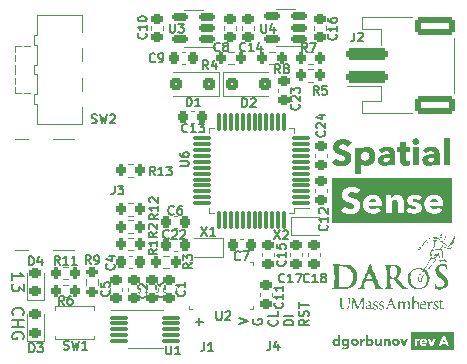
<source format=gto>
%TF.GenerationSoftware,KiCad,Pcbnew,(7.0.0-0)*%
%TF.CreationDate,2023-03-07T12:57:00-05:00*%
%TF.ProjectId,Spatial Sense Module,53706174-6961-46c2-9053-656e7365204d,rev?*%
%TF.SameCoordinates,Original*%
%TF.FileFunction,Legend,Top*%
%TF.FilePolarity,Positive*%
%FSLAX46Y46*%
G04 Gerber Fmt 4.6, Leading zero omitted, Abs format (unit mm)*
G04 Created by KiCad (PCBNEW (7.0.0-0)) date 2023-03-07 12:57:00*
%MOMM*%
%LPD*%
G01*
G04 APERTURE LIST*
G04 Aperture macros list*
%AMRoundRect*
0 Rectangle with rounded corners*
0 $1 Rounding radius*
0 $2 $3 $4 $5 $6 $7 $8 $9 X,Y pos of 4 corners*
0 Add a 4 corners polygon primitive as box body*
4,1,4,$2,$3,$4,$5,$6,$7,$8,$9,$2,$3,0*
0 Add four circle primitives for the rounded corners*
1,1,$1+$1,$2,$3*
1,1,$1+$1,$4,$5*
1,1,$1+$1,$6,$7*
1,1,$1+$1,$8,$9*
0 Add four rect primitives between the rounded corners*
20,1,$1+$1,$2,$3,$4,$5,0*
20,1,$1+$1,$4,$5,$6,$7,0*
20,1,$1+$1,$6,$7,$8,$9,0*
20,1,$1+$1,$8,$9,$2,$3,0*%
G04 Aperture macros list end*
%ADD10C,0.150000*%
%ADD11C,0.152400*%
%ADD12C,0.281250*%
%ADD13C,0.120000*%
%ADD14RoundRect,0.250001X1.449999X-0.499999X1.449999X0.499999X-1.449999X0.499999X-1.449999X-0.499999X0*%
%ADD15RoundRect,0.250000X1.500000X-0.250000X1.500000X0.250000X-1.500000X0.250000X-1.500000X-0.250000X0*%
%ADD16RoundRect,0.225000X0.250000X-0.225000X0.250000X0.225000X-0.250000X0.225000X-0.250000X-0.225000X0*%
%ADD17RoundRect,0.225000X0.225000X0.250000X-0.225000X0.250000X-0.225000X-0.250000X0.225000X-0.250000X0*%
%ADD18RoundRect,0.225000X-0.225000X-0.250000X0.225000X-0.250000X0.225000X0.250000X-0.225000X0.250000X0*%
%ADD19RoundRect,0.225000X-0.250000X0.225000X-0.250000X-0.225000X0.250000X-0.225000X0.250000X0.225000X0*%
%ADD20C,1.000000*%
%ADD21O,1.000000X1.000000*%
%ADD22RoundRect,0.250000X-0.300000X-0.300000X0.300000X-0.300000X0.300000X0.300000X-0.300000X0.300000X0*%
%ADD23RoundRect,0.200000X-0.200000X-0.275000X0.200000X-0.275000X0.200000X0.275000X-0.200000X0.275000X0*%
%ADD24C,0.900000*%
%ADD25R,2.500000X1.250000*%
%ADD26RoundRect,0.075000X-0.650000X-0.075000X0.650000X-0.075000X0.650000X0.075000X-0.650000X0.075000X0*%
%ADD27RoundRect,0.200000X0.200000X0.275000X-0.200000X0.275000X-0.200000X-0.275000X0.200000X-0.275000X0*%
%ADD28R,0.254000X0.675000*%
%ADD29R,0.675000X0.254000*%
%ADD30RoundRect,0.250000X0.300000X0.300000X-0.300000X0.300000X-0.300000X-0.300000X0.300000X-0.300000X0*%
%ADD31RoundRect,0.150000X0.512500X0.150000X-0.512500X0.150000X-0.512500X-0.150000X0.512500X-0.150000X0*%
%ADD32RoundRect,0.075000X0.662500X0.075000X-0.662500X0.075000X-0.662500X-0.075000X0.662500X-0.075000X0*%
%ADD33RoundRect,0.075000X0.075000X0.662500X-0.075000X0.662500X-0.075000X-0.662500X0.075000X-0.662500X0*%
%ADD34RoundRect,0.218750X0.256250X-0.218750X0.256250X0.218750X-0.256250X0.218750X-0.256250X-0.218750X0*%
%ADD35R,0.600000X1.100000*%
%ADD36C,0.650000*%
%ADD37R,1.150000X0.600000*%
%ADD38R,1.150000X0.300000*%
%ADD39O,2.100000X1.000000*%
%ADD40O,1.800000X1.000000*%
%ADD41R,0.900000X1.700000*%
%ADD42RoundRect,0.200000X0.275000X-0.200000X0.275000X0.200000X-0.275000X0.200000X-0.275000X-0.200000X0*%
G04 APERTURE END LIST*
D10*
X196436785Y-149578571D02*
X197186785Y-149328571D01*
X197186785Y-149328571D02*
X196436785Y-149078571D01*
D11*
G36*
X205007937Y-151405501D02*
G01*
X204827527Y-151405501D01*
X204827527Y-151318513D01*
X204825036Y-151318513D01*
X204819447Y-151327351D01*
X204813424Y-151335802D01*
X204806966Y-151343865D01*
X204800075Y-151351542D01*
X204792749Y-151358832D01*
X204784988Y-151365736D01*
X204776794Y-151372252D01*
X204768165Y-151378382D01*
X204759102Y-151384125D01*
X204749604Y-151389481D01*
X204743032Y-151392837D01*
X204733008Y-151397474D01*
X204722868Y-151401656D01*
X204712611Y-151405381D01*
X204702237Y-151408650D01*
X204691746Y-151411463D01*
X204681139Y-151413820D01*
X204670415Y-151415721D01*
X204659574Y-151417165D01*
X204648616Y-151418154D01*
X204637542Y-151418686D01*
X204630094Y-151418787D01*
X204617684Y-151418557D01*
X204605522Y-151417868D01*
X204593608Y-151416718D01*
X204581942Y-151415109D01*
X204570524Y-151413040D01*
X204559355Y-151410511D01*
X204548434Y-151407522D01*
X204537761Y-151404073D01*
X204527336Y-151400165D01*
X204517159Y-151395797D01*
X204510512Y-151392629D01*
X204500805Y-151387575D01*
X204491378Y-151382221D01*
X204482232Y-151376568D01*
X204473367Y-151370616D01*
X204464783Y-151364365D01*
X204456480Y-151357814D01*
X204448459Y-151350964D01*
X204440718Y-151343815D01*
X204433258Y-151336367D01*
X204426079Y-151328620D01*
X204421449Y-151323288D01*
X204414752Y-151315034D01*
X204408360Y-151306543D01*
X204402276Y-151297814D01*
X204396498Y-151288848D01*
X204391026Y-151279645D01*
X204385861Y-151270205D01*
X204381002Y-151260528D01*
X204376451Y-151250613D01*
X204372205Y-151240461D01*
X204368266Y-151230072D01*
X204365811Y-151223014D01*
X204362397Y-151212270D01*
X204359320Y-151201444D01*
X204356578Y-151190539D01*
X204354172Y-151179553D01*
X204352101Y-151168487D01*
X204350367Y-151157341D01*
X204348968Y-151146115D01*
X204347905Y-151134808D01*
X204347177Y-151123421D01*
X204346786Y-151111953D01*
X204346723Y-151105509D01*
X204535633Y-151105509D01*
X204535947Y-151115297D01*
X204536888Y-151125040D01*
X204538457Y-151134740D01*
X204540654Y-151144397D01*
X204542964Y-151152410D01*
X204544560Y-151157203D01*
X204547568Y-151165041D01*
X204551752Y-151174072D01*
X204556564Y-151182694D01*
X204562004Y-151190908D01*
X204568072Y-151198712D01*
X204571341Y-151202461D01*
X204577188Y-151208377D01*
X204583441Y-151213928D01*
X204590099Y-151219115D01*
X204597162Y-151223936D01*
X204604631Y-151228392D01*
X204612506Y-151232483D01*
X204615769Y-151234018D01*
X204624211Y-151237486D01*
X204633059Y-151240367D01*
X204642312Y-151242660D01*
X204651970Y-151244365D01*
X204662034Y-151245483D01*
X204670377Y-151245953D01*
X204676805Y-151246059D01*
X204687073Y-151245765D01*
X204696986Y-151244883D01*
X204706544Y-151243413D01*
X204715748Y-151241355D01*
X204724596Y-151238709D01*
X204733090Y-151235476D01*
X204736388Y-151234018D01*
X204744435Y-151230072D01*
X204752097Y-151225762D01*
X204759373Y-151221087D01*
X204766264Y-151216047D01*
X204772770Y-151210642D01*
X204778891Y-151204872D01*
X204781231Y-151202461D01*
X204786862Y-151196171D01*
X204792078Y-151189628D01*
X204796878Y-151182831D01*
X204802089Y-151174340D01*
X204805974Y-151166986D01*
X204809444Y-151159378D01*
X204810088Y-151157826D01*
X204813019Y-151149951D01*
X204815880Y-151140433D01*
X204818026Y-151130843D01*
X204819457Y-151121179D01*
X204820172Y-151111443D01*
X204820261Y-151106547D01*
X204819904Y-151096774D01*
X204818831Y-151087074D01*
X204817042Y-151077447D01*
X204814539Y-151067894D01*
X204811906Y-151059988D01*
X204810088Y-151055268D01*
X204806702Y-151047555D01*
X204802899Y-151040116D01*
X204798681Y-151032950D01*
X204794048Y-151026058D01*
X204788998Y-151019439D01*
X204783534Y-151013094D01*
X204781231Y-151010633D01*
X204775265Y-151004662D01*
X204768913Y-150999077D01*
X204762176Y-150993877D01*
X204755053Y-150989061D01*
X204747546Y-150984632D01*
X204739653Y-150980587D01*
X204736388Y-150979077D01*
X204728036Y-150975608D01*
X204719330Y-150972727D01*
X204710268Y-150970434D01*
X204700852Y-150968729D01*
X204691081Y-150967612D01*
X204680955Y-150967083D01*
X204676805Y-150967036D01*
X204668267Y-150967224D01*
X204657960Y-150967988D01*
X204648058Y-150969340D01*
X204638562Y-150971281D01*
X204629471Y-150973809D01*
X204620785Y-150976925D01*
X204615769Y-150979077D01*
X204607732Y-150982952D01*
X204600101Y-150987182D01*
X204592875Y-150991767D01*
X204586055Y-150996707D01*
X204579640Y-151002002D01*
X204572478Y-151008824D01*
X204571341Y-151010010D01*
X204564960Y-151017384D01*
X204559206Y-151025182D01*
X204554080Y-151033402D01*
X204549581Y-151042047D01*
X204545711Y-151051114D01*
X204544560Y-151054230D01*
X204541526Y-151063687D01*
X204539120Y-151073217D01*
X204537341Y-151082819D01*
X204536191Y-151092495D01*
X204535668Y-151102243D01*
X204535633Y-151105509D01*
X204346723Y-151105509D01*
X204346711Y-151104264D01*
X204346884Y-151092713D01*
X204347404Y-151081261D01*
X204348271Y-151069907D01*
X204349484Y-151058652D01*
X204351045Y-151047495D01*
X204352951Y-151036437D01*
X204355205Y-151025478D01*
X204357805Y-151014617D01*
X204360752Y-151003854D01*
X204364045Y-150993190D01*
X204366434Y-150986136D01*
X204370278Y-150975668D01*
X204374413Y-150965441D01*
X204378841Y-150955456D01*
X204383561Y-150945711D01*
X204388573Y-150936207D01*
X204393877Y-150926943D01*
X204399472Y-150917921D01*
X204405360Y-150909140D01*
X204411539Y-150900599D01*
X204418011Y-150892299D01*
X204422487Y-150886900D01*
X204429475Y-150879038D01*
X204436737Y-150871490D01*
X204444272Y-150864256D01*
X204452081Y-150857335D01*
X204460164Y-150850729D01*
X204468520Y-150844436D01*
X204477150Y-150838457D01*
X204486054Y-150832792D01*
X204495231Y-150827441D01*
X204504682Y-150822404D01*
X204511135Y-150819220D01*
X204521015Y-150814768D01*
X204531114Y-150810754D01*
X204541432Y-150807177D01*
X204551969Y-150804039D01*
X204562725Y-150801338D01*
X204573699Y-150799076D01*
X204584893Y-150797251D01*
X204596306Y-150795864D01*
X204607937Y-150794915D01*
X204619788Y-150794405D01*
X204627810Y-150794307D01*
X204639934Y-150794546D01*
X204651703Y-150795263D01*
X204663119Y-150796458D01*
X204674181Y-150798132D01*
X204684889Y-150800283D01*
X204695242Y-150802912D01*
X204705242Y-150806020D01*
X204714888Y-150809605D01*
X204724180Y-150813669D01*
X204733118Y-150818210D01*
X204738879Y-150821504D01*
X204747225Y-150826610D01*
X204755214Y-150831807D01*
X204762845Y-150837095D01*
X204770118Y-150842475D01*
X204777033Y-150847946D01*
X204783591Y-150853508D01*
X204789791Y-150859162D01*
X204797502Y-150866842D01*
X204804577Y-150874684D01*
X204809466Y-150880671D01*
X204811749Y-150880671D01*
X204811749Y-150508641D01*
X205007937Y-150508641D01*
X205007937Y-151405501D01*
G37*
G36*
X205423690Y-150794523D02*
G01*
X205434108Y-150795168D01*
X205444438Y-150796245D01*
X205454680Y-150797752D01*
X205464835Y-150799690D01*
X205474903Y-150802058D01*
X205484882Y-150804857D01*
X205494774Y-150808087D01*
X205504579Y-150811747D01*
X205514296Y-150815838D01*
X205520725Y-150818805D01*
X205530200Y-150823635D01*
X205539317Y-150828940D01*
X205548077Y-150834719D01*
X205556479Y-150840973D01*
X205564523Y-150847701D01*
X205572210Y-150854904D01*
X205579539Y-150862581D01*
X205586511Y-150870732D01*
X205593124Y-150879358D01*
X205599381Y-150888458D01*
X205603353Y-150894789D01*
X205605636Y-150894789D01*
X205605636Y-150818390D01*
X205791029Y-150818390D01*
X205791029Y-151355883D01*
X205790931Y-151366668D01*
X205790636Y-151377276D01*
X205790146Y-151387707D01*
X205789459Y-151397962D01*
X205788576Y-151408040D01*
X205787496Y-151417941D01*
X205786221Y-151427665D01*
X205784749Y-151437212D01*
X205783081Y-151446583D01*
X205781216Y-151455777D01*
X205779156Y-151464794D01*
X205776899Y-151473634D01*
X205774445Y-151482298D01*
X205771796Y-151490785D01*
X205768950Y-151499095D01*
X205765908Y-151507228D01*
X205762689Y-151515186D01*
X205759310Y-151522970D01*
X205755773Y-151530581D01*
X205752077Y-151538018D01*
X205746234Y-151548849D01*
X205740034Y-151559289D01*
X205733476Y-151569339D01*
X205726561Y-151578998D01*
X205719287Y-151588267D01*
X205711657Y-151597145D01*
X205703668Y-151605632D01*
X205695322Y-151613730D01*
X205686624Y-151621481D01*
X205677579Y-151628853D01*
X205668188Y-151635845D01*
X205658449Y-151642457D01*
X205648364Y-151648690D01*
X205637933Y-151654544D01*
X205627155Y-151660018D01*
X205616030Y-151665112D01*
X205604558Y-151669827D01*
X205596718Y-151672760D01*
X205588723Y-151675523D01*
X205584668Y-151676842D01*
X205576490Y-151679381D01*
X205568202Y-151681757D01*
X205559804Y-151683968D01*
X205551295Y-151686016D01*
X205542676Y-151687900D01*
X205533947Y-151689620D01*
X205525108Y-151691176D01*
X205516158Y-151692568D01*
X205507098Y-151693797D01*
X205497927Y-151694862D01*
X205488647Y-151695763D01*
X205479256Y-151696500D01*
X205469755Y-151697073D01*
X205460143Y-151697483D01*
X205450421Y-151697728D01*
X205440589Y-151697810D01*
X205430712Y-151697724D01*
X205420802Y-151697463D01*
X205410859Y-151697029D01*
X205400884Y-151696422D01*
X205390877Y-151695641D01*
X205380837Y-151694687D01*
X205370765Y-151693558D01*
X205360661Y-151692257D01*
X205350524Y-151690782D01*
X205340354Y-151689133D01*
X205330152Y-151687311D01*
X205319918Y-151685315D01*
X205309651Y-151683146D01*
X205299352Y-151680803D01*
X205289020Y-151678286D01*
X205278656Y-151675596D01*
X205268362Y-151672767D01*
X205258239Y-151669780D01*
X205248289Y-151666636D01*
X205238510Y-151663335D01*
X205228904Y-151659876D01*
X205219469Y-151656260D01*
X205210206Y-151652486D01*
X205201115Y-151648556D01*
X205192196Y-151644468D01*
X205183449Y-151640222D01*
X205174874Y-151635820D01*
X205166471Y-151631260D01*
X205158240Y-151626542D01*
X205150180Y-151621667D01*
X205142293Y-151616635D01*
X205134577Y-151611446D01*
X205232568Y-151476294D01*
X205240741Y-151483320D01*
X205249067Y-151489996D01*
X205257547Y-151496322D01*
X205266180Y-151502297D01*
X205274967Y-151507922D01*
X205283906Y-151513196D01*
X205292999Y-151518120D01*
X205302245Y-151522694D01*
X205311645Y-151526918D01*
X205321198Y-151530791D01*
X205327651Y-151533178D01*
X205337405Y-151536480D01*
X205347127Y-151539458D01*
X205356815Y-151542110D01*
X205366470Y-151544438D01*
X205376093Y-151546441D01*
X205385683Y-151548119D01*
X205395240Y-151549472D01*
X205404764Y-151550501D01*
X205414255Y-151551204D01*
X205423714Y-151551583D01*
X205430001Y-151551655D01*
X205440595Y-151551462D01*
X205450836Y-151550880D01*
X205460726Y-151549911D01*
X205470264Y-151548554D01*
X205479450Y-151546810D01*
X205488284Y-151544678D01*
X205496765Y-151542158D01*
X205504895Y-151539251D01*
X205512673Y-151535956D01*
X205523680Y-151530287D01*
X205533895Y-151523745D01*
X205543318Y-151516332D01*
X205551950Y-151508046D01*
X205557264Y-151502037D01*
X205564647Y-151492485D01*
X205571304Y-151482355D01*
X205577235Y-151471650D01*
X205582440Y-151460367D01*
X205585506Y-151452525D01*
X205588249Y-151444427D01*
X205590670Y-151436072D01*
X205592768Y-151427461D01*
X205594543Y-151418594D01*
X205595996Y-151409471D01*
X205597125Y-151400091D01*
X205597932Y-151390456D01*
X205598416Y-151380563D01*
X205598578Y-151370415D01*
X205598578Y-151331385D01*
X205594841Y-151331385D01*
X205587688Y-151339585D01*
X205579932Y-151347371D01*
X205573719Y-151352937D01*
X205567167Y-151358270D01*
X205560275Y-151363369D01*
X205553044Y-151368235D01*
X205545473Y-151372867D01*
X205537563Y-151377266D01*
X205529314Y-151381431D01*
X205520725Y-151385363D01*
X205511852Y-151388962D01*
X205502749Y-151392206D01*
X205493415Y-151395097D01*
X205483852Y-151397634D01*
X205474059Y-151399817D01*
X205464037Y-151401646D01*
X205453784Y-151403121D01*
X205443301Y-151404242D01*
X205432588Y-151405009D01*
X205421646Y-151405422D01*
X205414223Y-151405501D01*
X205405772Y-151405406D01*
X205397443Y-151405124D01*
X205385177Y-151404348D01*
X205373184Y-151403149D01*
X205361466Y-151401526D01*
X205350021Y-151399480D01*
X205338850Y-151397011D01*
X205327952Y-151394118D01*
X205317328Y-151390802D01*
X205306978Y-151387062D01*
X205296902Y-151382900D01*
X205293604Y-151381418D01*
X205283896Y-151376714D01*
X205274469Y-151371711D01*
X205265323Y-151366408D01*
X205256458Y-151360807D01*
X205247875Y-151354906D01*
X205239572Y-151348706D01*
X205231550Y-151342206D01*
X205223809Y-151335407D01*
X205216349Y-151328309D01*
X205209170Y-151320912D01*
X205204541Y-151315815D01*
X205197843Y-151307911D01*
X205191452Y-151299770D01*
X205185367Y-151291391D01*
X205179589Y-151282776D01*
X205174117Y-151273923D01*
X205168952Y-151264833D01*
X205164094Y-151255506D01*
X205159542Y-151245942D01*
X205155297Y-151236140D01*
X205151358Y-151226102D01*
X205148902Y-151219278D01*
X205145489Y-151208906D01*
X205142411Y-151198420D01*
X205139669Y-151187822D01*
X205137263Y-151177111D01*
X205135193Y-151166286D01*
X205133458Y-151155349D01*
X205132059Y-151144298D01*
X205130996Y-151133134D01*
X205130269Y-151121857D01*
X205129949Y-151112568D01*
X205319762Y-151112568D01*
X205319995Y-151121530D01*
X205320695Y-151130381D01*
X205321861Y-151139120D01*
X205323493Y-151147747D01*
X205325591Y-151156264D01*
X205328156Y-151164668D01*
X205329312Y-151167999D01*
X205332499Y-151176151D01*
X205336092Y-151183999D01*
X205340090Y-151191543D01*
X205344493Y-151198783D01*
X205349302Y-151205719D01*
X205354517Y-151212350D01*
X205356716Y-151214918D01*
X205362548Y-151221018D01*
X205368755Y-151226734D01*
X205375337Y-151232064D01*
X205382294Y-151237008D01*
X205389626Y-151241568D01*
X205397333Y-151245742D01*
X205400521Y-151247304D01*
X205408753Y-151250773D01*
X205417361Y-151253654D01*
X205426343Y-151255947D01*
X205435701Y-151257652D01*
X205445433Y-151258769D01*
X205455541Y-151259299D01*
X205459689Y-151259346D01*
X205469972Y-151259052D01*
X205479931Y-151258170D01*
X205489565Y-151256700D01*
X205498875Y-151254642D01*
X205507860Y-151251996D01*
X205516521Y-151248763D01*
X205519895Y-151247304D01*
X205528121Y-151243299D01*
X205535932Y-151238939D01*
X205543327Y-151234225D01*
X205550306Y-151229155D01*
X205556870Y-151223731D01*
X205563018Y-151217952D01*
X205565361Y-151215541D01*
X205570992Y-151209210D01*
X205576207Y-151202545D01*
X205581007Y-151195545D01*
X205585391Y-151188211D01*
X205589360Y-151180543D01*
X205592913Y-151172539D01*
X205594218Y-151169244D01*
X205597149Y-151160854D01*
X205599582Y-151152291D01*
X205601520Y-151143556D01*
X205602960Y-151134649D01*
X205603904Y-151125569D01*
X205604351Y-151116317D01*
X205604391Y-151112568D01*
X205604142Y-151103606D01*
X205603397Y-151094755D01*
X205602155Y-151086016D01*
X205600417Y-151077388D01*
X205598182Y-151068872D01*
X205595450Y-151060468D01*
X205594218Y-151057137D01*
X205590821Y-151048990D01*
X205586988Y-151041157D01*
X205582719Y-151033638D01*
X205578015Y-151026434D01*
X205572874Y-151019544D01*
X205567298Y-151012968D01*
X205564945Y-151010425D01*
X205558799Y-151004285D01*
X205552298Y-150998581D01*
X205545443Y-150993313D01*
X205538232Y-150988481D01*
X205530667Y-150984084D01*
X205522747Y-150980124D01*
X205519480Y-150978662D01*
X205511068Y-150975312D01*
X205502312Y-150972531D01*
X205493211Y-150970317D01*
X205483765Y-150968671D01*
X205473974Y-150967592D01*
X205463839Y-150967081D01*
X205459689Y-150967036D01*
X205449431Y-150967320D01*
X205439549Y-150968171D01*
X205430041Y-150969590D01*
X205420909Y-150971577D01*
X205412151Y-150974132D01*
X205403769Y-150977254D01*
X205400521Y-150978662D01*
X205392664Y-150982433D01*
X205385182Y-150986609D01*
X205378075Y-150991191D01*
X205371343Y-150996178D01*
X205364986Y-151001571D01*
X205359004Y-151007370D01*
X205356716Y-151009803D01*
X205351339Y-151016133D01*
X205346368Y-151022798D01*
X205341803Y-151029798D01*
X205337642Y-151037132D01*
X205333888Y-151044801D01*
X205330538Y-151052804D01*
X205329312Y-151056099D01*
X205326561Y-151064484D01*
X205324276Y-151073032D01*
X205322457Y-151081742D01*
X205321105Y-151090613D01*
X205320219Y-151099648D01*
X205319800Y-151108844D01*
X205319762Y-151112568D01*
X205129949Y-151112568D01*
X205129877Y-151110467D01*
X205129802Y-151102810D01*
X205129970Y-151091341D01*
X205130474Y-151079978D01*
X205131313Y-151068720D01*
X205132488Y-151057568D01*
X205133999Y-151046522D01*
X205135846Y-151035582D01*
X205138028Y-151024748D01*
X205140546Y-151014020D01*
X205143400Y-151003397D01*
X205146589Y-150992880D01*
X205148902Y-150985928D01*
X205152637Y-150975611D01*
X205156678Y-150965523D01*
X205161025Y-150955666D01*
X205165679Y-150946038D01*
X205170640Y-150936641D01*
X205175907Y-150927473D01*
X205181481Y-150918535D01*
X205187361Y-150909827D01*
X205193548Y-150901349D01*
X205200041Y-150893101D01*
X205204541Y-150887730D01*
X205211532Y-150879902D01*
X205218805Y-150872376D01*
X205226358Y-150865153D01*
X205234193Y-150858234D01*
X205242308Y-150851617D01*
X205250705Y-150845303D01*
X205259382Y-150839292D01*
X205268341Y-150833584D01*
X205277580Y-150828178D01*
X205287101Y-150823076D01*
X205293604Y-150819843D01*
X205303615Y-150815279D01*
X205313875Y-150811165D01*
X205324382Y-150807499D01*
X205335138Y-150804282D01*
X205346142Y-150801514D01*
X205357394Y-150799195D01*
X205368894Y-150797325D01*
X205380643Y-150795903D01*
X205392639Y-150794931D01*
X205404884Y-150794407D01*
X205413185Y-150794307D01*
X205423690Y-150794523D01*
G37*
G36*
X206251467Y-150794390D02*
G01*
X206259882Y-150794638D01*
X206268232Y-150795052D01*
X206276516Y-150795631D01*
X206288822Y-150796809D01*
X206300982Y-150798360D01*
X206312995Y-150800284D01*
X206324863Y-150802579D01*
X206336584Y-150805247D01*
X206348160Y-150808287D01*
X206359590Y-150811699D01*
X206370874Y-150815483D01*
X206381958Y-150819620D01*
X206392791Y-150824088D01*
X206403373Y-150828889D01*
X206413702Y-150834022D01*
X206423780Y-150839487D01*
X206433606Y-150845283D01*
X206443180Y-150851413D01*
X206452502Y-150857874D01*
X206461572Y-150864667D01*
X206470391Y-150871792D01*
X206476130Y-150876727D01*
X206484485Y-150884395D01*
X206492501Y-150892373D01*
X206500177Y-150900661D01*
X206507514Y-150909260D01*
X206514512Y-150918168D01*
X206521170Y-150927387D01*
X206527489Y-150936916D01*
X206533468Y-150946755D01*
X206539108Y-150956905D01*
X206544409Y-150967364D01*
X206547754Y-150974510D01*
X206552466Y-150985457D01*
X206556715Y-150996656D01*
X206560500Y-151008107D01*
X206563821Y-151019810D01*
X206566679Y-151031765D01*
X206569074Y-151043971D01*
X206570413Y-151052248D01*
X206571545Y-151060638D01*
X206572472Y-151069139D01*
X206573193Y-151077752D01*
X206573708Y-151086478D01*
X206574017Y-151095315D01*
X206574120Y-151104264D01*
X206574017Y-151113190D01*
X206573708Y-151122011D01*
X206573193Y-151130726D01*
X206572472Y-151139336D01*
X206571545Y-151147841D01*
X206570413Y-151156240D01*
X206569074Y-151164534D01*
X206567529Y-151172722D01*
X206564825Y-151184807D01*
X206561658Y-151196654D01*
X206558028Y-151208264D01*
X206553934Y-151219638D01*
X206549376Y-151230774D01*
X206547754Y-151234433D01*
X206542680Y-151245216D01*
X206537266Y-151255689D01*
X206531513Y-151265852D01*
X206525420Y-151275704D01*
X206518988Y-151285247D01*
X206512217Y-151294479D01*
X206505106Y-151303401D01*
X206497656Y-151312013D01*
X206489867Y-151320314D01*
X206481738Y-151328306D01*
X206476130Y-151333461D01*
X206467479Y-151340893D01*
X206458577Y-151348007D01*
X206449422Y-151354804D01*
X206440016Y-151361284D01*
X206430358Y-151367445D01*
X206420448Y-151373290D01*
X206410287Y-151378817D01*
X206399874Y-151384026D01*
X206389208Y-151388918D01*
X206378291Y-151393493D01*
X206370874Y-151396366D01*
X206359590Y-151400373D01*
X206348160Y-151403986D01*
X206336584Y-151407204D01*
X206324863Y-151410029D01*
X206312995Y-151412459D01*
X206300982Y-151414496D01*
X206288822Y-151416138D01*
X206276516Y-151417386D01*
X206268232Y-151417999D01*
X206259882Y-151418437D01*
X206251467Y-151418700D01*
X206242988Y-151418787D01*
X206234632Y-151418700D01*
X206226328Y-151418437D01*
X206213969Y-151417714D01*
X206201726Y-151416598D01*
X206189601Y-151415087D01*
X206177592Y-151413182D01*
X206165700Y-151410883D01*
X206153925Y-151408190D01*
X206142266Y-151405102D01*
X206130725Y-151401621D01*
X206119300Y-151397745D01*
X206115518Y-151396366D01*
X206104327Y-151392003D01*
X206093410Y-151387323D01*
X206082767Y-151382325D01*
X206072397Y-151377010D01*
X206062301Y-151371377D01*
X206052479Y-151365427D01*
X206042931Y-151359159D01*
X206033656Y-151352574D01*
X206024655Y-151345671D01*
X206015927Y-151338451D01*
X206010261Y-151333461D01*
X206002016Y-151325676D01*
X205994095Y-151317582D01*
X205986499Y-151309177D01*
X205979227Y-151300461D01*
X205972281Y-151291436D01*
X205965659Y-151282100D01*
X205959362Y-151272455D01*
X205953390Y-151262499D01*
X205947743Y-151252232D01*
X205942420Y-151241656D01*
X205939052Y-151234433D01*
X205934377Y-151223376D01*
X205930162Y-151212082D01*
X205926407Y-151200551D01*
X205923112Y-151188782D01*
X205920276Y-151176776D01*
X205917901Y-151164534D01*
X205916572Y-151156240D01*
X205915448Y-151147841D01*
X205914529Y-151139336D01*
X205913813Y-151130726D01*
X205913303Y-151122011D01*
X205912996Y-151113190D01*
X205912908Y-151105509D01*
X206102854Y-151105509D01*
X206103167Y-151115282D01*
X206104109Y-151124982D01*
X206105678Y-151134609D01*
X206107875Y-151144163D01*
X206110700Y-151153644D01*
X206111781Y-151156788D01*
X206115442Y-151165962D01*
X206119731Y-151174801D01*
X206124648Y-151183304D01*
X206130193Y-151191471D01*
X206136365Y-151199303D01*
X206138562Y-151201839D01*
X206144409Y-151207934D01*
X206150662Y-151213634D01*
X206157320Y-151218939D01*
X206164383Y-151223848D01*
X206171852Y-151228362D01*
X206179726Y-151232481D01*
X206182990Y-151234018D01*
X206191432Y-151237486D01*
X206200279Y-151240367D01*
X206209533Y-151242660D01*
X206219191Y-151244365D01*
X206229255Y-151245483D01*
X206237598Y-151245953D01*
X206244026Y-151246059D01*
X206252564Y-151245871D01*
X206262871Y-151245106D01*
X206272773Y-151243754D01*
X206282269Y-151241814D01*
X206291360Y-151239286D01*
X206300046Y-151236169D01*
X206305062Y-151234018D01*
X206313094Y-151230057D01*
X206320710Y-151225701D01*
X206327910Y-151220950D01*
X206334695Y-151215803D01*
X206341064Y-151210261D01*
X206347017Y-151204324D01*
X206349282Y-151201839D01*
X206354704Y-151195429D01*
X206360621Y-151187430D01*
X206365895Y-151179095D01*
X206370527Y-151170424D01*
X206374517Y-151161417D01*
X206376271Y-151156788D01*
X206379305Y-151147331D01*
X206381711Y-151137802D01*
X206383490Y-151128199D01*
X206384640Y-151118524D01*
X206385164Y-151108775D01*
X206385198Y-151105509D01*
X206384863Y-151095736D01*
X206383855Y-151086036D01*
X206382177Y-151076409D01*
X206379827Y-151066856D01*
X206376805Y-151057375D01*
X206375648Y-151054230D01*
X206372456Y-151046527D01*
X206368077Y-151037672D01*
X206363099Y-151029239D01*
X206357523Y-151021230D01*
X206351349Y-151013644D01*
X206348037Y-151010010D01*
X206341042Y-151003103D01*
X206333449Y-150996707D01*
X206326665Y-150991767D01*
X206319464Y-150987182D01*
X206311848Y-150982952D01*
X206303817Y-150979077D01*
X206295375Y-150975608D01*
X206286527Y-150972727D01*
X206277274Y-150970434D01*
X206267615Y-150968729D01*
X206257551Y-150967612D01*
X206249208Y-150967142D01*
X206242780Y-150967036D01*
X206234243Y-150967224D01*
X206223935Y-150967988D01*
X206214033Y-150969340D01*
X206204537Y-150971281D01*
X206195446Y-150973809D01*
X206186761Y-150976925D01*
X206181744Y-150979077D01*
X206173782Y-150982952D01*
X206166247Y-150987182D01*
X206159136Y-150991767D01*
X206152452Y-150996707D01*
X206144993Y-151003103D01*
X206138147Y-151010010D01*
X206131906Y-151017384D01*
X206126265Y-151025182D01*
X206121221Y-151033402D01*
X206116776Y-151042047D01*
X206112930Y-151051114D01*
X206111781Y-151054230D01*
X206108747Y-151063687D01*
X206106341Y-151073217D01*
X206104562Y-151082819D01*
X206103412Y-151092495D01*
X206102889Y-151102243D01*
X206102854Y-151105509D01*
X205912908Y-151105509D01*
X205912894Y-151104264D01*
X205912996Y-151095315D01*
X205913303Y-151086478D01*
X205913813Y-151077752D01*
X205914529Y-151069139D01*
X205915448Y-151060638D01*
X205916572Y-151052248D01*
X205917901Y-151043971D01*
X205919433Y-151035805D01*
X205922116Y-151023767D01*
X205925258Y-151011980D01*
X205928860Y-151000445D01*
X205932921Y-150989162D01*
X205937443Y-150978131D01*
X205939052Y-150974510D01*
X205944158Y-150963843D01*
X205949589Y-150953487D01*
X205955345Y-150943441D01*
X205961425Y-150933705D01*
X205967830Y-150924280D01*
X205974560Y-150915164D01*
X205981615Y-150906359D01*
X205988995Y-150897864D01*
X205996699Y-150889679D01*
X206004728Y-150881804D01*
X206010261Y-150876727D01*
X206018806Y-150869380D01*
X206027625Y-150862366D01*
X206036717Y-150855683D01*
X206046083Y-150849333D01*
X206055723Y-150843314D01*
X206065636Y-150837628D01*
X206075823Y-150832274D01*
X206086284Y-150827252D01*
X206097019Y-150822562D01*
X206108027Y-150818204D01*
X206115518Y-150815483D01*
X206126904Y-150811699D01*
X206138406Y-150808287D01*
X206150026Y-150805247D01*
X206161762Y-150802579D01*
X206173615Y-150800284D01*
X206185585Y-150798360D01*
X206197671Y-150796809D01*
X206209875Y-150795631D01*
X206222195Y-150794824D01*
X206234632Y-150794390D01*
X206242988Y-150794307D01*
X206251467Y-150794390D01*
G37*
G36*
X207080472Y-150972849D02*
G01*
X207072338Y-150970886D01*
X207063485Y-150969289D01*
X207054729Y-150968281D01*
X207046214Y-150967572D01*
X207037798Y-150967157D01*
X207030232Y-150967036D01*
X207020565Y-150967260D01*
X207011287Y-150967931D01*
X207002399Y-150969050D01*
X206993900Y-150970617D01*
X206985791Y-150972631D01*
X206976201Y-150975779D01*
X206967220Y-150979626D01*
X206963797Y-150981361D01*
X206955687Y-150985924D01*
X206948093Y-150990792D01*
X206941017Y-150995964D01*
X206934457Y-151001440D01*
X206928414Y-151007220D01*
X206921845Y-151014558D01*
X206920823Y-151015823D01*
X206915064Y-151023506D01*
X206909933Y-151031452D01*
X206905430Y-151039661D01*
X206901554Y-151048132D01*
X206898307Y-151056866D01*
X206897363Y-151059836D01*
X206894965Y-151068507D01*
X206893062Y-151076769D01*
X206891470Y-151085891D01*
X206890553Y-151094457D01*
X206890305Y-151101357D01*
X206890305Y-151405501D01*
X206694324Y-151405501D01*
X206694324Y-150812161D01*
X206883246Y-150812161D01*
X206883246Y-150898110D01*
X206885530Y-150898110D01*
X206889978Y-150889657D01*
X206894758Y-150881504D01*
X206899870Y-150873649D01*
X206905314Y-150866094D01*
X206911090Y-150858838D01*
X206917199Y-150851881D01*
X206923639Y-150845223D01*
X206930412Y-150838865D01*
X206937516Y-150832806D01*
X206944953Y-150827046D01*
X206950095Y-150823372D01*
X206958073Y-150818178D01*
X206966281Y-150813495D01*
X206974719Y-150809322D01*
X206983387Y-150805661D01*
X206992285Y-150802510D01*
X207001412Y-150799870D01*
X207010770Y-150797742D01*
X207020357Y-150796124D01*
X207030175Y-150795017D01*
X207040222Y-150794421D01*
X207047048Y-150794307D01*
X207055864Y-150794307D01*
X207064564Y-150794307D01*
X207070300Y-150794307D01*
X207078857Y-150794307D01*
X207087415Y-150794307D01*
X207088777Y-150794307D01*
X207080472Y-150972849D01*
G37*
G36*
X207363647Y-150880671D02*
G01*
X207366139Y-150880671D01*
X207372688Y-150872708D01*
X207379880Y-150864906D01*
X207387714Y-150857267D01*
X207394010Y-150851644D01*
X207400669Y-150846112D01*
X207407688Y-150840672D01*
X207415069Y-150835322D01*
X207422811Y-150830064D01*
X207430914Y-150824898D01*
X207436517Y-150821504D01*
X207445221Y-150816643D01*
X207454282Y-150812261D01*
X207463701Y-150808357D01*
X207473478Y-150804931D01*
X207483612Y-150801983D01*
X207494104Y-150799513D01*
X207504953Y-150797521D01*
X207516160Y-150796007D01*
X207527725Y-150794971D01*
X207539647Y-150794413D01*
X207547794Y-150794307D01*
X207559789Y-150794526D01*
X207571561Y-150795183D01*
X207583111Y-150796278D01*
X207594438Y-150797811D01*
X207605542Y-150799781D01*
X207616424Y-150802190D01*
X207627083Y-150805036D01*
X207637519Y-150808321D01*
X207647733Y-150812043D01*
X207657724Y-150816203D01*
X207664262Y-150819220D01*
X207673893Y-150824048D01*
X207683248Y-150829190D01*
X207692325Y-150834646D01*
X207701125Y-150840415D01*
X207709647Y-150846499D01*
X207717892Y-150852896D01*
X207725860Y-150859607D01*
X207733550Y-150866632D01*
X207740963Y-150873971D01*
X207748099Y-150881624D01*
X207752702Y-150886900D01*
X207759405Y-150895039D01*
X207765813Y-150903419D01*
X207771925Y-150912040D01*
X207777741Y-150920902D01*
X207783262Y-150930004D01*
X207788487Y-150939348D01*
X207793417Y-150948932D01*
X207798051Y-150958757D01*
X207802389Y-150968824D01*
X207806432Y-150979130D01*
X207808963Y-150986136D01*
X207812488Y-150996734D01*
X207815666Y-151007431D01*
X207818497Y-151018226D01*
X207820982Y-151029120D01*
X207823120Y-151040112D01*
X207824911Y-151051203D01*
X207826355Y-151062393D01*
X207827453Y-151073681D01*
X207828204Y-151085067D01*
X207828609Y-151096552D01*
X207828686Y-151104264D01*
X207828518Y-151115785D01*
X207828014Y-151127225D01*
X207827175Y-151138586D01*
X207826000Y-151149866D01*
X207824489Y-151161065D01*
X207822643Y-151172185D01*
X207820460Y-151183224D01*
X207817942Y-151194183D01*
X207815088Y-151205062D01*
X207811899Y-151215860D01*
X207809586Y-151223014D01*
X207805852Y-151233562D01*
X207801811Y-151243872D01*
X207797463Y-151253944D01*
X207792809Y-151263780D01*
X207787848Y-151273378D01*
X207782581Y-151282739D01*
X207777007Y-151291863D01*
X207771127Y-151300750D01*
X207764940Y-151309400D01*
X207758447Y-151317812D01*
X207753948Y-151323288D01*
X207746956Y-151331235D01*
X207739683Y-151338883D01*
X207732130Y-151346232D01*
X207724295Y-151353281D01*
X207716180Y-151360031D01*
X207707783Y-151366482D01*
X207699106Y-151372633D01*
X207690147Y-151378486D01*
X207680908Y-151384039D01*
X207671387Y-151389293D01*
X207664884Y-151392629D01*
X207654908Y-151397304D01*
X207644677Y-151401519D01*
X207634190Y-151405274D01*
X207623447Y-151408569D01*
X207612450Y-151411405D01*
X207601196Y-151413780D01*
X207589687Y-151415696D01*
X207577923Y-151417152D01*
X207565904Y-151418149D01*
X207553628Y-151418685D01*
X207545303Y-151418787D01*
X207534151Y-151418559D01*
X207523115Y-151417875D01*
X207512196Y-151416735D01*
X207501394Y-151415138D01*
X207490709Y-151413085D01*
X207480141Y-151410576D01*
X207469689Y-151407611D01*
X207459354Y-151404190D01*
X207449136Y-151400313D01*
X207439035Y-151395979D01*
X207432365Y-151392837D01*
X207422615Y-151387738D01*
X207413296Y-151382253D01*
X207404408Y-151376382D01*
X207395950Y-151370123D01*
X207387922Y-151363478D01*
X207380326Y-151356445D01*
X207373160Y-151349026D01*
X207366424Y-151341220D01*
X207360119Y-151333028D01*
X207354245Y-151324448D01*
X207350568Y-151318513D01*
X207348077Y-151318513D01*
X207348077Y-151405501D01*
X207167459Y-151405501D01*
X207167459Y-151106547D01*
X207355136Y-151106547D01*
X207355493Y-151116320D01*
X207356566Y-151126020D01*
X207358354Y-151135647D01*
X207360858Y-151145201D01*
X207363490Y-151153107D01*
X207365308Y-151157826D01*
X207368690Y-151165485D01*
X207372477Y-151172890D01*
X207377557Y-151181441D01*
X207383221Y-151189628D01*
X207388387Y-151196171D01*
X207393958Y-151202461D01*
X207399979Y-151208377D01*
X207406366Y-151213928D01*
X207413117Y-151219115D01*
X207420233Y-151223936D01*
X207427714Y-151228392D01*
X207435560Y-151232483D01*
X207438801Y-151234018D01*
X207447213Y-151237486D01*
X207455969Y-151240367D01*
X207465070Y-151242660D01*
X207474516Y-151244365D01*
X207484306Y-151245483D01*
X207494441Y-151246012D01*
X207498592Y-151246059D01*
X207507129Y-151245871D01*
X207517437Y-151245106D01*
X207527339Y-151243754D01*
X207536835Y-151241814D01*
X207545926Y-151239286D01*
X207554611Y-151236169D01*
X207559628Y-151234018D01*
X207567659Y-151230072D01*
X207575275Y-151225762D01*
X207582476Y-151221087D01*
X207589260Y-151216047D01*
X207595630Y-151210642D01*
X207602724Y-151203674D01*
X207603848Y-151202461D01*
X207609269Y-151196156D01*
X207615186Y-151188215D01*
X207620461Y-151179866D01*
X207625093Y-151171107D01*
X207628462Y-151163496D01*
X207630837Y-151157203D01*
X207633409Y-151149208D01*
X207635545Y-151141183D01*
X207637532Y-151131512D01*
X207638892Y-151121797D01*
X207639624Y-151112039D01*
X207639764Y-151105509D01*
X207639450Y-151095736D01*
X207638509Y-151086036D01*
X207636939Y-151076409D01*
X207634742Y-151066856D01*
X207631918Y-151057375D01*
X207630837Y-151054230D01*
X207627168Y-151045022D01*
X207622857Y-151036237D01*
X207617904Y-151027875D01*
X207612308Y-151019936D01*
X207606070Y-151012421D01*
X207603848Y-151010010D01*
X207596854Y-151003103D01*
X207589260Y-150996707D01*
X207582476Y-150991767D01*
X207575275Y-150987182D01*
X207567659Y-150982952D01*
X207559628Y-150979077D01*
X207551186Y-150975608D01*
X207542338Y-150972727D01*
X207533085Y-150970434D01*
X207523427Y-150968729D01*
X207513362Y-150967612D01*
X207505019Y-150967142D01*
X207498592Y-150967036D01*
X207488319Y-150967330D01*
X207478391Y-150968212D01*
X207468807Y-150969682D01*
X207459568Y-150971739D01*
X207450674Y-150974385D01*
X207442124Y-150977619D01*
X207438801Y-150979077D01*
X207430809Y-150982968D01*
X207423182Y-150987243D01*
X207415920Y-150991904D01*
X207409022Y-150996951D01*
X207402490Y-151002382D01*
X207396323Y-151008199D01*
X207393958Y-151010633D01*
X207388387Y-151016868D01*
X207383221Y-151023377D01*
X207377557Y-151031549D01*
X207372477Y-151040116D01*
X207368690Y-151047555D01*
X207365308Y-151055268D01*
X207362378Y-151063144D01*
X207359517Y-151072661D01*
X207357371Y-151082252D01*
X207355940Y-151091915D01*
X207355225Y-151101652D01*
X207355136Y-151106547D01*
X207167459Y-151106547D01*
X207167459Y-150508641D01*
X207363647Y-150508641D01*
X207363647Y-150880671D01*
G37*
G36*
X208341266Y-151405501D02*
G01*
X208341266Y-151313323D01*
X208338775Y-151313323D01*
X208334493Y-151321332D01*
X208329744Y-151329166D01*
X208324528Y-151336825D01*
X208318845Y-151344309D01*
X208312694Y-151351617D01*
X208310540Y-151354014D01*
X208303867Y-151360994D01*
X208296770Y-151367609D01*
X208289250Y-151373859D01*
X208281307Y-151379744D01*
X208274364Y-151384370D01*
X208270057Y-151387024D01*
X208262669Y-151391249D01*
X208255038Y-151395230D01*
X208247164Y-151398969D01*
X208239046Y-151402464D01*
X208230685Y-151405716D01*
X208222081Y-151408725D01*
X208218571Y-151409860D01*
X208209736Y-151412432D01*
X208200750Y-151414568D01*
X208191611Y-151416268D01*
X208182321Y-151417532D01*
X208172878Y-151418360D01*
X208163283Y-151418752D01*
X208159403Y-151418787D01*
X208148354Y-151418587D01*
X208137631Y-151417984D01*
X208127232Y-151416981D01*
X208117158Y-151415576D01*
X208107409Y-151413769D01*
X208097985Y-151411562D01*
X208088885Y-151408952D01*
X208080110Y-151405942D01*
X208071660Y-151402530D01*
X208063535Y-151398716D01*
X208058299Y-151395951D01*
X208050726Y-151391552D01*
X208043424Y-151386920D01*
X208036392Y-151382054D01*
X208029629Y-151376955D01*
X208023137Y-151371622D01*
X208016915Y-151366055D01*
X208010963Y-151360255D01*
X208003447Y-151352159D01*
X207996411Y-151343647D01*
X207991449Y-151336990D01*
X207986748Y-151330100D01*
X207982299Y-151323052D01*
X207978102Y-151315848D01*
X207974156Y-151308487D01*
X207970463Y-151300968D01*
X207967021Y-151293293D01*
X207963831Y-151285461D01*
X207960892Y-151277472D01*
X207958206Y-151269326D01*
X207955771Y-151261023D01*
X207954288Y-151255401D01*
X207952284Y-151246915D01*
X207950478Y-151238429D01*
X207948868Y-151229943D01*
X207947456Y-151221457D01*
X207946241Y-151212971D01*
X207945223Y-151204486D01*
X207944402Y-151196000D01*
X207943778Y-151187514D01*
X207943351Y-151179028D01*
X207943121Y-151170542D01*
X207943077Y-151164885D01*
X207943077Y-150796591D01*
X208140303Y-150796591D01*
X208140303Y-151119419D01*
X208140427Y-151128759D01*
X208140799Y-151137938D01*
X208141420Y-151146957D01*
X208142288Y-151155815D01*
X208143405Y-151164512D01*
X208143832Y-151167376D01*
X208145453Y-151175694D01*
X208147897Y-151184974D01*
X208150936Y-151193797D01*
X208154572Y-151202163D01*
X208157534Y-151207859D01*
X208162303Y-151215303D01*
X208167707Y-151222011D01*
X208173747Y-151227985D01*
X208180423Y-151233223D01*
X208184523Y-151235886D01*
X208192387Y-151239850D01*
X208201264Y-151242840D01*
X208209679Y-151244628D01*
X208218839Y-151245701D01*
X208228743Y-151246059D01*
X208238180Y-151245723D01*
X208247182Y-151244716D01*
X208255750Y-151243037D01*
X208263884Y-151240687D01*
X208274053Y-151236509D01*
X208283451Y-151231137D01*
X208292076Y-151224572D01*
X208299930Y-151216812D01*
X208305313Y-151210209D01*
X208307011Y-151207859D01*
X208311834Y-151200580D01*
X208316183Y-151193067D01*
X208320057Y-151185321D01*
X208323457Y-151177341D01*
X208326383Y-151169128D01*
X208328834Y-151160681D01*
X208330811Y-151152000D01*
X208332313Y-151143086D01*
X208333341Y-151133938D01*
X208333894Y-151124557D01*
X208334000Y-151118173D01*
X208334000Y-150796591D01*
X208530188Y-150796591D01*
X208530188Y-151405501D01*
X208341266Y-151405501D01*
G37*
G36*
X209069965Y-151405501D02*
G01*
X209069965Y-151089108D01*
X209069819Y-151080080D01*
X209069381Y-151071212D01*
X209068651Y-151062505D01*
X209067629Y-151053958D01*
X209066315Y-151045572D01*
X209065812Y-151042812D01*
X209064066Y-151034672D01*
X209061548Y-151025654D01*
X209058514Y-151017153D01*
X209054963Y-151009169D01*
X209052110Y-151003782D01*
X209047555Y-150996682D01*
X209042244Y-150990277D01*
X209036179Y-150984568D01*
X209029358Y-150979554D01*
X209025122Y-150977001D01*
X209017146Y-150973118D01*
X209008296Y-150970189D01*
X209000014Y-150968437D01*
X208991090Y-150967386D01*
X208981524Y-150967036D01*
X208971871Y-150967386D01*
X208962684Y-150968437D01*
X208953965Y-150970189D01*
X208945712Y-150972641D01*
X208937927Y-150975794D01*
X208935436Y-150977001D01*
X208927115Y-150981637D01*
X208919410Y-150987009D01*
X208912321Y-150993116D01*
X208905848Y-150999958D01*
X208902426Y-151004197D01*
X208897012Y-151012085D01*
X208892214Y-151020490D01*
X208888591Y-151028104D01*
X208885421Y-151036099D01*
X208882704Y-151044473D01*
X208880516Y-151053017D01*
X208878782Y-151061678D01*
X208877500Y-151070456D01*
X208876670Y-151079351D01*
X208876293Y-151088362D01*
X208876268Y-151091392D01*
X208876268Y-151405501D01*
X208679042Y-151405501D01*
X208679042Y-150818182D01*
X208869002Y-150818182D01*
X208869002Y-150900602D01*
X208871493Y-150900602D01*
X208875767Y-150892923D01*
X208880495Y-150885304D01*
X208885674Y-150877742D01*
X208891306Y-150870239D01*
X208897391Y-150862795D01*
X208899520Y-150860326D01*
X208906264Y-150853057D01*
X208913416Y-150846196D01*
X208920978Y-150839744D01*
X208927591Y-150834679D01*
X208934488Y-150829899D01*
X208940211Y-150826279D01*
X208947638Y-150821994D01*
X208955258Y-150817962D01*
X208963071Y-150814184D01*
X208971076Y-150810659D01*
X208979274Y-150807388D01*
X208987664Y-150804370D01*
X208991074Y-150803234D01*
X208999784Y-150800663D01*
X209008656Y-150798527D01*
X209017690Y-150796827D01*
X209026886Y-150795563D01*
X209036245Y-150794734D01*
X209045765Y-150794342D01*
X209049619Y-150794307D01*
X209060708Y-150794497D01*
X209071476Y-150795066D01*
X209081923Y-150796015D01*
X209092049Y-150797343D01*
X209101853Y-150799051D01*
X209111337Y-150801139D01*
X209120499Y-150803606D01*
X209129340Y-150806452D01*
X209137860Y-150809678D01*
X209146059Y-150813284D01*
X209151346Y-150815898D01*
X209159067Y-150820019D01*
X209166503Y-150824362D01*
X209173655Y-150828928D01*
X209180522Y-150833717D01*
X209189234Y-150840448D01*
X209197441Y-150847574D01*
X209205142Y-150855097D01*
X209212337Y-150863015D01*
X209219026Y-150871329D01*
X209225235Y-150880000D01*
X209230989Y-150888989D01*
X209236290Y-150898295D01*
X209241136Y-150907920D01*
X209245528Y-150917862D01*
X209249466Y-150928123D01*
X209252122Y-150936026D01*
X209254522Y-150944109D01*
X209255980Y-150949597D01*
X209258021Y-150957851D01*
X209259860Y-150966109D01*
X209261500Y-150974370D01*
X209262938Y-150982635D01*
X209264176Y-150990904D01*
X209265213Y-150999177D01*
X209266049Y-151007453D01*
X209266852Y-151018493D01*
X209267298Y-151029540D01*
X209267398Y-151037830D01*
X209267398Y-151405501D01*
X209069965Y-151405501D01*
G37*
G36*
X209720155Y-150794390D02*
G01*
X209728570Y-150794638D01*
X209736920Y-150795052D01*
X209745204Y-150795631D01*
X209757510Y-150796809D01*
X209769670Y-150798360D01*
X209781683Y-150800284D01*
X209793551Y-150802579D01*
X209805272Y-150805247D01*
X209816848Y-150808287D01*
X209828278Y-150811699D01*
X209839562Y-150815483D01*
X209850646Y-150819620D01*
X209861479Y-150824088D01*
X209872061Y-150828889D01*
X209882390Y-150834022D01*
X209892468Y-150839487D01*
X209902294Y-150845283D01*
X209911868Y-150851413D01*
X209921190Y-150857874D01*
X209930260Y-150864667D01*
X209939079Y-150871792D01*
X209944818Y-150876727D01*
X209953173Y-150884395D01*
X209961189Y-150892373D01*
X209968865Y-150900661D01*
X209976202Y-150909260D01*
X209983200Y-150918168D01*
X209989858Y-150927387D01*
X209996177Y-150936916D01*
X210002156Y-150946755D01*
X210007796Y-150956905D01*
X210013097Y-150967364D01*
X210016442Y-150974510D01*
X210021154Y-150985457D01*
X210025403Y-150996656D01*
X210029188Y-151008107D01*
X210032509Y-151019810D01*
X210035367Y-151031765D01*
X210037762Y-151043971D01*
X210039101Y-151052248D01*
X210040233Y-151060638D01*
X210041160Y-151069139D01*
X210041881Y-151077752D01*
X210042396Y-151086478D01*
X210042705Y-151095315D01*
X210042808Y-151104264D01*
X210042705Y-151113190D01*
X210042396Y-151122011D01*
X210041881Y-151130726D01*
X210041160Y-151139336D01*
X210040233Y-151147841D01*
X210039101Y-151156240D01*
X210037762Y-151164534D01*
X210036217Y-151172722D01*
X210033513Y-151184807D01*
X210030346Y-151196654D01*
X210026716Y-151208264D01*
X210022622Y-151219638D01*
X210018064Y-151230774D01*
X210016442Y-151234433D01*
X210011368Y-151245216D01*
X210005954Y-151255689D01*
X210000201Y-151265852D01*
X209994108Y-151275704D01*
X209987676Y-151285247D01*
X209980905Y-151294479D01*
X209973794Y-151303401D01*
X209966344Y-151312013D01*
X209958555Y-151320314D01*
X209950426Y-151328306D01*
X209944818Y-151333461D01*
X209936167Y-151340893D01*
X209927265Y-151348007D01*
X209918110Y-151354804D01*
X209908704Y-151361284D01*
X209899046Y-151367445D01*
X209889137Y-151373290D01*
X209878975Y-151378817D01*
X209868562Y-151384026D01*
X209857896Y-151388918D01*
X209846979Y-151393493D01*
X209839562Y-151396366D01*
X209828278Y-151400373D01*
X209816848Y-151403986D01*
X209805272Y-151407204D01*
X209793551Y-151410029D01*
X209781683Y-151412459D01*
X209769670Y-151414496D01*
X209757510Y-151416138D01*
X209745204Y-151417386D01*
X209736920Y-151417999D01*
X209728570Y-151418437D01*
X209720155Y-151418700D01*
X209711676Y-151418787D01*
X209703320Y-151418700D01*
X209695016Y-151418437D01*
X209682657Y-151417714D01*
X209670414Y-151416598D01*
X209658289Y-151415087D01*
X209646280Y-151413182D01*
X209634388Y-151410883D01*
X209622613Y-151408190D01*
X209610955Y-151405102D01*
X209599413Y-151401621D01*
X209587988Y-151397745D01*
X209584206Y-151396366D01*
X209573015Y-151392003D01*
X209562098Y-151387323D01*
X209551455Y-151382325D01*
X209541085Y-151377010D01*
X209530989Y-151371377D01*
X209521167Y-151365427D01*
X209511619Y-151359159D01*
X209502344Y-151352574D01*
X209493343Y-151345671D01*
X209484615Y-151338451D01*
X209478949Y-151333461D01*
X209470704Y-151325676D01*
X209462783Y-151317582D01*
X209455187Y-151309177D01*
X209447915Y-151300461D01*
X209440969Y-151291436D01*
X209434347Y-151282100D01*
X209428050Y-151272455D01*
X209422078Y-151262499D01*
X209416431Y-151252232D01*
X209411108Y-151241656D01*
X209407740Y-151234433D01*
X209403065Y-151223376D01*
X209398850Y-151212082D01*
X209395095Y-151200551D01*
X209391800Y-151188782D01*
X209388964Y-151176776D01*
X209386589Y-151164534D01*
X209385260Y-151156240D01*
X209384136Y-151147841D01*
X209383217Y-151139336D01*
X209382501Y-151130726D01*
X209381991Y-151122011D01*
X209381684Y-151113190D01*
X209381596Y-151105509D01*
X209571542Y-151105509D01*
X209571856Y-151115282D01*
X209572797Y-151124982D01*
X209574366Y-151134609D01*
X209576563Y-151144163D01*
X209579388Y-151153644D01*
X209580469Y-151156788D01*
X209584130Y-151165962D01*
X209588419Y-151174801D01*
X209593336Y-151183304D01*
X209598881Y-151191471D01*
X209605053Y-151199303D01*
X209607250Y-151201839D01*
X209613097Y-151207934D01*
X209619350Y-151213634D01*
X209626008Y-151218939D01*
X209633071Y-151223848D01*
X209640540Y-151228362D01*
X209648414Y-151232481D01*
X209651678Y-151234018D01*
X209660120Y-151237486D01*
X209668968Y-151240367D01*
X209678221Y-151242660D01*
X209687879Y-151244365D01*
X209697943Y-151245483D01*
X209706286Y-151245953D01*
X209712714Y-151246059D01*
X209721252Y-151245871D01*
X209731559Y-151245106D01*
X209741461Y-151243754D01*
X209750957Y-151241814D01*
X209760048Y-151239286D01*
X209768734Y-151236169D01*
X209773750Y-151234018D01*
X209781782Y-151230057D01*
X209789398Y-151225701D01*
X209796598Y-151220950D01*
X209803383Y-151215803D01*
X209809752Y-151210261D01*
X209815706Y-151204324D01*
X209817971Y-151201839D01*
X209823392Y-151195429D01*
X209829309Y-151187430D01*
X209834583Y-151179095D01*
X209839215Y-151170424D01*
X209843205Y-151161417D01*
X209844959Y-151156788D01*
X209847993Y-151147331D01*
X209850399Y-151137802D01*
X209852178Y-151128199D01*
X209853329Y-151118524D01*
X209853852Y-151108775D01*
X209853886Y-151105509D01*
X209853551Y-151095736D01*
X209852543Y-151086036D01*
X209850865Y-151076409D01*
X209848515Y-151066856D01*
X209845493Y-151057375D01*
X209844337Y-151054230D01*
X209841144Y-151046527D01*
X209836765Y-151037672D01*
X209831788Y-151029239D01*
X209826211Y-151021230D01*
X209820037Y-151013644D01*
X209816725Y-151010010D01*
X209809730Y-151003103D01*
X209802137Y-150996707D01*
X209795353Y-150991767D01*
X209788152Y-150987182D01*
X209780536Y-150982952D01*
X209772505Y-150979077D01*
X209764063Y-150975608D01*
X209755215Y-150972727D01*
X209745962Y-150970434D01*
X209736303Y-150968729D01*
X209726239Y-150967612D01*
X209717896Y-150967142D01*
X209711468Y-150967036D01*
X209702931Y-150967224D01*
X209692623Y-150967988D01*
X209682721Y-150969340D01*
X209673225Y-150971281D01*
X209664134Y-150973809D01*
X209655449Y-150976925D01*
X209650432Y-150979077D01*
X209642471Y-150982952D01*
X209634935Y-150987182D01*
X209627825Y-150991767D01*
X209621140Y-150996707D01*
X209613681Y-151003103D01*
X209606835Y-151010010D01*
X209600594Y-151017384D01*
X209594953Y-151025182D01*
X209589909Y-151033402D01*
X209585464Y-151042047D01*
X209581618Y-151051114D01*
X209580469Y-151054230D01*
X209577435Y-151063687D01*
X209575029Y-151073217D01*
X209573250Y-151082819D01*
X209572100Y-151092495D01*
X209571577Y-151102243D01*
X209571542Y-151105509D01*
X209381596Y-151105509D01*
X209381582Y-151104264D01*
X209381684Y-151095315D01*
X209381991Y-151086478D01*
X209382501Y-151077752D01*
X209383217Y-151069139D01*
X209384136Y-151060638D01*
X209385260Y-151052248D01*
X209386589Y-151043971D01*
X209388121Y-151035805D01*
X209390804Y-151023767D01*
X209393946Y-151011980D01*
X209397548Y-151000445D01*
X209401609Y-150989162D01*
X209406131Y-150978131D01*
X209407740Y-150974510D01*
X209412846Y-150963843D01*
X209418277Y-150953487D01*
X209424033Y-150943441D01*
X209430113Y-150933705D01*
X209436518Y-150924280D01*
X209443248Y-150915164D01*
X209450303Y-150906359D01*
X209457683Y-150897864D01*
X209465387Y-150889679D01*
X209473416Y-150881804D01*
X209478949Y-150876727D01*
X209487494Y-150869380D01*
X209496313Y-150862366D01*
X209505405Y-150855683D01*
X209514771Y-150849333D01*
X209524411Y-150843314D01*
X209534324Y-150837628D01*
X209544511Y-150832274D01*
X209554972Y-150827252D01*
X209565707Y-150822562D01*
X209576715Y-150818204D01*
X209584206Y-150815483D01*
X209595592Y-150811699D01*
X209607094Y-150808287D01*
X209618714Y-150805247D01*
X209630450Y-150802579D01*
X209642303Y-150800284D01*
X209654273Y-150798360D01*
X209666359Y-150796809D01*
X209678563Y-150795631D01*
X209690883Y-150794824D01*
X209703320Y-150794390D01*
X209711676Y-150794307D01*
X209720155Y-150794390D01*
G37*
G36*
X210531306Y-151405501D02*
G01*
X210319548Y-151405501D01*
X210085160Y-150810085D01*
X210301693Y-150810085D01*
X210427295Y-151196233D01*
X210430825Y-151196233D01*
X210556427Y-150810085D01*
X210765694Y-150810085D01*
X210531306Y-151405501D01*
G37*
X199645709Y-149192019D02*
X199684414Y-149230723D01*
X199684414Y-149230723D02*
X199723119Y-149346838D01*
X199723119Y-149346838D02*
X199723119Y-149424247D01*
X199723119Y-149424247D02*
X199684414Y-149540361D01*
X199684414Y-149540361D02*
X199607004Y-149617771D01*
X199607004Y-149617771D02*
X199529595Y-149656476D01*
X199529595Y-149656476D02*
X199374776Y-149695180D01*
X199374776Y-149695180D02*
X199258662Y-149695180D01*
X199258662Y-149695180D02*
X199103843Y-149656476D01*
X199103843Y-149656476D02*
X199026433Y-149617771D01*
X199026433Y-149617771D02*
X198949024Y-149540361D01*
X198949024Y-149540361D02*
X198910319Y-149424247D01*
X198910319Y-149424247D02*
X198910319Y-149346838D01*
X198910319Y-149346838D02*
X198949024Y-149230723D01*
X198949024Y-149230723D02*
X198987728Y-149192019D01*
X199723119Y-148456628D02*
X199723119Y-148843676D01*
X199723119Y-148843676D02*
X198910319Y-148843676D01*
D10*
X192778571Y-149351071D02*
X193350000Y-149351071D01*
X193064285Y-149636785D02*
X193064285Y-149065357D01*
D12*
G36*
X212979789Y-138972688D02*
G01*
X213006647Y-138974352D01*
X213032173Y-138977442D01*
X213056367Y-138981958D01*
X213079229Y-138987901D01*
X213100760Y-138995270D01*
X213120959Y-139004065D01*
X213145819Y-139018011D01*
X213168311Y-139034492D01*
X213188436Y-139053508D01*
X213206194Y-139074288D01*
X213221583Y-139096058D01*
X213234605Y-139118820D01*
X213245259Y-139142571D01*
X213253546Y-139167314D01*
X213259465Y-139193047D01*
X213263017Y-139219771D01*
X213264200Y-139247486D01*
X212611339Y-139247486D01*
X212612523Y-139233851D01*
X212616413Y-139210313D01*
X212622617Y-139187187D01*
X212631135Y-139164472D01*
X212641967Y-139142168D01*
X212645531Y-139135840D01*
X212657080Y-139117485D01*
X212669913Y-139100074D01*
X212684031Y-139083607D01*
X212699433Y-139068086D01*
X212716120Y-139053508D01*
X212722022Y-139048870D01*
X212740434Y-139035709D01*
X212759904Y-139023682D01*
X212780432Y-139012788D01*
X212802017Y-139003028D01*
X212824661Y-138994401D01*
X212844286Y-138988055D01*
X212868668Y-138981859D01*
X212893956Y-138977211D01*
X212915722Y-138974522D01*
X212938118Y-138972909D01*
X212961144Y-138972371D01*
X212979789Y-138972688D01*
G37*
G36*
X207795588Y-138972688D02*
G01*
X207822446Y-138974352D01*
X207847972Y-138977442D01*
X207872166Y-138981958D01*
X207895028Y-138987901D01*
X207916559Y-138995270D01*
X207936758Y-139004065D01*
X207961618Y-139018011D01*
X207984111Y-139034492D01*
X208004235Y-139053508D01*
X208021993Y-139074288D01*
X208037382Y-139096058D01*
X208050404Y-139118820D01*
X208061058Y-139142571D01*
X208069345Y-139167314D01*
X208075264Y-139193047D01*
X208078816Y-139219771D01*
X208080000Y-139247486D01*
X207427138Y-139247486D01*
X207428322Y-139233851D01*
X207432212Y-139210313D01*
X207438416Y-139187187D01*
X207446934Y-139164472D01*
X207457766Y-139142168D01*
X207461330Y-139135840D01*
X207472879Y-139117485D01*
X207485712Y-139100074D01*
X207499830Y-139083607D01*
X207515232Y-139068086D01*
X207531919Y-139053508D01*
X207537821Y-139048870D01*
X207556233Y-139035709D01*
X207575703Y-139023682D01*
X207596231Y-139012788D01*
X207617816Y-139003028D01*
X207640460Y-138994401D01*
X207660085Y-138988055D01*
X207684467Y-138981859D01*
X207709755Y-138977211D01*
X207731521Y-138974522D01*
X207753917Y-138972909D01*
X207776943Y-138972371D01*
X207795588Y-138972688D01*
G37*
G36*
X214467842Y-140980939D02*
G01*
X204310049Y-140980939D01*
X204310049Y-139921303D01*
X205046210Y-139921303D01*
X205064702Y-139940437D01*
X205083773Y-139959017D01*
X205103424Y-139977043D01*
X205123654Y-139994515D01*
X205144463Y-140011432D01*
X205165851Y-140027796D01*
X205187819Y-140043605D01*
X205210366Y-140058861D01*
X205233492Y-140073562D01*
X205257198Y-140087709D01*
X205281483Y-140101302D01*
X205306347Y-140114340D01*
X205331791Y-140126825D01*
X205357814Y-140138756D01*
X205384416Y-140150132D01*
X205411598Y-140160954D01*
X205439130Y-140171105D01*
X205466783Y-140180600D01*
X205494559Y-140189441D01*
X205522456Y-140197627D01*
X205550475Y-140205158D01*
X205578616Y-140212034D01*
X205606879Y-140218256D01*
X205635263Y-140223822D01*
X205663769Y-140228734D01*
X205692397Y-140232991D01*
X205721146Y-140236592D01*
X205750017Y-140239539D01*
X205779010Y-140241831D01*
X205808125Y-140243469D01*
X205837361Y-140244451D01*
X205866720Y-140244778D01*
X205886767Y-140244610D01*
X205916704Y-140243729D01*
X205946480Y-140242092D01*
X205976096Y-140239699D01*
X206005551Y-140236550D01*
X206034846Y-140232646D01*
X206063980Y-140227987D01*
X206092954Y-140222571D01*
X206121767Y-140216400D01*
X206150419Y-140209474D01*
X206178911Y-140201792D01*
X206197785Y-140196238D01*
X206225592Y-140187230D01*
X206252794Y-140177410D01*
X206279392Y-140166778D01*
X206305386Y-140155333D01*
X206330775Y-140143076D01*
X206355560Y-140130007D01*
X206379740Y-140116126D01*
X206403315Y-140101432D01*
X206426286Y-140085926D01*
X206448653Y-140069607D01*
X206463173Y-140058206D01*
X206484246Y-140040411D01*
X206504468Y-140021785D01*
X206523841Y-140002327D01*
X206542363Y-139982039D01*
X206560035Y-139960919D01*
X206576857Y-139938968D01*
X206592829Y-139916186D01*
X206607951Y-139892572D01*
X206622223Y-139868128D01*
X206635645Y-139842852D01*
X206644104Y-139825525D01*
X206655769Y-139798787D01*
X206666206Y-139771152D01*
X206675415Y-139742619D01*
X206683396Y-139713189D01*
X206690150Y-139682862D01*
X206695675Y-139651637D01*
X206698677Y-139630322D01*
X206701133Y-139608608D01*
X206703043Y-139586496D01*
X206704407Y-139563984D01*
X206705226Y-139541074D01*
X206705498Y-139517765D01*
X206705244Y-139497623D01*
X206703911Y-139468198D01*
X206701435Y-139439717D01*
X206697816Y-139412181D01*
X206697094Y-139408149D01*
X206941388Y-139408149D01*
X206941453Y-139420130D01*
X206941974Y-139443840D01*
X206943015Y-139467214D01*
X206944577Y-139490252D01*
X206946659Y-139512954D01*
X206949261Y-139535321D01*
X206952385Y-139557351D01*
X206956028Y-139579046D01*
X206960193Y-139600405D01*
X206967415Y-139631814D01*
X206975809Y-139662467D01*
X206985374Y-139692365D01*
X206996110Y-139721507D01*
X207008018Y-139749893D01*
X207016537Y-139768381D01*
X207030033Y-139795420D01*
X207044388Y-139821628D01*
X207059603Y-139847004D01*
X207075678Y-139871549D01*
X207092612Y-139895263D01*
X207110405Y-139918146D01*
X207129058Y-139940198D01*
X207148570Y-139961418D01*
X207168942Y-139981808D01*
X207190174Y-140001366D01*
X207204833Y-140013939D01*
X207227389Y-140032089D01*
X207250624Y-140049390D01*
X207274540Y-140065841D01*
X207299135Y-140081441D01*
X207324411Y-140096192D01*
X207350367Y-140110092D01*
X207377003Y-140123142D01*
X207404318Y-140135343D01*
X207432314Y-140146693D01*
X207460990Y-140157193D01*
X207490172Y-140166700D01*
X207519684Y-140175271D01*
X207549526Y-140182908D01*
X207579699Y-140189609D01*
X207610203Y-140195376D01*
X207641037Y-140200207D01*
X207672202Y-140204103D01*
X207703698Y-140207064D01*
X207735524Y-140209090D01*
X207767680Y-140210181D01*
X207789302Y-140210389D01*
X207818496Y-140210068D01*
X207847241Y-140209104D01*
X207875538Y-140207499D01*
X207903384Y-140205251D01*
X207930782Y-140202360D01*
X207957731Y-140198828D01*
X207984230Y-140194653D01*
X208010280Y-140189836D01*
X208035881Y-140184376D01*
X208061033Y-140178275D01*
X208069366Y-140176000D01*
X208854298Y-140176000D01*
X209364766Y-140176000D01*
X209364766Y-139363013D01*
X209364831Y-139355171D01*
X209365807Y-139331847D01*
X209367954Y-139308826D01*
X209371273Y-139286107D01*
X209375762Y-139263690D01*
X209381423Y-139241575D01*
X209388457Y-139219901D01*
X209396662Y-139199210D01*
X209406038Y-139179501D01*
X209418457Y-139157748D01*
X209432470Y-139137332D01*
X209441327Y-139126359D01*
X209458081Y-139108651D01*
X209476428Y-139092845D01*
X209496370Y-139078942D01*
X209517906Y-139066942D01*
X209524354Y-139063818D01*
X209544504Y-139055658D01*
X209565863Y-139049310D01*
X209588431Y-139044777D01*
X209612208Y-139042056D01*
X209637194Y-139041150D01*
X209661954Y-139042056D01*
X209685051Y-139044777D01*
X209706485Y-139049310D01*
X209729391Y-139056892D01*
X209750034Y-139066942D01*
X209760999Y-139073549D01*
X209778653Y-139086526D01*
X209794352Y-139101304D01*
X209808097Y-139117881D01*
X209819888Y-139136258D01*
X209827271Y-139150200D01*
X209836461Y-139170865D01*
X209844315Y-139192868D01*
X209850831Y-139216207D01*
X209855352Y-139237277D01*
X209856653Y-139244419D01*
X209860054Y-139266125D01*
X209862698Y-139288246D01*
X209864587Y-139310782D01*
X209865721Y-139333734D01*
X209866099Y-139357102D01*
X209866099Y-140176000D01*
X210377103Y-140176000D01*
X210377103Y-139963752D01*
X210585589Y-139963752D01*
X210593204Y-139971285D01*
X210616755Y-139993197D01*
X210633043Y-140007232D01*
X210649801Y-140020811D01*
X210667029Y-140033931D01*
X210684727Y-140046594D01*
X210702896Y-140058800D01*
X210721535Y-140070548D01*
X210740644Y-140081838D01*
X210760223Y-140092671D01*
X210780272Y-140103046D01*
X210800792Y-140112963D01*
X210821781Y-140122423D01*
X210843241Y-140131426D01*
X210865171Y-140139971D01*
X210887571Y-140148058D01*
X210910236Y-140155606D01*
X210932959Y-140162667D01*
X210955741Y-140169241D01*
X210978582Y-140175328D01*
X211001482Y-140180928D01*
X211024440Y-140186041D01*
X211047457Y-140190667D01*
X211070533Y-140194806D01*
X211093668Y-140198458D01*
X211116862Y-140201624D01*
X211140114Y-140204302D01*
X211163425Y-140206493D01*
X211186795Y-140208198D01*
X211210223Y-140209415D01*
X211233711Y-140210145D01*
X211257257Y-140210389D01*
X211271967Y-140210282D01*
X211294031Y-140209720D01*
X211316095Y-140208676D01*
X211338159Y-140207151D01*
X211360224Y-140205144D01*
X211382288Y-140202655D01*
X211404352Y-140199684D01*
X211426417Y-140196232D01*
X211448481Y-140192298D01*
X211470545Y-140187882D01*
X211492609Y-140182985D01*
X211499941Y-140181274D01*
X211521659Y-140175756D01*
X211542961Y-140169662D01*
X211563848Y-140162992D01*
X211584319Y-140155746D01*
X211604375Y-140147924D01*
X211630469Y-140136598D01*
X211655825Y-140124247D01*
X211680441Y-140110873D01*
X211704319Y-140096474D01*
X211727399Y-140080841D01*
X211749354Y-140064032D01*
X211770185Y-140046049D01*
X211789890Y-140026889D01*
X211808470Y-140006554D01*
X211825925Y-139985044D01*
X211842254Y-139962359D01*
X211857459Y-139938498D01*
X211864617Y-139926103D01*
X211874487Y-139906874D01*
X211883319Y-139886880D01*
X211891111Y-139866121D01*
X211897864Y-139844596D01*
X211903579Y-139822307D01*
X211908254Y-139799253D01*
X211911891Y-139775433D01*
X211914488Y-139750848D01*
X211916047Y-139725499D01*
X211916566Y-139699384D01*
X211915886Y-139672853D01*
X211913846Y-139647263D01*
X211910446Y-139622612D01*
X211905685Y-139598903D01*
X211899565Y-139576133D01*
X211892084Y-139554304D01*
X211883243Y-139533415D01*
X211873042Y-139513466D01*
X211861850Y-139494240D01*
X211849769Y-139475786D01*
X211836797Y-139458104D01*
X211822936Y-139441195D01*
X211808184Y-139425058D01*
X211792543Y-139409694D01*
X211790793Y-139408149D01*
X212125589Y-139408149D01*
X212125654Y-139420130D01*
X212126175Y-139443840D01*
X212127216Y-139467214D01*
X212128777Y-139490252D01*
X212130860Y-139512954D01*
X212133462Y-139535321D01*
X212136586Y-139557351D01*
X212140229Y-139579046D01*
X212144394Y-139600405D01*
X212151616Y-139631814D01*
X212160010Y-139662467D01*
X212169575Y-139692365D01*
X212180311Y-139721507D01*
X212192219Y-139749893D01*
X212200738Y-139768381D01*
X212214234Y-139795420D01*
X212228589Y-139821628D01*
X212243804Y-139847004D01*
X212259879Y-139871549D01*
X212276813Y-139895263D01*
X212294606Y-139918146D01*
X212313259Y-139940198D01*
X212332771Y-139961418D01*
X212353143Y-139981808D01*
X212374375Y-140001366D01*
X212389034Y-140013939D01*
X212411590Y-140032089D01*
X212434825Y-140049390D01*
X212458741Y-140065841D01*
X212483336Y-140081441D01*
X212508612Y-140096192D01*
X212534568Y-140110092D01*
X212561204Y-140123142D01*
X212588519Y-140135343D01*
X212616515Y-140146693D01*
X212645191Y-140157193D01*
X212674373Y-140166700D01*
X212703885Y-140175271D01*
X212733727Y-140182908D01*
X212763900Y-140189609D01*
X212794404Y-140195376D01*
X212825238Y-140200207D01*
X212856403Y-140204103D01*
X212887899Y-140207064D01*
X212919725Y-140209090D01*
X212951881Y-140210181D01*
X212973503Y-140210389D01*
X213002697Y-140210068D01*
X213031442Y-140209104D01*
X213059738Y-140207499D01*
X213087585Y-140205251D01*
X213114983Y-140202360D01*
X213141932Y-140198828D01*
X213168431Y-140194653D01*
X213194481Y-140189836D01*
X213220082Y-140184376D01*
X213245234Y-140178275D01*
X213269937Y-140171531D01*
X213294190Y-140164145D01*
X213317995Y-140156116D01*
X213341350Y-140147445D01*
X213364256Y-140138132D01*
X213386713Y-140128177D01*
X213408674Y-140117558D01*
X213430094Y-140106390D01*
X213450972Y-140094671D01*
X213471309Y-140082403D01*
X213491105Y-140069584D01*
X213510358Y-140056216D01*
X213529071Y-140042298D01*
X213547241Y-140027830D01*
X213564870Y-140012812D01*
X213581958Y-139997244D01*
X213598504Y-139981126D01*
X213614509Y-139964458D01*
X213629972Y-139947240D01*
X213644893Y-139929472D01*
X213659273Y-139911155D01*
X213673112Y-139892287D01*
X213320083Y-139671443D01*
X213306432Y-139688772D01*
X213291806Y-139705295D01*
X213276207Y-139721012D01*
X213259633Y-139735923D01*
X213242086Y-139750028D01*
X213223565Y-139763327D01*
X213204069Y-139775820D01*
X213183600Y-139787507D01*
X213173043Y-139792907D01*
X213151045Y-139802663D01*
X213127873Y-139811026D01*
X213103525Y-139817994D01*
X213078002Y-139823569D01*
X213051303Y-139827750D01*
X213023429Y-139830538D01*
X213001752Y-139831714D01*
X212979413Y-139832106D01*
X212970967Y-139832026D01*
X212945830Y-139830829D01*
X212920995Y-139828197D01*
X212896462Y-139824130D01*
X212872232Y-139818626D01*
X212848304Y-139811687D01*
X212840424Y-139809072D01*
X212817340Y-139800470D01*
X212795087Y-139790735D01*
X212773665Y-139779867D01*
X212753074Y-139767865D01*
X212733314Y-139754729D01*
X212727005Y-139750110D01*
X212708933Y-139735620D01*
X212692145Y-139720187D01*
X212676642Y-139703809D01*
X212662424Y-139686486D01*
X212649490Y-139668219D01*
X212645563Y-139661928D01*
X212635016Y-139642527D01*
X212626320Y-139622333D01*
X212619475Y-139601346D01*
X212614481Y-139579565D01*
X212611339Y-139556990D01*
X213728457Y-139556990D01*
X213729868Y-139542818D01*
X213731228Y-139520804D01*
X213731681Y-139497884D01*
X213731681Y-139482335D01*
X213731681Y-139459137D01*
X213731681Y-139436090D01*
X213731625Y-139423707D01*
X213731176Y-139399195D01*
X213730278Y-139375024D01*
X213728930Y-139351192D01*
X213727133Y-139327700D01*
X213724887Y-139304549D01*
X213722192Y-139281737D01*
X213719048Y-139259266D01*
X213715455Y-139237134D01*
X213711412Y-139215343D01*
X213706920Y-139193892D01*
X213701979Y-139172780D01*
X213693726Y-139141751D01*
X213684461Y-139111486D01*
X213674187Y-139081987D01*
X213666891Y-139062758D01*
X213655285Y-139034600D01*
X213642887Y-139007264D01*
X213629695Y-138980749D01*
X213615709Y-138955056D01*
X213600931Y-138930185D01*
X213585358Y-138906136D01*
X213568993Y-138882908D01*
X213551834Y-138860502D01*
X213533881Y-138838918D01*
X213515136Y-138818156D01*
X213502216Y-138804722D01*
X213482247Y-138785328D01*
X213461570Y-138766840D01*
X213440184Y-138749259D01*
X213418090Y-138732585D01*
X213395287Y-138716818D01*
X213371776Y-138701957D01*
X213347557Y-138688003D01*
X213322629Y-138674956D01*
X213296993Y-138662816D01*
X213270648Y-138651582D01*
X213252740Y-138644620D01*
X213225468Y-138635019D01*
X213197705Y-138626428D01*
X213169451Y-138618848D01*
X213140706Y-138612279D01*
X213111470Y-138606721D01*
X213081742Y-138602173D01*
X213051523Y-138598635D01*
X213020813Y-138596109D01*
X212989612Y-138594593D01*
X212957920Y-138594087D01*
X212946929Y-138594144D01*
X212925091Y-138594597D01*
X212903447Y-138595504D01*
X212871342Y-138597714D01*
X212839672Y-138600945D01*
X212808436Y-138605195D01*
X212777635Y-138610466D01*
X212747268Y-138616756D01*
X212717336Y-138624067D01*
X212687838Y-138632398D01*
X212658775Y-138641749D01*
X212630146Y-138652120D01*
X212611360Y-138659558D01*
X212583764Y-138671409D01*
X212556867Y-138684091D01*
X212530669Y-138697604D01*
X212505170Y-138711948D01*
X212480369Y-138727124D01*
X212456268Y-138743131D01*
X212432866Y-138759968D01*
X212410162Y-138777637D01*
X212388158Y-138796138D01*
X212366852Y-138815469D01*
X212353129Y-138828747D01*
X212333222Y-138849341D01*
X212314126Y-138870747D01*
X212295843Y-138892966D01*
X212278373Y-138915997D01*
X212261714Y-138939840D01*
X212245868Y-138964495D01*
X212230834Y-138989963D01*
X212216613Y-139016243D01*
X212203204Y-139043336D01*
X212190607Y-139071240D01*
X212186607Y-139080711D01*
X212175368Y-139109534D01*
X212165273Y-139138970D01*
X212156320Y-139169020D01*
X212148510Y-139199685D01*
X212141844Y-139230963D01*
X212138874Y-139247486D01*
X212138034Y-139252156D01*
X212134732Y-139273622D01*
X212131939Y-139295361D01*
X212129653Y-139317373D01*
X212127875Y-139339658D01*
X212126605Y-139362215D01*
X212125843Y-139385046D01*
X212125589Y-139408149D01*
X211790793Y-139408149D01*
X211776011Y-139395102D01*
X211758590Y-139381282D01*
X211740581Y-139368050D01*
X211722018Y-139355490D01*
X211702900Y-139343602D01*
X211683229Y-139332385D01*
X211663003Y-139321840D01*
X211642223Y-139311966D01*
X211620890Y-139302764D01*
X211599002Y-139294234D01*
X211576996Y-139286140D01*
X211555041Y-139278517D01*
X211533136Y-139271364D01*
X211511282Y-139264681D01*
X211489478Y-139258468D01*
X211467724Y-139252725D01*
X211446021Y-139247452D01*
X211424368Y-139242650D01*
X211397279Y-139236556D01*
X211371625Y-139230566D01*
X211347407Y-139224680D01*
X211324625Y-139218898D01*
X211303279Y-139213220D01*
X211277050Y-139205810D01*
X211253374Y-139198586D01*
X211232250Y-139191546D01*
X211209434Y-139183006D01*
X211186791Y-139171482D01*
X211168832Y-139157466D01*
X211153801Y-139137961D01*
X211145147Y-139115062D01*
X211142805Y-139092734D01*
X211144921Y-139069328D01*
X211152737Y-139045508D01*
X211166313Y-139025441D01*
X211182534Y-139011229D01*
X211202986Y-138999775D01*
X211218325Y-138993352D01*
X211241932Y-138985323D01*
X211266257Y-138979222D01*
X211291300Y-138975047D01*
X211312717Y-138973040D01*
X211334633Y-138972371D01*
X211357722Y-138973000D01*
X211380508Y-138974890D01*
X211402992Y-138978038D01*
X211425174Y-138982446D01*
X211447054Y-138988113D01*
X211468631Y-138995040D01*
X211489906Y-139003225D01*
X211510879Y-139012671D01*
X211526402Y-139020388D01*
X211546498Y-139031176D01*
X211565905Y-139042536D01*
X211584623Y-139054466D01*
X211602653Y-139066968D01*
X211619995Y-139080040D01*
X211636648Y-139093683D01*
X211656496Y-139111540D01*
X211935373Y-138818693D01*
X211928169Y-138811729D01*
X211905954Y-138791499D01*
X211882832Y-138772260D01*
X211858803Y-138754014D01*
X211833867Y-138736759D01*
X211808025Y-138720495D01*
X211781275Y-138705224D01*
X211753620Y-138690944D01*
X211725057Y-138677656D01*
X211695587Y-138665360D01*
X211675437Y-138657713D01*
X211654884Y-138650508D01*
X211644533Y-138647036D01*
X211623787Y-138640425D01*
X211602982Y-138634254D01*
X211582119Y-138628524D01*
X211561196Y-138623234D01*
X211540215Y-138618386D01*
X211508633Y-138611939D01*
X211476919Y-138606484D01*
X211445072Y-138602022D01*
X211413093Y-138598550D01*
X211380982Y-138596071D01*
X211359502Y-138594969D01*
X211337962Y-138594308D01*
X211316364Y-138594087D01*
X211295398Y-138594338D01*
X211267415Y-138595450D01*
X211239398Y-138597453D01*
X211211347Y-138600345D01*
X211183263Y-138604127D01*
X211155146Y-138608800D01*
X211134035Y-138612888D01*
X211112906Y-138617477D01*
X211091758Y-138622566D01*
X211084725Y-138624377D01*
X211063859Y-138630181D01*
X211036581Y-138638787D01*
X211009924Y-138648383D01*
X210983888Y-138658971D01*
X210958474Y-138670548D01*
X210933681Y-138683117D01*
X210909509Y-138696676D01*
X210885959Y-138711226D01*
X210863248Y-138726809D01*
X210841595Y-138743466D01*
X210821000Y-138761198D01*
X210801463Y-138780005D01*
X210782984Y-138799886D01*
X210765563Y-138820842D01*
X210749199Y-138842873D01*
X210733893Y-138865979D01*
X210723426Y-138884070D01*
X210711072Y-138909307D01*
X210700548Y-138935822D01*
X210693856Y-138956545D01*
X210688193Y-138977985D01*
X210683560Y-139000144D01*
X210679957Y-139023021D01*
X210677383Y-139046615D01*
X210675839Y-139070928D01*
X210675324Y-139095958D01*
X210675678Y-139115440D01*
X210677252Y-139140594D01*
X210680086Y-139164808D01*
X210684179Y-139188081D01*
X210689531Y-139210414D01*
X210696143Y-139231807D01*
X210704014Y-139252259D01*
X210715624Y-139276502D01*
X210720752Y-139285746D01*
X210734361Y-139308047D01*
X210749098Y-139329194D01*
X210764964Y-139349187D01*
X210781958Y-139368025D01*
X210800079Y-139385709D01*
X210819330Y-139402238D01*
X210827322Y-139408537D01*
X210847892Y-139423568D01*
X210869302Y-139437576D01*
X210891551Y-139450561D01*
X210914639Y-139462522D01*
X210938567Y-139473461D01*
X210963335Y-139483376D01*
X210973410Y-139487091D01*
X210998598Y-139495975D01*
X211023785Y-139504281D01*
X211048973Y-139512011D01*
X211074160Y-139519163D01*
X211099348Y-139525738D01*
X211124535Y-139531736D01*
X211143955Y-139536225D01*
X211171857Y-139542921D01*
X211198285Y-139549568D01*
X211223239Y-139556169D01*
X211246720Y-139562723D01*
X211268728Y-139569229D01*
X211289262Y-139575688D01*
X211314349Y-139584227D01*
X211336816Y-139592681D01*
X211356664Y-139601052D01*
X211369916Y-139607519D01*
X211389105Y-139619724D01*
X211407354Y-139636726D01*
X211420388Y-139656297D01*
X211428209Y-139678436D01*
X211430816Y-139703145D01*
X211430579Y-139711976D01*
X211427021Y-139736426D01*
X211419194Y-139757817D01*
X211407098Y-139776147D01*
X211390732Y-139791417D01*
X211370097Y-139803627D01*
X211362568Y-139807075D01*
X211339906Y-139816086D01*
X211317130Y-139823095D01*
X211294241Y-139828101D01*
X211271238Y-139831104D01*
X211248122Y-139832106D01*
X211220500Y-139831333D01*
X211193247Y-139829016D01*
X211166364Y-139825154D01*
X211139849Y-139819747D01*
X211113705Y-139812795D01*
X211087930Y-139804299D01*
X211062524Y-139794257D01*
X211037487Y-139782671D01*
X211013248Y-139769926D01*
X210989967Y-139756409D01*
X210967642Y-139742119D01*
X210946275Y-139727057D01*
X210925864Y-139711222D01*
X210906411Y-139694615D01*
X210887915Y-139677236D01*
X210870376Y-139659084D01*
X210585589Y-139963752D01*
X210377103Y-139963752D01*
X210377103Y-139224381D01*
X210376844Y-139202925D01*
X210375689Y-139174333D01*
X210373611Y-139145758D01*
X210371447Y-139124338D01*
X210368763Y-139102927D01*
X210365559Y-139081525D01*
X210361836Y-139060133D01*
X210357594Y-139038750D01*
X210352832Y-139017377D01*
X210347550Y-138996013D01*
X210343776Y-138981810D01*
X210337564Y-138960890D01*
X210330691Y-138940433D01*
X210320499Y-138913877D01*
X210309131Y-138888144D01*
X210296587Y-138863233D01*
X210282868Y-138839145D01*
X210267974Y-138815881D01*
X210251905Y-138793438D01*
X210234592Y-138771920D01*
X210215970Y-138751426D01*
X210196039Y-138731956D01*
X210174797Y-138713510D01*
X210152246Y-138696089D01*
X210134473Y-138683695D01*
X210115963Y-138671877D01*
X210096717Y-138660636D01*
X210076734Y-138649970D01*
X210063048Y-138643203D01*
X210041828Y-138633871D01*
X210019776Y-138625521D01*
X209996893Y-138618154D01*
X209973179Y-138611769D01*
X209948634Y-138606366D01*
X209923258Y-138601946D01*
X209897050Y-138598508D01*
X209870011Y-138596052D01*
X209842141Y-138594579D01*
X209813440Y-138594087D01*
X209803466Y-138594178D01*
X209778824Y-138595193D01*
X209754602Y-138597337D01*
X209730800Y-138600608D01*
X209707417Y-138605008D01*
X209684454Y-138610536D01*
X209661912Y-138617193D01*
X209653085Y-138620133D01*
X209631369Y-138627944D01*
X209610151Y-138636411D01*
X209589432Y-138645534D01*
X209569211Y-138655312D01*
X209549489Y-138665747D01*
X209530265Y-138676837D01*
X209515454Y-138686207D01*
X209497603Y-138698580D01*
X209480486Y-138711688D01*
X209460915Y-138728387D01*
X209442402Y-138746145D01*
X209424947Y-138764960D01*
X209419437Y-138771349D01*
X209403689Y-138790617D01*
X209389112Y-138810037D01*
X209375706Y-138829608D01*
X209363471Y-138849330D01*
X209352407Y-138869203D01*
X209345959Y-138869203D01*
X209345959Y-138655881D01*
X208854298Y-138655881D01*
X208854298Y-140176000D01*
X208069366Y-140176000D01*
X208085736Y-140171531D01*
X208109989Y-140164145D01*
X208133794Y-140156116D01*
X208157149Y-140147445D01*
X208180055Y-140138132D01*
X208202512Y-140128177D01*
X208224473Y-140117558D01*
X208245893Y-140106390D01*
X208266771Y-140094671D01*
X208287108Y-140082403D01*
X208306904Y-140069584D01*
X208326157Y-140056216D01*
X208344870Y-140042298D01*
X208363040Y-140027830D01*
X208380670Y-140012812D01*
X208397757Y-139997244D01*
X208414303Y-139981126D01*
X208430308Y-139964458D01*
X208445771Y-139947240D01*
X208460692Y-139929472D01*
X208475072Y-139911155D01*
X208488911Y-139892287D01*
X208135882Y-139671443D01*
X208122231Y-139688772D01*
X208107605Y-139705295D01*
X208092006Y-139721012D01*
X208075432Y-139735923D01*
X208057885Y-139750028D01*
X208039364Y-139763327D01*
X208019868Y-139775820D01*
X207999399Y-139787507D01*
X207988842Y-139792907D01*
X207966844Y-139802663D01*
X207943672Y-139811026D01*
X207919324Y-139817994D01*
X207893801Y-139823569D01*
X207867102Y-139827750D01*
X207839228Y-139830538D01*
X207817551Y-139831714D01*
X207795212Y-139832106D01*
X207786766Y-139832026D01*
X207761629Y-139830829D01*
X207736794Y-139828197D01*
X207712261Y-139824130D01*
X207688031Y-139818626D01*
X207664103Y-139811687D01*
X207656223Y-139809072D01*
X207633139Y-139800470D01*
X207610886Y-139790735D01*
X207589464Y-139779867D01*
X207568873Y-139767865D01*
X207549113Y-139754729D01*
X207542804Y-139750110D01*
X207524732Y-139735620D01*
X207507944Y-139720187D01*
X207492441Y-139703809D01*
X207478223Y-139686486D01*
X207465289Y-139668219D01*
X207461362Y-139661928D01*
X207450815Y-139642527D01*
X207442119Y-139622333D01*
X207435274Y-139601346D01*
X207430281Y-139579565D01*
X207427138Y-139556990D01*
X208544256Y-139556990D01*
X208545667Y-139542818D01*
X208547027Y-139520804D01*
X208547480Y-139497884D01*
X208547480Y-139482335D01*
X208547480Y-139459137D01*
X208547480Y-139436090D01*
X208547424Y-139423707D01*
X208546975Y-139399195D01*
X208546077Y-139375024D01*
X208544729Y-139351192D01*
X208542932Y-139327700D01*
X208540686Y-139304549D01*
X208537991Y-139281737D01*
X208534847Y-139259266D01*
X208531254Y-139237134D01*
X208527211Y-139215343D01*
X208522719Y-139193892D01*
X208517778Y-139172780D01*
X208509525Y-139141751D01*
X208500260Y-139111486D01*
X208489986Y-139081987D01*
X208482690Y-139062758D01*
X208471084Y-139034600D01*
X208458686Y-139007264D01*
X208445494Y-138980749D01*
X208431508Y-138955056D01*
X208416730Y-138930185D01*
X208401157Y-138906136D01*
X208384792Y-138882908D01*
X208367633Y-138860502D01*
X208349680Y-138838918D01*
X208330935Y-138818156D01*
X208318015Y-138804722D01*
X208298046Y-138785328D01*
X208277369Y-138766840D01*
X208255983Y-138749259D01*
X208233889Y-138732585D01*
X208211086Y-138716818D01*
X208187575Y-138701957D01*
X208163356Y-138688003D01*
X208138428Y-138674956D01*
X208112792Y-138662816D01*
X208086448Y-138651582D01*
X208068539Y-138644620D01*
X208041267Y-138635019D01*
X208013504Y-138626428D01*
X207985250Y-138618848D01*
X207956505Y-138612279D01*
X207927269Y-138606721D01*
X207897541Y-138602173D01*
X207867322Y-138598635D01*
X207836612Y-138596109D01*
X207805411Y-138594593D01*
X207773719Y-138594087D01*
X207762728Y-138594144D01*
X207740890Y-138594597D01*
X207719246Y-138595504D01*
X207687141Y-138597714D01*
X207655471Y-138600945D01*
X207624235Y-138605195D01*
X207593434Y-138610466D01*
X207563067Y-138616756D01*
X207533135Y-138624067D01*
X207503637Y-138632398D01*
X207474574Y-138641749D01*
X207445945Y-138652120D01*
X207427159Y-138659558D01*
X207399563Y-138671409D01*
X207372666Y-138684091D01*
X207346468Y-138697604D01*
X207320969Y-138711948D01*
X207296168Y-138727124D01*
X207272067Y-138743131D01*
X207248665Y-138759968D01*
X207225961Y-138777637D01*
X207203957Y-138796138D01*
X207182651Y-138815469D01*
X207168928Y-138828747D01*
X207149021Y-138849341D01*
X207129925Y-138870747D01*
X207111642Y-138892966D01*
X207094172Y-138915997D01*
X207077513Y-138939840D01*
X207061667Y-138964495D01*
X207046633Y-138989963D01*
X207032412Y-139016243D01*
X207019003Y-139043336D01*
X207006406Y-139071240D01*
X207002406Y-139080711D01*
X206991167Y-139109534D01*
X206981072Y-139138970D01*
X206972119Y-139169020D01*
X206964309Y-139199685D01*
X206957643Y-139230963D01*
X206954673Y-139247486D01*
X206953833Y-139252156D01*
X206950531Y-139273622D01*
X206947738Y-139295361D01*
X206945452Y-139317373D01*
X206943674Y-139339658D01*
X206942404Y-139362215D01*
X206941642Y-139385046D01*
X206941388Y-139408149D01*
X206697094Y-139408149D01*
X206693054Y-139385589D01*
X206687149Y-139359942D01*
X206680101Y-139335239D01*
X206671910Y-139311481D01*
X206662577Y-139288668D01*
X206652100Y-139266798D01*
X206640481Y-139245874D01*
X206632219Y-139232312D01*
X206619323Y-139212498D01*
X206605823Y-139193316D01*
X206591718Y-139174767D01*
X206577008Y-139156851D01*
X206561694Y-139139567D01*
X206545776Y-139122917D01*
X206529253Y-139106899D01*
X206512125Y-139091514D01*
X206494393Y-139076762D01*
X206476057Y-139062643D01*
X206463612Y-139053489D01*
X206444622Y-139040192D01*
X206425245Y-139027414D01*
X206405481Y-139015155D01*
X206385329Y-139003416D01*
X206364790Y-138992197D01*
X206343864Y-138981497D01*
X206322551Y-138971317D01*
X206300850Y-138961656D01*
X206278762Y-138952514D01*
X206256287Y-138943892D01*
X206241277Y-138938284D01*
X206218897Y-138929997D01*
X206196676Y-138921861D01*
X206174617Y-138913877D01*
X206152718Y-138906044D01*
X206130980Y-138898361D01*
X206109402Y-138890830D01*
X206087984Y-138883450D01*
X206066728Y-138876221D01*
X206045632Y-138869144D01*
X206024696Y-138862217D01*
X206019875Y-138860674D01*
X205996209Y-138853005D01*
X205973278Y-138845415D01*
X205951081Y-138837903D01*
X205929619Y-138830470D01*
X205908892Y-138823116D01*
X205884989Y-138814394D01*
X205862402Y-138805579D01*
X205840986Y-138796461D01*
X205820742Y-138787041D01*
X205798604Y-138775669D01*
X205778060Y-138763885D01*
X205775293Y-138762130D01*
X205757103Y-138749343D01*
X205738834Y-138733660D01*
X205723251Y-138716835D01*
X205710355Y-138698868D01*
X205707557Y-138694162D01*
X205698171Y-138673911D01*
X205691673Y-138651376D01*
X205688356Y-138629786D01*
X205687250Y-138606446D01*
X205687958Y-138586860D01*
X205690679Y-138564846D01*
X205696431Y-138541217D01*
X205704960Y-138519798D01*
X205716266Y-138500591D01*
X205723873Y-138490357D01*
X205738235Y-138473618D01*
X205753934Y-138458371D01*
X205770970Y-138444615D01*
X205789344Y-138432350D01*
X205800384Y-138426036D01*
X205820473Y-138416280D01*
X205841538Y-138408170D01*
X205863581Y-138401705D01*
X205886601Y-138396886D01*
X205900144Y-138394745D01*
X205923722Y-138391685D01*
X205947146Y-138389500D01*
X205970415Y-138388188D01*
X205993531Y-138387751D01*
X206012739Y-138388200D01*
X206038556Y-138390194D01*
X206064609Y-138393783D01*
X206090896Y-138398967D01*
X206117419Y-138405747D01*
X206144176Y-138414122D01*
X206164399Y-138421450D01*
X206184753Y-138429675D01*
X206205240Y-138438798D01*
X206225526Y-138448686D01*
X206245074Y-138459206D01*
X206263886Y-138470359D01*
X206281962Y-138482146D01*
X206304916Y-138498845D01*
X206326560Y-138516669D01*
X206346895Y-138535619D01*
X206365920Y-138555693D01*
X206383635Y-138576893D01*
X206721081Y-138216341D01*
X206702692Y-138199606D01*
X206683930Y-138183388D01*
X206664793Y-138167685D01*
X206645283Y-138152499D01*
X206625400Y-138137830D01*
X206605143Y-138123676D01*
X206584512Y-138110040D01*
X206563508Y-138096919D01*
X206542130Y-138084315D01*
X206520378Y-138072227D01*
X206498253Y-138060655D01*
X206475754Y-138049600D01*
X206452882Y-138039061D01*
X206429636Y-138029038D01*
X206406016Y-138019532D01*
X206382023Y-138010542D01*
X206357873Y-138002084D01*
X206333781Y-137994171D01*
X206309748Y-137986803D01*
X206285773Y-137979982D01*
X206261858Y-137973706D01*
X206238001Y-137967975D01*
X206214203Y-137962791D01*
X206190464Y-137958152D01*
X206166783Y-137954059D01*
X206143161Y-137950512D01*
X206119598Y-137947511D01*
X206096094Y-137945055D01*
X206072649Y-137943145D01*
X206049262Y-137941780D01*
X206025934Y-137940962D01*
X206002665Y-137940689D01*
X205983334Y-137940840D01*
X205954384Y-137941633D01*
X205925491Y-137943107D01*
X205896654Y-137945261D01*
X205867874Y-137948094D01*
X205839151Y-137951608D01*
X205810484Y-137955801D01*
X205781874Y-137960675D01*
X205753321Y-137966229D01*
X205724825Y-137972463D01*
X205696385Y-137979377D01*
X205677563Y-137984322D01*
X205649780Y-137992401D01*
X205622535Y-138001273D01*
X205595828Y-138010939D01*
X205569660Y-138021398D01*
X205544030Y-138032651D01*
X205518938Y-138044697D01*
X205494385Y-138057536D01*
X205470371Y-138071169D01*
X205446894Y-138085595D01*
X205423956Y-138100815D01*
X205409089Y-138111406D01*
X205387458Y-138127970D01*
X205366629Y-138145346D01*
X205346604Y-138163535D01*
X205327381Y-138182536D01*
X205308961Y-138202349D01*
X205291344Y-138222974D01*
X205274530Y-138244412D01*
X205258518Y-138266662D01*
X205243310Y-138289724D01*
X205228904Y-138313599D01*
X205219925Y-138329925D01*
X205207542Y-138355185D01*
X205196462Y-138381370D01*
X205186686Y-138408481D01*
X205178214Y-138436518D01*
X205171045Y-138465481D01*
X205165179Y-138495369D01*
X205160617Y-138526183D01*
X205157359Y-138557922D01*
X205155910Y-138579596D01*
X205155041Y-138601681D01*
X205154752Y-138624178D01*
X205154939Y-138642475D01*
X205155919Y-138669266D01*
X205157741Y-138695274D01*
X205160403Y-138720498D01*
X205163905Y-138744938D01*
X205168249Y-138768594D01*
X205173433Y-138791465D01*
X205179457Y-138813553D01*
X205186322Y-138834857D01*
X205194028Y-138855377D01*
X205202575Y-138875113D01*
X205215135Y-138900427D01*
X205228635Y-138924783D01*
X205243076Y-138948182D01*
X205258457Y-138970624D01*
X205274779Y-138992109D01*
X205292041Y-139012637D01*
X205310243Y-139032208D01*
X205329385Y-139050822D01*
X205349468Y-139068545D01*
X205370223Y-139085446D01*
X205391649Y-139101524D01*
X205413747Y-139116779D01*
X205436516Y-139131212D01*
X205459958Y-139144821D01*
X205484071Y-139157608D01*
X205508855Y-139169572D01*
X205534169Y-139180932D01*
X205559600Y-139191905D01*
X205585148Y-139202493D01*
X205610814Y-139212693D01*
X205636598Y-139222508D01*
X205662499Y-139231937D01*
X205688518Y-139240979D01*
X205714654Y-139249635D01*
X205741420Y-139258031D01*
X205767447Y-139266293D01*
X205792735Y-139274420D01*
X205817285Y-139282413D01*
X205841096Y-139290271D01*
X205864167Y-139297995D01*
X205886500Y-139305585D01*
X205908094Y-139313041D01*
X205918663Y-139316693D01*
X205939132Y-139324148D01*
X205963467Y-139333751D01*
X205986411Y-139343669D01*
X206007965Y-139353901D01*
X206028128Y-139364448D01*
X206050488Y-139377521D01*
X206071104Y-139391084D01*
X206089831Y-139405177D01*
X206106669Y-139419798D01*
X206123925Y-139437525D01*
X206138611Y-139455972D01*
X206147589Y-139469864D01*
X206157602Y-139490856D01*
X206164633Y-139513648D01*
X206168681Y-139538240D01*
X206169776Y-139560752D01*
X206169173Y-139580456D01*
X206166855Y-139602923D01*
X206161955Y-139627511D01*
X206154690Y-139650351D01*
X206145059Y-139671443D01*
X206138611Y-139682710D01*
X206126034Y-139701054D01*
X206111811Y-139717649D01*
X206095943Y-139732496D01*
X206078429Y-139745595D01*
X206067859Y-139752211D01*
X206048270Y-139762657D01*
X206027292Y-139771664D01*
X206004926Y-139779231D01*
X205981172Y-139785357D01*
X205977677Y-139786118D01*
X205953063Y-139790764D01*
X205931760Y-139793806D01*
X205910269Y-139795978D01*
X205888589Y-139797282D01*
X205866720Y-139797716D01*
X205850459Y-139797456D01*
X205826044Y-139796089D01*
X205801601Y-139793552D01*
X205777130Y-139789843D01*
X205752631Y-139784963D01*
X205728103Y-139778912D01*
X205703546Y-139771689D01*
X205678962Y-139763295D01*
X205654349Y-139753730D01*
X205629708Y-139742994D01*
X205605038Y-139731087D01*
X205588784Y-139722632D01*
X205565158Y-139709478D01*
X205542438Y-139695757D01*
X205520626Y-139681469D01*
X205499720Y-139666615D01*
X205479721Y-139651194D01*
X205460629Y-139635206D01*
X205442444Y-139618652D01*
X205425165Y-139601530D01*
X205408793Y-139583842D01*
X205393328Y-139565588D01*
X205046210Y-139921303D01*
X204310049Y-139921303D01*
X204310049Y-137204528D01*
X214467842Y-137204528D01*
X214467842Y-140980939D01*
G37*
D10*
X177217619Y-145809523D02*
X177217619Y-145238095D01*
X177217619Y-145523809D02*
X178217619Y-145523809D01*
X178217619Y-145523809D02*
X178074761Y-145428571D01*
X178074761Y-145428571D02*
X177979523Y-145333333D01*
X177979523Y-145333333D02*
X177931904Y-145238095D01*
X178217619Y-146142857D02*
X178217619Y-146761904D01*
X178217619Y-146761904D02*
X177836666Y-146428571D01*
X177836666Y-146428571D02*
X177836666Y-146571428D01*
X177836666Y-146571428D02*
X177789047Y-146666666D01*
X177789047Y-146666666D02*
X177741428Y-146714285D01*
X177741428Y-146714285D02*
X177646190Y-146761904D01*
X177646190Y-146761904D02*
X177408095Y-146761904D01*
X177408095Y-146761904D02*
X177312857Y-146714285D01*
X177312857Y-146714285D02*
X177265238Y-146666666D01*
X177265238Y-146666666D02*
X177217619Y-146571428D01*
X177217619Y-146571428D02*
X177217619Y-146285714D01*
X177217619Y-146285714D02*
X177265238Y-146190476D01*
X177265238Y-146190476D02*
X177312857Y-146142857D01*
D11*
X202323119Y-149192019D02*
X201936071Y-149462952D01*
X202323119Y-149656476D02*
X201510319Y-149656476D01*
X201510319Y-149656476D02*
X201510319Y-149346838D01*
X201510319Y-149346838D02*
X201549024Y-149269428D01*
X201549024Y-149269428D02*
X201587728Y-149230723D01*
X201587728Y-149230723D02*
X201665138Y-149192019D01*
X201665138Y-149192019D02*
X201781252Y-149192019D01*
X201781252Y-149192019D02*
X201858662Y-149230723D01*
X201858662Y-149230723D02*
X201897366Y-149269428D01*
X201897366Y-149269428D02*
X201936071Y-149346838D01*
X201936071Y-149346838D02*
X201936071Y-149656476D01*
X202284414Y-148882380D02*
X202323119Y-148766266D01*
X202323119Y-148766266D02*
X202323119Y-148572742D01*
X202323119Y-148572742D02*
X202284414Y-148495333D01*
X202284414Y-148495333D02*
X202245709Y-148456628D01*
X202245709Y-148456628D02*
X202168300Y-148417923D01*
X202168300Y-148417923D02*
X202090890Y-148417923D01*
X202090890Y-148417923D02*
X202013481Y-148456628D01*
X202013481Y-148456628D02*
X201974776Y-148495333D01*
X201974776Y-148495333D02*
X201936071Y-148572742D01*
X201936071Y-148572742D02*
X201897366Y-148727561D01*
X201897366Y-148727561D02*
X201858662Y-148804971D01*
X201858662Y-148804971D02*
X201819957Y-148843676D01*
X201819957Y-148843676D02*
X201742547Y-148882380D01*
X201742547Y-148882380D02*
X201665138Y-148882380D01*
X201665138Y-148882380D02*
X201587728Y-148843676D01*
X201587728Y-148843676D02*
X201549024Y-148804971D01*
X201549024Y-148804971D02*
X201510319Y-148727561D01*
X201510319Y-148727561D02*
X201510319Y-148534038D01*
X201510319Y-148534038D02*
X201549024Y-148417923D01*
X201510319Y-148185695D02*
X201510319Y-147721238D01*
X202323119Y-147953466D02*
X201510319Y-147953466D01*
X197649024Y-149130723D02*
X197610319Y-149208133D01*
X197610319Y-149208133D02*
X197610319Y-149324247D01*
X197610319Y-149324247D02*
X197649024Y-149440361D01*
X197649024Y-149440361D02*
X197726433Y-149517771D01*
X197726433Y-149517771D02*
X197803843Y-149556476D01*
X197803843Y-149556476D02*
X197958662Y-149595180D01*
X197958662Y-149595180D02*
X198074776Y-149595180D01*
X198074776Y-149595180D02*
X198229595Y-149556476D01*
X198229595Y-149556476D02*
X198307004Y-149517771D01*
X198307004Y-149517771D02*
X198384414Y-149440361D01*
X198384414Y-149440361D02*
X198423119Y-149324247D01*
X198423119Y-149324247D02*
X198423119Y-149246838D01*
X198423119Y-149246838D02*
X198384414Y-149130723D01*
X198384414Y-149130723D02*
X198345709Y-149092019D01*
X198345709Y-149092019D02*
X198074776Y-149092019D01*
X198074776Y-149092019D02*
X198074776Y-149246838D01*
G36*
X205007937Y-151405501D02*
G01*
X204827527Y-151405501D01*
X204827527Y-151318513D01*
X204825036Y-151318513D01*
X204819447Y-151327351D01*
X204813424Y-151335802D01*
X204806966Y-151343865D01*
X204800075Y-151351542D01*
X204792749Y-151358832D01*
X204784988Y-151365736D01*
X204776794Y-151372252D01*
X204768165Y-151378382D01*
X204759102Y-151384125D01*
X204749604Y-151389481D01*
X204743032Y-151392837D01*
X204733008Y-151397474D01*
X204722868Y-151401656D01*
X204712611Y-151405381D01*
X204702237Y-151408650D01*
X204691746Y-151411463D01*
X204681139Y-151413820D01*
X204670415Y-151415721D01*
X204659574Y-151417165D01*
X204648616Y-151418154D01*
X204637542Y-151418686D01*
X204630094Y-151418787D01*
X204617684Y-151418557D01*
X204605522Y-151417868D01*
X204593608Y-151416718D01*
X204581942Y-151415109D01*
X204570524Y-151413040D01*
X204559355Y-151410511D01*
X204548434Y-151407522D01*
X204537761Y-151404073D01*
X204527336Y-151400165D01*
X204517159Y-151395797D01*
X204510512Y-151392629D01*
X204500805Y-151387575D01*
X204491378Y-151382221D01*
X204482232Y-151376568D01*
X204473367Y-151370616D01*
X204464783Y-151364365D01*
X204456480Y-151357814D01*
X204448459Y-151350964D01*
X204440718Y-151343815D01*
X204433258Y-151336367D01*
X204426079Y-151328620D01*
X204421449Y-151323288D01*
X204414752Y-151315034D01*
X204408360Y-151306543D01*
X204402276Y-151297814D01*
X204396498Y-151288848D01*
X204391026Y-151279645D01*
X204385861Y-151270205D01*
X204381002Y-151260528D01*
X204376451Y-151250613D01*
X204372205Y-151240461D01*
X204368266Y-151230072D01*
X204365811Y-151223014D01*
X204362397Y-151212270D01*
X204359320Y-151201444D01*
X204356578Y-151190539D01*
X204354172Y-151179553D01*
X204352101Y-151168487D01*
X204350367Y-151157341D01*
X204348968Y-151146115D01*
X204347905Y-151134808D01*
X204347177Y-151123421D01*
X204346786Y-151111953D01*
X204346723Y-151105509D01*
X204535633Y-151105509D01*
X204535947Y-151115297D01*
X204536888Y-151125040D01*
X204538457Y-151134740D01*
X204540654Y-151144397D01*
X204542964Y-151152410D01*
X204544560Y-151157203D01*
X204547568Y-151165041D01*
X204551752Y-151174072D01*
X204556564Y-151182694D01*
X204562004Y-151190908D01*
X204568072Y-151198712D01*
X204571341Y-151202461D01*
X204577188Y-151208377D01*
X204583441Y-151213928D01*
X204590099Y-151219115D01*
X204597162Y-151223936D01*
X204604631Y-151228392D01*
X204612506Y-151232483D01*
X204615769Y-151234018D01*
X204624211Y-151237486D01*
X204633059Y-151240367D01*
X204642312Y-151242660D01*
X204651970Y-151244365D01*
X204662034Y-151245483D01*
X204670377Y-151245953D01*
X204676805Y-151246059D01*
X204687073Y-151245765D01*
X204696986Y-151244883D01*
X204706544Y-151243413D01*
X204715748Y-151241355D01*
X204724596Y-151238709D01*
X204733090Y-151235476D01*
X204736388Y-151234018D01*
X204744435Y-151230072D01*
X204752097Y-151225762D01*
X204759373Y-151221087D01*
X204766264Y-151216047D01*
X204772770Y-151210642D01*
X204778891Y-151204872D01*
X204781231Y-151202461D01*
X204786862Y-151196171D01*
X204792078Y-151189628D01*
X204796878Y-151182831D01*
X204802089Y-151174340D01*
X204805974Y-151166986D01*
X204809444Y-151159378D01*
X204810088Y-151157826D01*
X204813019Y-151149951D01*
X204815880Y-151140433D01*
X204818026Y-151130843D01*
X204819457Y-151121179D01*
X204820172Y-151111443D01*
X204820261Y-151106547D01*
X204819904Y-151096774D01*
X204818831Y-151087074D01*
X204817042Y-151077447D01*
X204814539Y-151067894D01*
X204811906Y-151059988D01*
X204810088Y-151055268D01*
X204806702Y-151047555D01*
X204802899Y-151040116D01*
X204798681Y-151032950D01*
X204794048Y-151026058D01*
X204788998Y-151019439D01*
X204783534Y-151013094D01*
X204781231Y-151010633D01*
X204775265Y-151004662D01*
X204768913Y-150999077D01*
X204762176Y-150993877D01*
X204755053Y-150989061D01*
X204747546Y-150984632D01*
X204739653Y-150980587D01*
X204736388Y-150979077D01*
X204728036Y-150975608D01*
X204719330Y-150972727D01*
X204710268Y-150970434D01*
X204700852Y-150968729D01*
X204691081Y-150967612D01*
X204680955Y-150967083D01*
X204676805Y-150967036D01*
X204668267Y-150967224D01*
X204657960Y-150967988D01*
X204648058Y-150969340D01*
X204638562Y-150971281D01*
X204629471Y-150973809D01*
X204620785Y-150976925D01*
X204615769Y-150979077D01*
X204607732Y-150982952D01*
X204600101Y-150987182D01*
X204592875Y-150991767D01*
X204586055Y-150996707D01*
X204579640Y-151002002D01*
X204572478Y-151008824D01*
X204571341Y-151010010D01*
X204564960Y-151017384D01*
X204559206Y-151025182D01*
X204554080Y-151033402D01*
X204549581Y-151042047D01*
X204545711Y-151051114D01*
X204544560Y-151054230D01*
X204541526Y-151063687D01*
X204539120Y-151073217D01*
X204537341Y-151082819D01*
X204536191Y-151092495D01*
X204535668Y-151102243D01*
X204535633Y-151105509D01*
X204346723Y-151105509D01*
X204346711Y-151104264D01*
X204346884Y-151092713D01*
X204347404Y-151081261D01*
X204348271Y-151069907D01*
X204349484Y-151058652D01*
X204351045Y-151047495D01*
X204352951Y-151036437D01*
X204355205Y-151025478D01*
X204357805Y-151014617D01*
X204360752Y-151003854D01*
X204364045Y-150993190D01*
X204366434Y-150986136D01*
X204370278Y-150975668D01*
X204374413Y-150965441D01*
X204378841Y-150955456D01*
X204383561Y-150945711D01*
X204388573Y-150936207D01*
X204393877Y-150926943D01*
X204399472Y-150917921D01*
X204405360Y-150909140D01*
X204411539Y-150900599D01*
X204418011Y-150892299D01*
X204422487Y-150886900D01*
X204429475Y-150879038D01*
X204436737Y-150871490D01*
X204444272Y-150864256D01*
X204452081Y-150857335D01*
X204460164Y-150850729D01*
X204468520Y-150844436D01*
X204477150Y-150838457D01*
X204486054Y-150832792D01*
X204495231Y-150827441D01*
X204504682Y-150822404D01*
X204511135Y-150819220D01*
X204521015Y-150814768D01*
X204531114Y-150810754D01*
X204541432Y-150807177D01*
X204551969Y-150804039D01*
X204562725Y-150801338D01*
X204573699Y-150799076D01*
X204584893Y-150797251D01*
X204596306Y-150795864D01*
X204607937Y-150794915D01*
X204619788Y-150794405D01*
X204627810Y-150794307D01*
X204639934Y-150794546D01*
X204651703Y-150795263D01*
X204663119Y-150796458D01*
X204674181Y-150798132D01*
X204684889Y-150800283D01*
X204695242Y-150802912D01*
X204705242Y-150806020D01*
X204714888Y-150809605D01*
X204724180Y-150813669D01*
X204733118Y-150818210D01*
X204738879Y-150821504D01*
X204747225Y-150826610D01*
X204755214Y-150831807D01*
X204762845Y-150837095D01*
X204770118Y-150842475D01*
X204777033Y-150847946D01*
X204783591Y-150853508D01*
X204789791Y-150859162D01*
X204797502Y-150866842D01*
X204804577Y-150874684D01*
X204809466Y-150880671D01*
X204811749Y-150880671D01*
X204811749Y-150508641D01*
X205007937Y-150508641D01*
X205007937Y-151405501D01*
G37*
G36*
X205423690Y-150794523D02*
G01*
X205434108Y-150795168D01*
X205444438Y-150796245D01*
X205454680Y-150797752D01*
X205464835Y-150799690D01*
X205474903Y-150802058D01*
X205484882Y-150804857D01*
X205494774Y-150808087D01*
X205504579Y-150811747D01*
X205514296Y-150815838D01*
X205520725Y-150818805D01*
X205530200Y-150823635D01*
X205539317Y-150828940D01*
X205548077Y-150834719D01*
X205556479Y-150840973D01*
X205564523Y-150847701D01*
X205572210Y-150854904D01*
X205579539Y-150862581D01*
X205586511Y-150870732D01*
X205593124Y-150879358D01*
X205599381Y-150888458D01*
X205603353Y-150894789D01*
X205605636Y-150894789D01*
X205605636Y-150818390D01*
X205791029Y-150818390D01*
X205791029Y-151355883D01*
X205790931Y-151366668D01*
X205790636Y-151377276D01*
X205790146Y-151387707D01*
X205789459Y-151397962D01*
X205788576Y-151408040D01*
X205787496Y-151417941D01*
X205786221Y-151427665D01*
X205784749Y-151437212D01*
X205783081Y-151446583D01*
X205781216Y-151455777D01*
X205779156Y-151464794D01*
X205776899Y-151473634D01*
X205774445Y-151482298D01*
X205771796Y-151490785D01*
X205768950Y-151499095D01*
X205765908Y-151507228D01*
X205762689Y-151515186D01*
X205759310Y-151522970D01*
X205755773Y-151530581D01*
X205752077Y-151538018D01*
X205746234Y-151548849D01*
X205740034Y-151559289D01*
X205733476Y-151569339D01*
X205726561Y-151578998D01*
X205719287Y-151588267D01*
X205711657Y-151597145D01*
X205703668Y-151605632D01*
X205695322Y-151613730D01*
X205686624Y-151621481D01*
X205677579Y-151628853D01*
X205668188Y-151635845D01*
X205658449Y-151642457D01*
X205648364Y-151648690D01*
X205637933Y-151654544D01*
X205627155Y-151660018D01*
X205616030Y-151665112D01*
X205604558Y-151669827D01*
X205596718Y-151672760D01*
X205588723Y-151675523D01*
X205584668Y-151676842D01*
X205576490Y-151679381D01*
X205568202Y-151681757D01*
X205559804Y-151683968D01*
X205551295Y-151686016D01*
X205542676Y-151687900D01*
X205533947Y-151689620D01*
X205525108Y-151691176D01*
X205516158Y-151692568D01*
X205507098Y-151693797D01*
X205497927Y-151694862D01*
X205488647Y-151695763D01*
X205479256Y-151696500D01*
X205469755Y-151697073D01*
X205460143Y-151697483D01*
X205450421Y-151697728D01*
X205440589Y-151697810D01*
X205430712Y-151697724D01*
X205420802Y-151697463D01*
X205410859Y-151697029D01*
X205400884Y-151696422D01*
X205390877Y-151695641D01*
X205380837Y-151694687D01*
X205370765Y-151693558D01*
X205360661Y-151692257D01*
X205350524Y-151690782D01*
X205340354Y-151689133D01*
X205330152Y-151687311D01*
X205319918Y-151685315D01*
X205309651Y-151683146D01*
X205299352Y-151680803D01*
X205289020Y-151678286D01*
X205278656Y-151675596D01*
X205268362Y-151672767D01*
X205258239Y-151669780D01*
X205248289Y-151666636D01*
X205238510Y-151663335D01*
X205228904Y-151659876D01*
X205219469Y-151656260D01*
X205210206Y-151652486D01*
X205201115Y-151648556D01*
X205192196Y-151644468D01*
X205183449Y-151640222D01*
X205174874Y-151635820D01*
X205166471Y-151631260D01*
X205158240Y-151626542D01*
X205150180Y-151621667D01*
X205142293Y-151616635D01*
X205134577Y-151611446D01*
X205232568Y-151476294D01*
X205240741Y-151483320D01*
X205249067Y-151489996D01*
X205257547Y-151496322D01*
X205266180Y-151502297D01*
X205274967Y-151507922D01*
X205283906Y-151513196D01*
X205292999Y-151518120D01*
X205302245Y-151522694D01*
X205311645Y-151526918D01*
X205321198Y-151530791D01*
X205327651Y-151533178D01*
X205337405Y-151536480D01*
X205347127Y-151539458D01*
X205356815Y-151542110D01*
X205366470Y-151544438D01*
X205376093Y-151546441D01*
X205385683Y-151548119D01*
X205395240Y-151549472D01*
X205404764Y-151550501D01*
X205414255Y-151551204D01*
X205423714Y-151551583D01*
X205430001Y-151551655D01*
X205440595Y-151551462D01*
X205450836Y-151550880D01*
X205460726Y-151549911D01*
X205470264Y-151548554D01*
X205479450Y-151546810D01*
X205488284Y-151544678D01*
X205496765Y-151542158D01*
X205504895Y-151539251D01*
X205512673Y-151535956D01*
X205523680Y-151530287D01*
X205533895Y-151523745D01*
X205543318Y-151516332D01*
X205551950Y-151508046D01*
X205557264Y-151502037D01*
X205564647Y-151492485D01*
X205571304Y-151482355D01*
X205577235Y-151471650D01*
X205582440Y-151460367D01*
X205585506Y-151452525D01*
X205588249Y-151444427D01*
X205590670Y-151436072D01*
X205592768Y-151427461D01*
X205594543Y-151418594D01*
X205595996Y-151409471D01*
X205597125Y-151400091D01*
X205597932Y-151390456D01*
X205598416Y-151380563D01*
X205598578Y-151370415D01*
X205598578Y-151331385D01*
X205594841Y-151331385D01*
X205587688Y-151339585D01*
X205579932Y-151347371D01*
X205573719Y-151352937D01*
X205567167Y-151358270D01*
X205560275Y-151363369D01*
X205553044Y-151368235D01*
X205545473Y-151372867D01*
X205537563Y-151377266D01*
X205529314Y-151381431D01*
X205520725Y-151385363D01*
X205511852Y-151388962D01*
X205502749Y-151392206D01*
X205493415Y-151395097D01*
X205483852Y-151397634D01*
X205474059Y-151399817D01*
X205464037Y-151401646D01*
X205453784Y-151403121D01*
X205443301Y-151404242D01*
X205432588Y-151405009D01*
X205421646Y-151405422D01*
X205414223Y-151405501D01*
X205405772Y-151405406D01*
X205397443Y-151405124D01*
X205385177Y-151404348D01*
X205373184Y-151403149D01*
X205361466Y-151401526D01*
X205350021Y-151399480D01*
X205338850Y-151397011D01*
X205327952Y-151394118D01*
X205317328Y-151390802D01*
X205306978Y-151387062D01*
X205296902Y-151382900D01*
X205293604Y-151381418D01*
X205283896Y-151376714D01*
X205274469Y-151371711D01*
X205265323Y-151366408D01*
X205256458Y-151360807D01*
X205247875Y-151354906D01*
X205239572Y-151348706D01*
X205231550Y-151342206D01*
X205223809Y-151335407D01*
X205216349Y-151328309D01*
X205209170Y-151320912D01*
X205204541Y-151315815D01*
X205197843Y-151307911D01*
X205191452Y-151299770D01*
X205185367Y-151291391D01*
X205179589Y-151282776D01*
X205174117Y-151273923D01*
X205168952Y-151264833D01*
X205164094Y-151255506D01*
X205159542Y-151245942D01*
X205155297Y-151236140D01*
X205151358Y-151226102D01*
X205148902Y-151219278D01*
X205145489Y-151208906D01*
X205142411Y-151198420D01*
X205139669Y-151187822D01*
X205137263Y-151177111D01*
X205135193Y-151166286D01*
X205133458Y-151155349D01*
X205132059Y-151144298D01*
X205130996Y-151133134D01*
X205130269Y-151121857D01*
X205129949Y-151112568D01*
X205319762Y-151112568D01*
X205319995Y-151121530D01*
X205320695Y-151130381D01*
X205321861Y-151139120D01*
X205323493Y-151147747D01*
X205325591Y-151156264D01*
X205328156Y-151164668D01*
X205329312Y-151167999D01*
X205332499Y-151176151D01*
X205336092Y-151183999D01*
X205340090Y-151191543D01*
X205344493Y-151198783D01*
X205349302Y-151205719D01*
X205354517Y-151212350D01*
X205356716Y-151214918D01*
X205362548Y-151221018D01*
X205368755Y-151226734D01*
X205375337Y-151232064D01*
X205382294Y-151237008D01*
X205389626Y-151241568D01*
X205397333Y-151245742D01*
X205400521Y-151247304D01*
X205408753Y-151250773D01*
X205417361Y-151253654D01*
X205426343Y-151255947D01*
X205435701Y-151257652D01*
X205445433Y-151258769D01*
X205455541Y-151259299D01*
X205459689Y-151259346D01*
X205469972Y-151259052D01*
X205479931Y-151258170D01*
X205489565Y-151256700D01*
X205498875Y-151254642D01*
X205507860Y-151251996D01*
X205516521Y-151248763D01*
X205519895Y-151247304D01*
X205528121Y-151243299D01*
X205535932Y-151238939D01*
X205543327Y-151234225D01*
X205550306Y-151229155D01*
X205556870Y-151223731D01*
X205563018Y-151217952D01*
X205565361Y-151215541D01*
X205570992Y-151209210D01*
X205576207Y-151202545D01*
X205581007Y-151195545D01*
X205585391Y-151188211D01*
X205589360Y-151180543D01*
X205592913Y-151172539D01*
X205594218Y-151169244D01*
X205597149Y-151160854D01*
X205599582Y-151152291D01*
X205601520Y-151143556D01*
X205602960Y-151134649D01*
X205603904Y-151125569D01*
X205604351Y-151116317D01*
X205604391Y-151112568D01*
X205604142Y-151103606D01*
X205603397Y-151094755D01*
X205602155Y-151086016D01*
X205600417Y-151077388D01*
X205598182Y-151068872D01*
X205595450Y-151060468D01*
X205594218Y-151057137D01*
X205590821Y-151048990D01*
X205586988Y-151041157D01*
X205582719Y-151033638D01*
X205578015Y-151026434D01*
X205572874Y-151019544D01*
X205567298Y-151012968D01*
X205564945Y-151010425D01*
X205558799Y-151004285D01*
X205552298Y-150998581D01*
X205545443Y-150993313D01*
X205538232Y-150988481D01*
X205530667Y-150984084D01*
X205522747Y-150980124D01*
X205519480Y-150978662D01*
X205511068Y-150975312D01*
X205502312Y-150972531D01*
X205493211Y-150970317D01*
X205483765Y-150968671D01*
X205473974Y-150967592D01*
X205463839Y-150967081D01*
X205459689Y-150967036D01*
X205449431Y-150967320D01*
X205439549Y-150968171D01*
X205430041Y-150969590D01*
X205420909Y-150971577D01*
X205412151Y-150974132D01*
X205403769Y-150977254D01*
X205400521Y-150978662D01*
X205392664Y-150982433D01*
X205385182Y-150986609D01*
X205378075Y-150991191D01*
X205371343Y-150996178D01*
X205364986Y-151001571D01*
X205359004Y-151007370D01*
X205356716Y-151009803D01*
X205351339Y-151016133D01*
X205346368Y-151022798D01*
X205341803Y-151029798D01*
X205337642Y-151037132D01*
X205333888Y-151044801D01*
X205330538Y-151052804D01*
X205329312Y-151056099D01*
X205326561Y-151064484D01*
X205324276Y-151073032D01*
X205322457Y-151081742D01*
X205321105Y-151090613D01*
X205320219Y-151099648D01*
X205319800Y-151108844D01*
X205319762Y-151112568D01*
X205129949Y-151112568D01*
X205129877Y-151110467D01*
X205129802Y-151102810D01*
X205129970Y-151091341D01*
X205130474Y-151079978D01*
X205131313Y-151068720D01*
X205132488Y-151057568D01*
X205133999Y-151046522D01*
X205135846Y-151035582D01*
X205138028Y-151024748D01*
X205140546Y-151014020D01*
X205143400Y-151003397D01*
X205146589Y-150992880D01*
X205148902Y-150985928D01*
X205152637Y-150975611D01*
X205156678Y-150965523D01*
X205161025Y-150955666D01*
X205165679Y-150946038D01*
X205170640Y-150936641D01*
X205175907Y-150927473D01*
X205181481Y-150918535D01*
X205187361Y-150909827D01*
X205193548Y-150901349D01*
X205200041Y-150893101D01*
X205204541Y-150887730D01*
X205211532Y-150879902D01*
X205218805Y-150872376D01*
X205226358Y-150865153D01*
X205234193Y-150858234D01*
X205242308Y-150851617D01*
X205250705Y-150845303D01*
X205259382Y-150839292D01*
X205268341Y-150833584D01*
X205277580Y-150828178D01*
X205287101Y-150823076D01*
X205293604Y-150819843D01*
X205303615Y-150815279D01*
X205313875Y-150811165D01*
X205324382Y-150807499D01*
X205335138Y-150804282D01*
X205346142Y-150801514D01*
X205357394Y-150799195D01*
X205368894Y-150797325D01*
X205380643Y-150795903D01*
X205392639Y-150794931D01*
X205404884Y-150794407D01*
X205413185Y-150794307D01*
X205423690Y-150794523D01*
G37*
G36*
X206251467Y-150794390D02*
G01*
X206259882Y-150794638D01*
X206268232Y-150795052D01*
X206276516Y-150795631D01*
X206288822Y-150796809D01*
X206300982Y-150798360D01*
X206312995Y-150800284D01*
X206324863Y-150802579D01*
X206336584Y-150805247D01*
X206348160Y-150808287D01*
X206359590Y-150811699D01*
X206370874Y-150815483D01*
X206381958Y-150819620D01*
X206392791Y-150824088D01*
X206403373Y-150828889D01*
X206413702Y-150834022D01*
X206423780Y-150839487D01*
X206433606Y-150845283D01*
X206443180Y-150851413D01*
X206452502Y-150857874D01*
X206461572Y-150864667D01*
X206470391Y-150871792D01*
X206476130Y-150876727D01*
X206484485Y-150884395D01*
X206492501Y-150892373D01*
X206500177Y-150900661D01*
X206507514Y-150909260D01*
X206514512Y-150918168D01*
X206521170Y-150927387D01*
X206527489Y-150936916D01*
X206533468Y-150946755D01*
X206539108Y-150956905D01*
X206544409Y-150967364D01*
X206547754Y-150974510D01*
X206552466Y-150985457D01*
X206556715Y-150996656D01*
X206560500Y-151008107D01*
X206563821Y-151019810D01*
X206566679Y-151031765D01*
X206569074Y-151043971D01*
X206570413Y-151052248D01*
X206571545Y-151060638D01*
X206572472Y-151069139D01*
X206573193Y-151077752D01*
X206573708Y-151086478D01*
X206574017Y-151095315D01*
X206574120Y-151104264D01*
X206574017Y-151113190D01*
X206573708Y-151122011D01*
X206573193Y-151130726D01*
X206572472Y-151139336D01*
X206571545Y-151147841D01*
X206570413Y-151156240D01*
X206569074Y-151164534D01*
X206567529Y-151172722D01*
X206564825Y-151184807D01*
X206561658Y-151196654D01*
X206558028Y-151208264D01*
X206553934Y-151219638D01*
X206549376Y-151230774D01*
X206547754Y-151234433D01*
X206542680Y-151245216D01*
X206537266Y-151255689D01*
X206531513Y-151265852D01*
X206525420Y-151275704D01*
X206518988Y-151285247D01*
X206512217Y-151294479D01*
X206505106Y-151303401D01*
X206497656Y-151312013D01*
X206489867Y-151320314D01*
X206481738Y-151328306D01*
X206476130Y-151333461D01*
X206467479Y-151340893D01*
X206458577Y-151348007D01*
X206449422Y-151354804D01*
X206440016Y-151361284D01*
X206430358Y-151367445D01*
X206420448Y-151373290D01*
X206410287Y-151378817D01*
X206399874Y-151384026D01*
X206389208Y-151388918D01*
X206378291Y-151393493D01*
X206370874Y-151396366D01*
X206359590Y-151400373D01*
X206348160Y-151403986D01*
X206336584Y-151407204D01*
X206324863Y-151410029D01*
X206312995Y-151412459D01*
X206300982Y-151414496D01*
X206288822Y-151416138D01*
X206276516Y-151417386D01*
X206268232Y-151417999D01*
X206259882Y-151418437D01*
X206251467Y-151418700D01*
X206242988Y-151418787D01*
X206234632Y-151418700D01*
X206226328Y-151418437D01*
X206213969Y-151417714D01*
X206201726Y-151416598D01*
X206189601Y-151415087D01*
X206177592Y-151413182D01*
X206165700Y-151410883D01*
X206153925Y-151408190D01*
X206142266Y-151405102D01*
X206130725Y-151401621D01*
X206119300Y-151397745D01*
X206115518Y-151396366D01*
X206104327Y-151392003D01*
X206093410Y-151387323D01*
X206082767Y-151382325D01*
X206072397Y-151377010D01*
X206062301Y-151371377D01*
X206052479Y-151365427D01*
X206042931Y-151359159D01*
X206033656Y-151352574D01*
X206024655Y-151345671D01*
X206015927Y-151338451D01*
X206010261Y-151333461D01*
X206002016Y-151325676D01*
X205994095Y-151317582D01*
X205986499Y-151309177D01*
X205979227Y-151300461D01*
X205972281Y-151291436D01*
X205965659Y-151282100D01*
X205959362Y-151272455D01*
X205953390Y-151262499D01*
X205947743Y-151252232D01*
X205942420Y-151241656D01*
X205939052Y-151234433D01*
X205934377Y-151223376D01*
X205930162Y-151212082D01*
X205926407Y-151200551D01*
X205923112Y-151188782D01*
X205920276Y-151176776D01*
X205917901Y-151164534D01*
X205916572Y-151156240D01*
X205915448Y-151147841D01*
X205914529Y-151139336D01*
X205913813Y-151130726D01*
X205913303Y-151122011D01*
X205912996Y-151113190D01*
X205912908Y-151105509D01*
X206102854Y-151105509D01*
X206103167Y-151115282D01*
X206104109Y-151124982D01*
X206105678Y-151134609D01*
X206107875Y-151144163D01*
X206110700Y-151153644D01*
X206111781Y-151156788D01*
X206115442Y-151165962D01*
X206119731Y-151174801D01*
X206124648Y-151183304D01*
X206130193Y-151191471D01*
X206136365Y-151199303D01*
X206138562Y-151201839D01*
X206144409Y-151207934D01*
X206150662Y-151213634D01*
X206157320Y-151218939D01*
X206164383Y-151223848D01*
X206171852Y-151228362D01*
X206179726Y-151232481D01*
X206182990Y-151234018D01*
X206191432Y-151237486D01*
X206200279Y-151240367D01*
X206209533Y-151242660D01*
X206219191Y-151244365D01*
X206229255Y-151245483D01*
X206237598Y-151245953D01*
X206244026Y-151246059D01*
X206252564Y-151245871D01*
X206262871Y-151245106D01*
X206272773Y-151243754D01*
X206282269Y-151241814D01*
X206291360Y-151239286D01*
X206300046Y-151236169D01*
X206305062Y-151234018D01*
X206313094Y-151230057D01*
X206320710Y-151225701D01*
X206327910Y-151220950D01*
X206334695Y-151215803D01*
X206341064Y-151210261D01*
X206347017Y-151204324D01*
X206349282Y-151201839D01*
X206354704Y-151195429D01*
X206360621Y-151187430D01*
X206365895Y-151179095D01*
X206370527Y-151170424D01*
X206374517Y-151161417D01*
X206376271Y-151156788D01*
X206379305Y-151147331D01*
X206381711Y-151137802D01*
X206383490Y-151128199D01*
X206384640Y-151118524D01*
X206385164Y-151108775D01*
X206385198Y-151105509D01*
X206384863Y-151095736D01*
X206383855Y-151086036D01*
X206382177Y-151076409D01*
X206379827Y-151066856D01*
X206376805Y-151057375D01*
X206375648Y-151054230D01*
X206372456Y-151046527D01*
X206368077Y-151037672D01*
X206363099Y-151029239D01*
X206357523Y-151021230D01*
X206351349Y-151013644D01*
X206348037Y-151010010D01*
X206341042Y-151003103D01*
X206333449Y-150996707D01*
X206326665Y-150991767D01*
X206319464Y-150987182D01*
X206311848Y-150982952D01*
X206303817Y-150979077D01*
X206295375Y-150975608D01*
X206286527Y-150972727D01*
X206277274Y-150970434D01*
X206267615Y-150968729D01*
X206257551Y-150967612D01*
X206249208Y-150967142D01*
X206242780Y-150967036D01*
X206234243Y-150967224D01*
X206223935Y-150967988D01*
X206214033Y-150969340D01*
X206204537Y-150971281D01*
X206195446Y-150973809D01*
X206186761Y-150976925D01*
X206181744Y-150979077D01*
X206173782Y-150982952D01*
X206166247Y-150987182D01*
X206159136Y-150991767D01*
X206152452Y-150996707D01*
X206144993Y-151003103D01*
X206138147Y-151010010D01*
X206131906Y-151017384D01*
X206126265Y-151025182D01*
X206121221Y-151033402D01*
X206116776Y-151042047D01*
X206112930Y-151051114D01*
X206111781Y-151054230D01*
X206108747Y-151063687D01*
X206106341Y-151073217D01*
X206104562Y-151082819D01*
X206103412Y-151092495D01*
X206102889Y-151102243D01*
X206102854Y-151105509D01*
X205912908Y-151105509D01*
X205912894Y-151104264D01*
X205912996Y-151095315D01*
X205913303Y-151086478D01*
X205913813Y-151077752D01*
X205914529Y-151069139D01*
X205915448Y-151060638D01*
X205916572Y-151052248D01*
X205917901Y-151043971D01*
X205919433Y-151035805D01*
X205922116Y-151023767D01*
X205925258Y-151011980D01*
X205928860Y-151000445D01*
X205932921Y-150989162D01*
X205937443Y-150978131D01*
X205939052Y-150974510D01*
X205944158Y-150963843D01*
X205949589Y-150953487D01*
X205955345Y-150943441D01*
X205961425Y-150933705D01*
X205967830Y-150924280D01*
X205974560Y-150915164D01*
X205981615Y-150906359D01*
X205988995Y-150897864D01*
X205996699Y-150889679D01*
X206004728Y-150881804D01*
X206010261Y-150876727D01*
X206018806Y-150869380D01*
X206027625Y-150862366D01*
X206036717Y-150855683D01*
X206046083Y-150849333D01*
X206055723Y-150843314D01*
X206065636Y-150837628D01*
X206075823Y-150832274D01*
X206086284Y-150827252D01*
X206097019Y-150822562D01*
X206108027Y-150818204D01*
X206115518Y-150815483D01*
X206126904Y-150811699D01*
X206138406Y-150808287D01*
X206150026Y-150805247D01*
X206161762Y-150802579D01*
X206173615Y-150800284D01*
X206185585Y-150798360D01*
X206197671Y-150796809D01*
X206209875Y-150795631D01*
X206222195Y-150794824D01*
X206234632Y-150794390D01*
X206242988Y-150794307D01*
X206251467Y-150794390D01*
G37*
G36*
X207080472Y-150972849D02*
G01*
X207072338Y-150970886D01*
X207063485Y-150969289D01*
X207054729Y-150968281D01*
X207046214Y-150967572D01*
X207037798Y-150967157D01*
X207030232Y-150967036D01*
X207020565Y-150967260D01*
X207011287Y-150967931D01*
X207002399Y-150969050D01*
X206993900Y-150970617D01*
X206985791Y-150972631D01*
X206976201Y-150975779D01*
X206967220Y-150979626D01*
X206963797Y-150981361D01*
X206955687Y-150985924D01*
X206948093Y-150990792D01*
X206941017Y-150995964D01*
X206934457Y-151001440D01*
X206928414Y-151007220D01*
X206921845Y-151014558D01*
X206920823Y-151015823D01*
X206915064Y-151023506D01*
X206909933Y-151031452D01*
X206905430Y-151039661D01*
X206901554Y-151048132D01*
X206898307Y-151056866D01*
X206897363Y-151059836D01*
X206894965Y-151068507D01*
X206893062Y-151076769D01*
X206891470Y-151085891D01*
X206890553Y-151094457D01*
X206890305Y-151101357D01*
X206890305Y-151405501D01*
X206694324Y-151405501D01*
X206694324Y-150812161D01*
X206883246Y-150812161D01*
X206883246Y-150898110D01*
X206885530Y-150898110D01*
X206889978Y-150889657D01*
X206894758Y-150881504D01*
X206899870Y-150873649D01*
X206905314Y-150866094D01*
X206911090Y-150858838D01*
X206917199Y-150851881D01*
X206923639Y-150845223D01*
X206930412Y-150838865D01*
X206937516Y-150832806D01*
X206944953Y-150827046D01*
X206950095Y-150823372D01*
X206958073Y-150818178D01*
X206966281Y-150813495D01*
X206974719Y-150809322D01*
X206983387Y-150805661D01*
X206992285Y-150802510D01*
X207001412Y-150799870D01*
X207010770Y-150797742D01*
X207020357Y-150796124D01*
X207030175Y-150795017D01*
X207040222Y-150794421D01*
X207047048Y-150794307D01*
X207055864Y-150794307D01*
X207064564Y-150794307D01*
X207070300Y-150794307D01*
X207078857Y-150794307D01*
X207087415Y-150794307D01*
X207088777Y-150794307D01*
X207080472Y-150972849D01*
G37*
G36*
X207363647Y-150880671D02*
G01*
X207366139Y-150880671D01*
X207372688Y-150872708D01*
X207379880Y-150864906D01*
X207387714Y-150857267D01*
X207394010Y-150851644D01*
X207400669Y-150846112D01*
X207407688Y-150840672D01*
X207415069Y-150835322D01*
X207422811Y-150830064D01*
X207430914Y-150824898D01*
X207436517Y-150821504D01*
X207445221Y-150816643D01*
X207454282Y-150812261D01*
X207463701Y-150808357D01*
X207473478Y-150804931D01*
X207483612Y-150801983D01*
X207494104Y-150799513D01*
X207504953Y-150797521D01*
X207516160Y-150796007D01*
X207527725Y-150794971D01*
X207539647Y-150794413D01*
X207547794Y-150794307D01*
X207559789Y-150794526D01*
X207571561Y-150795183D01*
X207583111Y-150796278D01*
X207594438Y-150797811D01*
X207605542Y-150799781D01*
X207616424Y-150802190D01*
X207627083Y-150805036D01*
X207637519Y-150808321D01*
X207647733Y-150812043D01*
X207657724Y-150816203D01*
X207664262Y-150819220D01*
X207673893Y-150824048D01*
X207683248Y-150829190D01*
X207692325Y-150834646D01*
X207701125Y-150840415D01*
X207709647Y-150846499D01*
X207717892Y-150852896D01*
X207725860Y-150859607D01*
X207733550Y-150866632D01*
X207740963Y-150873971D01*
X207748099Y-150881624D01*
X207752702Y-150886900D01*
X207759405Y-150895039D01*
X207765813Y-150903419D01*
X207771925Y-150912040D01*
X207777741Y-150920902D01*
X207783262Y-150930004D01*
X207788487Y-150939348D01*
X207793417Y-150948932D01*
X207798051Y-150958757D01*
X207802389Y-150968824D01*
X207806432Y-150979130D01*
X207808963Y-150986136D01*
X207812488Y-150996734D01*
X207815666Y-151007431D01*
X207818497Y-151018226D01*
X207820982Y-151029120D01*
X207823120Y-151040112D01*
X207824911Y-151051203D01*
X207826355Y-151062393D01*
X207827453Y-151073681D01*
X207828204Y-151085067D01*
X207828609Y-151096552D01*
X207828686Y-151104264D01*
X207828518Y-151115785D01*
X207828014Y-151127225D01*
X207827175Y-151138586D01*
X207826000Y-151149866D01*
X207824489Y-151161065D01*
X207822643Y-151172185D01*
X207820460Y-151183224D01*
X207817942Y-151194183D01*
X207815088Y-151205062D01*
X207811899Y-151215860D01*
X207809586Y-151223014D01*
X207805852Y-151233562D01*
X207801811Y-151243872D01*
X207797463Y-151253944D01*
X207792809Y-151263780D01*
X207787848Y-151273378D01*
X207782581Y-151282739D01*
X207777007Y-151291863D01*
X207771127Y-151300750D01*
X207764940Y-151309400D01*
X207758447Y-151317812D01*
X207753948Y-151323288D01*
X207746956Y-151331235D01*
X207739683Y-151338883D01*
X207732130Y-151346232D01*
X207724295Y-151353281D01*
X207716180Y-151360031D01*
X207707783Y-151366482D01*
X207699106Y-151372633D01*
X207690147Y-151378486D01*
X207680908Y-151384039D01*
X207671387Y-151389293D01*
X207664884Y-151392629D01*
X207654908Y-151397304D01*
X207644677Y-151401519D01*
X207634190Y-151405274D01*
X207623447Y-151408569D01*
X207612450Y-151411405D01*
X207601196Y-151413780D01*
X207589687Y-151415696D01*
X207577923Y-151417152D01*
X207565904Y-151418149D01*
X207553628Y-151418685D01*
X207545303Y-151418787D01*
X207534151Y-151418559D01*
X207523115Y-151417875D01*
X207512196Y-151416735D01*
X207501394Y-151415138D01*
X207490709Y-151413085D01*
X207480141Y-151410576D01*
X207469689Y-151407611D01*
X207459354Y-151404190D01*
X207449136Y-151400313D01*
X207439035Y-151395979D01*
X207432365Y-151392837D01*
X207422615Y-151387738D01*
X207413296Y-151382253D01*
X207404408Y-151376382D01*
X207395950Y-151370123D01*
X207387922Y-151363478D01*
X207380326Y-151356445D01*
X207373160Y-151349026D01*
X207366424Y-151341220D01*
X207360119Y-151333028D01*
X207354245Y-151324448D01*
X207350568Y-151318513D01*
X207348077Y-151318513D01*
X207348077Y-151405501D01*
X207167459Y-151405501D01*
X207167459Y-151106547D01*
X207355136Y-151106547D01*
X207355493Y-151116320D01*
X207356566Y-151126020D01*
X207358354Y-151135647D01*
X207360858Y-151145201D01*
X207363490Y-151153107D01*
X207365308Y-151157826D01*
X207368690Y-151165485D01*
X207372477Y-151172890D01*
X207377557Y-151181441D01*
X207383221Y-151189628D01*
X207388387Y-151196171D01*
X207393958Y-151202461D01*
X207399979Y-151208377D01*
X207406366Y-151213928D01*
X207413117Y-151219115D01*
X207420233Y-151223936D01*
X207427714Y-151228392D01*
X207435560Y-151232483D01*
X207438801Y-151234018D01*
X207447213Y-151237486D01*
X207455969Y-151240367D01*
X207465070Y-151242660D01*
X207474516Y-151244365D01*
X207484306Y-151245483D01*
X207494441Y-151246012D01*
X207498592Y-151246059D01*
X207507129Y-151245871D01*
X207517437Y-151245106D01*
X207527339Y-151243754D01*
X207536835Y-151241814D01*
X207545926Y-151239286D01*
X207554611Y-151236169D01*
X207559628Y-151234018D01*
X207567659Y-151230072D01*
X207575275Y-151225762D01*
X207582476Y-151221087D01*
X207589260Y-151216047D01*
X207595630Y-151210642D01*
X207602724Y-151203674D01*
X207603848Y-151202461D01*
X207609269Y-151196156D01*
X207615186Y-151188215D01*
X207620461Y-151179866D01*
X207625093Y-151171107D01*
X207628462Y-151163496D01*
X207630837Y-151157203D01*
X207633409Y-151149208D01*
X207635545Y-151141183D01*
X207637532Y-151131512D01*
X207638892Y-151121797D01*
X207639624Y-151112039D01*
X207639764Y-151105509D01*
X207639450Y-151095736D01*
X207638509Y-151086036D01*
X207636939Y-151076409D01*
X207634742Y-151066856D01*
X207631918Y-151057375D01*
X207630837Y-151054230D01*
X207627168Y-151045022D01*
X207622857Y-151036237D01*
X207617904Y-151027875D01*
X207612308Y-151019936D01*
X207606070Y-151012421D01*
X207603848Y-151010010D01*
X207596854Y-151003103D01*
X207589260Y-150996707D01*
X207582476Y-150991767D01*
X207575275Y-150987182D01*
X207567659Y-150982952D01*
X207559628Y-150979077D01*
X207551186Y-150975608D01*
X207542338Y-150972727D01*
X207533085Y-150970434D01*
X207523427Y-150968729D01*
X207513362Y-150967612D01*
X207505019Y-150967142D01*
X207498592Y-150967036D01*
X207488319Y-150967330D01*
X207478391Y-150968212D01*
X207468807Y-150969682D01*
X207459568Y-150971739D01*
X207450674Y-150974385D01*
X207442124Y-150977619D01*
X207438801Y-150979077D01*
X207430809Y-150982968D01*
X207423182Y-150987243D01*
X207415920Y-150991904D01*
X207409022Y-150996951D01*
X207402490Y-151002382D01*
X207396323Y-151008199D01*
X207393958Y-151010633D01*
X207388387Y-151016868D01*
X207383221Y-151023377D01*
X207377557Y-151031549D01*
X207372477Y-151040116D01*
X207368690Y-151047555D01*
X207365308Y-151055268D01*
X207362378Y-151063144D01*
X207359517Y-151072661D01*
X207357371Y-151082252D01*
X207355940Y-151091915D01*
X207355225Y-151101652D01*
X207355136Y-151106547D01*
X207167459Y-151106547D01*
X207167459Y-150508641D01*
X207363647Y-150508641D01*
X207363647Y-150880671D01*
G37*
G36*
X208341266Y-151405501D02*
G01*
X208341266Y-151313323D01*
X208338775Y-151313323D01*
X208334493Y-151321332D01*
X208329744Y-151329166D01*
X208324528Y-151336825D01*
X208318845Y-151344309D01*
X208312694Y-151351617D01*
X208310540Y-151354014D01*
X208303867Y-151360994D01*
X208296770Y-151367609D01*
X208289250Y-151373859D01*
X208281307Y-151379744D01*
X208274364Y-151384370D01*
X208270057Y-151387024D01*
X208262669Y-151391249D01*
X208255038Y-151395230D01*
X208247164Y-151398969D01*
X208239046Y-151402464D01*
X208230685Y-151405716D01*
X208222081Y-151408725D01*
X208218571Y-151409860D01*
X208209736Y-151412432D01*
X208200750Y-151414568D01*
X208191611Y-151416268D01*
X208182321Y-151417532D01*
X208172878Y-151418360D01*
X208163283Y-151418752D01*
X208159403Y-151418787D01*
X208148354Y-151418587D01*
X208137631Y-151417984D01*
X208127232Y-151416981D01*
X208117158Y-151415576D01*
X208107409Y-151413769D01*
X208097985Y-151411562D01*
X208088885Y-151408952D01*
X208080110Y-151405942D01*
X208071660Y-151402530D01*
X208063535Y-151398716D01*
X208058299Y-151395951D01*
X208050726Y-151391552D01*
X208043424Y-151386920D01*
X208036392Y-151382054D01*
X208029629Y-151376955D01*
X208023137Y-151371622D01*
X208016915Y-151366055D01*
X208010963Y-151360255D01*
X208003447Y-151352159D01*
X207996411Y-151343647D01*
X207991449Y-151336990D01*
X207986748Y-151330100D01*
X207982299Y-151323052D01*
X207978102Y-151315848D01*
X207974156Y-151308487D01*
X207970463Y-151300968D01*
X207967021Y-151293293D01*
X207963831Y-151285461D01*
X207960892Y-151277472D01*
X207958206Y-151269326D01*
X207955771Y-151261023D01*
X207954288Y-151255401D01*
X207952284Y-151246915D01*
X207950478Y-151238429D01*
X207948868Y-151229943D01*
X207947456Y-151221457D01*
X207946241Y-151212971D01*
X207945223Y-151204486D01*
X207944402Y-151196000D01*
X207943778Y-151187514D01*
X207943351Y-151179028D01*
X207943121Y-151170542D01*
X207943077Y-151164885D01*
X207943077Y-150796591D01*
X208140303Y-150796591D01*
X208140303Y-151119419D01*
X208140427Y-151128759D01*
X208140799Y-151137938D01*
X208141420Y-151146957D01*
X208142288Y-151155815D01*
X208143405Y-151164512D01*
X208143832Y-151167376D01*
X208145453Y-151175694D01*
X208147897Y-151184974D01*
X208150936Y-151193797D01*
X208154572Y-151202163D01*
X208157534Y-151207859D01*
X208162303Y-151215303D01*
X208167707Y-151222011D01*
X208173747Y-151227985D01*
X208180423Y-151233223D01*
X208184523Y-151235886D01*
X208192387Y-151239850D01*
X208201264Y-151242840D01*
X208209679Y-151244628D01*
X208218839Y-151245701D01*
X208228743Y-151246059D01*
X208238180Y-151245723D01*
X208247182Y-151244716D01*
X208255750Y-151243037D01*
X208263884Y-151240687D01*
X208274053Y-151236509D01*
X208283451Y-151231137D01*
X208292076Y-151224572D01*
X208299930Y-151216812D01*
X208305313Y-151210209D01*
X208307011Y-151207859D01*
X208311834Y-151200580D01*
X208316183Y-151193067D01*
X208320057Y-151185321D01*
X208323457Y-151177341D01*
X208326383Y-151169128D01*
X208328834Y-151160681D01*
X208330811Y-151152000D01*
X208332313Y-151143086D01*
X208333341Y-151133938D01*
X208333894Y-151124557D01*
X208334000Y-151118173D01*
X208334000Y-150796591D01*
X208530188Y-150796591D01*
X208530188Y-151405501D01*
X208341266Y-151405501D01*
G37*
G36*
X209069965Y-151405501D02*
G01*
X209069965Y-151089108D01*
X209069819Y-151080080D01*
X209069381Y-151071212D01*
X209068651Y-151062505D01*
X209067629Y-151053958D01*
X209066315Y-151045572D01*
X209065812Y-151042812D01*
X209064066Y-151034672D01*
X209061548Y-151025654D01*
X209058514Y-151017153D01*
X209054963Y-151009169D01*
X209052110Y-151003782D01*
X209047555Y-150996682D01*
X209042244Y-150990277D01*
X209036179Y-150984568D01*
X209029358Y-150979554D01*
X209025122Y-150977001D01*
X209017146Y-150973118D01*
X209008296Y-150970189D01*
X209000014Y-150968437D01*
X208991090Y-150967386D01*
X208981524Y-150967036D01*
X208971871Y-150967386D01*
X208962684Y-150968437D01*
X208953965Y-150970189D01*
X208945712Y-150972641D01*
X208937927Y-150975794D01*
X208935436Y-150977001D01*
X208927115Y-150981637D01*
X208919410Y-150987009D01*
X208912321Y-150993116D01*
X208905848Y-150999958D01*
X208902426Y-151004197D01*
X208897012Y-151012085D01*
X208892214Y-151020490D01*
X208888591Y-151028104D01*
X208885421Y-151036099D01*
X208882704Y-151044473D01*
X208880516Y-151053017D01*
X208878782Y-151061678D01*
X208877500Y-151070456D01*
X208876670Y-151079351D01*
X208876293Y-151088362D01*
X208876268Y-151091392D01*
X208876268Y-151405501D01*
X208679042Y-151405501D01*
X208679042Y-150818182D01*
X208869002Y-150818182D01*
X208869002Y-150900602D01*
X208871493Y-150900602D01*
X208875767Y-150892923D01*
X208880495Y-150885304D01*
X208885674Y-150877742D01*
X208891306Y-150870239D01*
X208897391Y-150862795D01*
X208899520Y-150860326D01*
X208906264Y-150853057D01*
X208913416Y-150846196D01*
X208920978Y-150839744D01*
X208927591Y-150834679D01*
X208934488Y-150829899D01*
X208940211Y-150826279D01*
X208947638Y-150821994D01*
X208955258Y-150817962D01*
X208963071Y-150814184D01*
X208971076Y-150810659D01*
X208979274Y-150807388D01*
X208987664Y-150804370D01*
X208991074Y-150803234D01*
X208999784Y-150800663D01*
X209008656Y-150798527D01*
X209017690Y-150796827D01*
X209026886Y-150795563D01*
X209036245Y-150794734D01*
X209045765Y-150794342D01*
X209049619Y-150794307D01*
X209060708Y-150794497D01*
X209071476Y-150795066D01*
X209081923Y-150796015D01*
X209092049Y-150797343D01*
X209101853Y-150799051D01*
X209111337Y-150801139D01*
X209120499Y-150803606D01*
X209129340Y-150806452D01*
X209137860Y-150809678D01*
X209146059Y-150813284D01*
X209151346Y-150815898D01*
X209159067Y-150820019D01*
X209166503Y-150824362D01*
X209173655Y-150828928D01*
X209180522Y-150833717D01*
X209189234Y-150840448D01*
X209197441Y-150847574D01*
X209205142Y-150855097D01*
X209212337Y-150863015D01*
X209219026Y-150871329D01*
X209225235Y-150880000D01*
X209230989Y-150888989D01*
X209236290Y-150898295D01*
X209241136Y-150907920D01*
X209245528Y-150917862D01*
X209249466Y-150928123D01*
X209252122Y-150936026D01*
X209254522Y-150944109D01*
X209255980Y-150949597D01*
X209258021Y-150957851D01*
X209259860Y-150966109D01*
X209261500Y-150974370D01*
X209262938Y-150982635D01*
X209264176Y-150990904D01*
X209265213Y-150999177D01*
X209266049Y-151007453D01*
X209266852Y-151018493D01*
X209267298Y-151029540D01*
X209267398Y-151037830D01*
X209267398Y-151405501D01*
X209069965Y-151405501D01*
G37*
G36*
X209720155Y-150794390D02*
G01*
X209728570Y-150794638D01*
X209736920Y-150795052D01*
X209745204Y-150795631D01*
X209757510Y-150796809D01*
X209769670Y-150798360D01*
X209781683Y-150800284D01*
X209793551Y-150802579D01*
X209805272Y-150805247D01*
X209816848Y-150808287D01*
X209828278Y-150811699D01*
X209839562Y-150815483D01*
X209850646Y-150819620D01*
X209861479Y-150824088D01*
X209872061Y-150828889D01*
X209882390Y-150834022D01*
X209892468Y-150839487D01*
X209902294Y-150845283D01*
X209911868Y-150851413D01*
X209921190Y-150857874D01*
X209930260Y-150864667D01*
X209939079Y-150871792D01*
X209944818Y-150876727D01*
X209953173Y-150884395D01*
X209961189Y-150892373D01*
X209968865Y-150900661D01*
X209976202Y-150909260D01*
X209983200Y-150918168D01*
X209989858Y-150927387D01*
X209996177Y-150936916D01*
X210002156Y-150946755D01*
X210007796Y-150956905D01*
X210013097Y-150967364D01*
X210016442Y-150974510D01*
X210021154Y-150985457D01*
X210025403Y-150996656D01*
X210029188Y-151008107D01*
X210032509Y-151019810D01*
X210035367Y-151031765D01*
X210037762Y-151043971D01*
X210039101Y-151052248D01*
X210040233Y-151060638D01*
X210041160Y-151069139D01*
X210041881Y-151077752D01*
X210042396Y-151086478D01*
X210042705Y-151095315D01*
X210042808Y-151104264D01*
X210042705Y-151113190D01*
X210042396Y-151122011D01*
X210041881Y-151130726D01*
X210041160Y-151139336D01*
X210040233Y-151147841D01*
X210039101Y-151156240D01*
X210037762Y-151164534D01*
X210036217Y-151172722D01*
X210033513Y-151184807D01*
X210030346Y-151196654D01*
X210026716Y-151208264D01*
X210022622Y-151219638D01*
X210018064Y-151230774D01*
X210016442Y-151234433D01*
X210011368Y-151245216D01*
X210005954Y-151255689D01*
X210000201Y-151265852D01*
X209994108Y-151275704D01*
X209987676Y-151285247D01*
X209980905Y-151294479D01*
X209973794Y-151303401D01*
X209966344Y-151312013D01*
X209958555Y-151320314D01*
X209950426Y-151328306D01*
X209944818Y-151333461D01*
X209936167Y-151340893D01*
X209927265Y-151348007D01*
X209918110Y-151354804D01*
X209908704Y-151361284D01*
X209899046Y-151367445D01*
X209889137Y-151373290D01*
X209878975Y-151378817D01*
X209868562Y-151384026D01*
X209857896Y-151388918D01*
X209846979Y-151393493D01*
X209839562Y-151396366D01*
X209828278Y-151400373D01*
X209816848Y-151403986D01*
X209805272Y-151407204D01*
X209793551Y-151410029D01*
X209781683Y-151412459D01*
X209769670Y-151414496D01*
X209757510Y-151416138D01*
X209745204Y-151417386D01*
X209736920Y-151417999D01*
X209728570Y-151418437D01*
X209720155Y-151418700D01*
X209711676Y-151418787D01*
X209703320Y-151418700D01*
X209695016Y-151418437D01*
X209682657Y-151417714D01*
X209670414Y-151416598D01*
X209658289Y-151415087D01*
X209646280Y-151413182D01*
X209634388Y-151410883D01*
X209622613Y-151408190D01*
X209610955Y-151405102D01*
X209599413Y-151401621D01*
X209587988Y-151397745D01*
X209584206Y-151396366D01*
X209573015Y-151392003D01*
X209562098Y-151387323D01*
X209551455Y-151382325D01*
X209541085Y-151377010D01*
X209530989Y-151371377D01*
X209521167Y-151365427D01*
X209511619Y-151359159D01*
X209502344Y-151352574D01*
X209493343Y-151345671D01*
X209484615Y-151338451D01*
X209478949Y-151333461D01*
X209470704Y-151325676D01*
X209462783Y-151317582D01*
X209455187Y-151309177D01*
X209447915Y-151300461D01*
X209440969Y-151291436D01*
X209434347Y-151282100D01*
X209428050Y-151272455D01*
X209422078Y-151262499D01*
X209416431Y-151252232D01*
X209411108Y-151241656D01*
X209407740Y-151234433D01*
X209403065Y-151223376D01*
X209398850Y-151212082D01*
X209395095Y-151200551D01*
X209391800Y-151188782D01*
X209388964Y-151176776D01*
X209386589Y-151164534D01*
X209385260Y-151156240D01*
X209384136Y-151147841D01*
X209383217Y-151139336D01*
X209382501Y-151130726D01*
X209381991Y-151122011D01*
X209381684Y-151113190D01*
X209381596Y-151105509D01*
X209571542Y-151105509D01*
X209571856Y-151115282D01*
X209572797Y-151124982D01*
X209574366Y-151134609D01*
X209576563Y-151144163D01*
X209579388Y-151153644D01*
X209580469Y-151156788D01*
X209584130Y-151165962D01*
X209588419Y-151174801D01*
X209593336Y-151183304D01*
X209598881Y-151191471D01*
X209605053Y-151199303D01*
X209607250Y-151201839D01*
X209613097Y-151207934D01*
X209619350Y-151213634D01*
X209626008Y-151218939D01*
X209633071Y-151223848D01*
X209640540Y-151228362D01*
X209648414Y-151232481D01*
X209651678Y-151234018D01*
X209660120Y-151237486D01*
X209668968Y-151240367D01*
X209678221Y-151242660D01*
X209687879Y-151244365D01*
X209697943Y-151245483D01*
X209706286Y-151245953D01*
X209712714Y-151246059D01*
X209721252Y-151245871D01*
X209731559Y-151245106D01*
X209741461Y-151243754D01*
X209750957Y-151241814D01*
X209760048Y-151239286D01*
X209768734Y-151236169D01*
X209773750Y-151234018D01*
X209781782Y-151230057D01*
X209789398Y-151225701D01*
X209796598Y-151220950D01*
X209803383Y-151215803D01*
X209809752Y-151210261D01*
X209815706Y-151204324D01*
X209817971Y-151201839D01*
X209823392Y-151195429D01*
X209829309Y-151187430D01*
X209834583Y-151179095D01*
X209839215Y-151170424D01*
X209843205Y-151161417D01*
X209844959Y-151156788D01*
X209847993Y-151147331D01*
X209850399Y-151137802D01*
X209852178Y-151128199D01*
X209853329Y-151118524D01*
X209853852Y-151108775D01*
X209853886Y-151105509D01*
X209853551Y-151095736D01*
X209852543Y-151086036D01*
X209850865Y-151076409D01*
X209848515Y-151066856D01*
X209845493Y-151057375D01*
X209844337Y-151054230D01*
X209841144Y-151046527D01*
X209836765Y-151037672D01*
X209831788Y-151029239D01*
X209826211Y-151021230D01*
X209820037Y-151013644D01*
X209816725Y-151010010D01*
X209809730Y-151003103D01*
X209802137Y-150996707D01*
X209795353Y-150991767D01*
X209788152Y-150987182D01*
X209780536Y-150982952D01*
X209772505Y-150979077D01*
X209764063Y-150975608D01*
X209755215Y-150972727D01*
X209745962Y-150970434D01*
X209736303Y-150968729D01*
X209726239Y-150967612D01*
X209717896Y-150967142D01*
X209711468Y-150967036D01*
X209702931Y-150967224D01*
X209692623Y-150967988D01*
X209682721Y-150969340D01*
X209673225Y-150971281D01*
X209664134Y-150973809D01*
X209655449Y-150976925D01*
X209650432Y-150979077D01*
X209642471Y-150982952D01*
X209634935Y-150987182D01*
X209627825Y-150991767D01*
X209621140Y-150996707D01*
X209613681Y-151003103D01*
X209606835Y-151010010D01*
X209600594Y-151017384D01*
X209594953Y-151025182D01*
X209589909Y-151033402D01*
X209585464Y-151042047D01*
X209581618Y-151051114D01*
X209580469Y-151054230D01*
X209577435Y-151063687D01*
X209575029Y-151073217D01*
X209573250Y-151082819D01*
X209572100Y-151092495D01*
X209571577Y-151102243D01*
X209571542Y-151105509D01*
X209381596Y-151105509D01*
X209381582Y-151104264D01*
X209381684Y-151095315D01*
X209381991Y-151086478D01*
X209382501Y-151077752D01*
X209383217Y-151069139D01*
X209384136Y-151060638D01*
X209385260Y-151052248D01*
X209386589Y-151043971D01*
X209388121Y-151035805D01*
X209390804Y-151023767D01*
X209393946Y-151011980D01*
X209397548Y-151000445D01*
X209401609Y-150989162D01*
X209406131Y-150978131D01*
X209407740Y-150974510D01*
X209412846Y-150963843D01*
X209418277Y-150953487D01*
X209424033Y-150943441D01*
X209430113Y-150933705D01*
X209436518Y-150924280D01*
X209443248Y-150915164D01*
X209450303Y-150906359D01*
X209457683Y-150897864D01*
X209465387Y-150889679D01*
X209473416Y-150881804D01*
X209478949Y-150876727D01*
X209487494Y-150869380D01*
X209496313Y-150862366D01*
X209505405Y-150855683D01*
X209514771Y-150849333D01*
X209524411Y-150843314D01*
X209534324Y-150837628D01*
X209544511Y-150832274D01*
X209554972Y-150827252D01*
X209565707Y-150822562D01*
X209576715Y-150818204D01*
X209584206Y-150815483D01*
X209595592Y-150811699D01*
X209607094Y-150808287D01*
X209618714Y-150805247D01*
X209630450Y-150802579D01*
X209642303Y-150800284D01*
X209654273Y-150798360D01*
X209666359Y-150796809D01*
X209678563Y-150795631D01*
X209690883Y-150794824D01*
X209703320Y-150794390D01*
X209711676Y-150794307D01*
X209720155Y-150794390D01*
G37*
G36*
X210531306Y-151405501D02*
G01*
X210319548Y-151405501D01*
X210085160Y-150810085D01*
X210301693Y-150810085D01*
X210427295Y-151196233D01*
X210430825Y-151196233D01*
X210556427Y-150810085D01*
X210765694Y-150810085D01*
X210531306Y-151405501D01*
G37*
D12*
G36*
X205633635Y-134526893D02*
G01*
X205615920Y-134505693D01*
X205596895Y-134485619D01*
X205576560Y-134466669D01*
X205554916Y-134448845D01*
X205531962Y-134432146D01*
X205513886Y-134420359D01*
X205495074Y-134409206D01*
X205475526Y-134398686D01*
X205455240Y-134388798D01*
X205434753Y-134379675D01*
X205414399Y-134371450D01*
X205394176Y-134364122D01*
X205367419Y-134355747D01*
X205340896Y-134348967D01*
X205314609Y-134343783D01*
X205288556Y-134340194D01*
X205262739Y-134338200D01*
X205243531Y-134337751D01*
X205220415Y-134338188D01*
X205197146Y-134339500D01*
X205173722Y-134341685D01*
X205150144Y-134344745D01*
X205136601Y-134346886D01*
X205113581Y-134351705D01*
X205091538Y-134358170D01*
X205070473Y-134366280D01*
X205050384Y-134376036D01*
X205039344Y-134382350D01*
X205020970Y-134394615D01*
X205003934Y-134408371D01*
X204988235Y-134423618D01*
X204973873Y-134440357D01*
X204966266Y-134450591D01*
X204954960Y-134469798D01*
X204946431Y-134491217D01*
X204940679Y-134514846D01*
X204937958Y-134536860D01*
X204937250Y-134556446D01*
X204938356Y-134579786D01*
X204941673Y-134601376D01*
X204948171Y-134623911D01*
X204957557Y-134644162D01*
X204960355Y-134648868D01*
X204973251Y-134666835D01*
X204988834Y-134683660D01*
X205007103Y-134699343D01*
X205025293Y-134712130D01*
X205028060Y-134713885D01*
X205048604Y-134725669D01*
X205070742Y-134737041D01*
X205090986Y-134746461D01*
X205112402Y-134755579D01*
X205134989Y-134764394D01*
X205158892Y-134773116D01*
X205179619Y-134780470D01*
X205201081Y-134787903D01*
X205223278Y-134795415D01*
X205246209Y-134803005D01*
X205269875Y-134810674D01*
X205274696Y-134812217D01*
X205295632Y-134819144D01*
X205316728Y-134826221D01*
X205337984Y-134833450D01*
X205359402Y-134840830D01*
X205380980Y-134848361D01*
X205402718Y-134856044D01*
X205424617Y-134863877D01*
X205446676Y-134871861D01*
X205468897Y-134879997D01*
X205491277Y-134888284D01*
X205506287Y-134893892D01*
X205528762Y-134902514D01*
X205550850Y-134911656D01*
X205572551Y-134921317D01*
X205593864Y-134931497D01*
X205614790Y-134942197D01*
X205635329Y-134953416D01*
X205655481Y-134965155D01*
X205675245Y-134977414D01*
X205694622Y-134990192D01*
X205713612Y-135003489D01*
X205726057Y-135012643D01*
X205744393Y-135026762D01*
X205762125Y-135041514D01*
X205779253Y-135056899D01*
X205795776Y-135072917D01*
X205811694Y-135089567D01*
X205827008Y-135106851D01*
X205841718Y-135124767D01*
X205855823Y-135143316D01*
X205869323Y-135162498D01*
X205882219Y-135182312D01*
X205890481Y-135195874D01*
X205902100Y-135216798D01*
X205912577Y-135238668D01*
X205921910Y-135261481D01*
X205930101Y-135285239D01*
X205937149Y-135309942D01*
X205943054Y-135335589D01*
X205947816Y-135362181D01*
X205951435Y-135389717D01*
X205953911Y-135418198D01*
X205955244Y-135447623D01*
X205955498Y-135467765D01*
X205955226Y-135491074D01*
X205954407Y-135513984D01*
X205953043Y-135536496D01*
X205951133Y-135558608D01*
X205948677Y-135580322D01*
X205945675Y-135601637D01*
X205940150Y-135632862D01*
X205933396Y-135663189D01*
X205925415Y-135692619D01*
X205916206Y-135721152D01*
X205905769Y-135748787D01*
X205894104Y-135775525D01*
X205885645Y-135792852D01*
X205872223Y-135818128D01*
X205857951Y-135842572D01*
X205842829Y-135866186D01*
X205826857Y-135888968D01*
X205810035Y-135910919D01*
X205792363Y-135932039D01*
X205773841Y-135952327D01*
X205754468Y-135971785D01*
X205734246Y-135990411D01*
X205713173Y-136008206D01*
X205698653Y-136019607D01*
X205676286Y-136035926D01*
X205653315Y-136051432D01*
X205629740Y-136066126D01*
X205605560Y-136080007D01*
X205580775Y-136093076D01*
X205555386Y-136105333D01*
X205529392Y-136116778D01*
X205502794Y-136127410D01*
X205475592Y-136137230D01*
X205447785Y-136146238D01*
X205428911Y-136151792D01*
X205400419Y-136159474D01*
X205371767Y-136166400D01*
X205342954Y-136172571D01*
X205313980Y-136177987D01*
X205284846Y-136182646D01*
X205255551Y-136186550D01*
X205226096Y-136189699D01*
X205196480Y-136192092D01*
X205166704Y-136193729D01*
X205136767Y-136194610D01*
X205116720Y-136194778D01*
X205087361Y-136194451D01*
X205058125Y-136193469D01*
X205029010Y-136191831D01*
X205000017Y-136189539D01*
X204971146Y-136186592D01*
X204942397Y-136182991D01*
X204913769Y-136178734D01*
X204885263Y-136173822D01*
X204856879Y-136168256D01*
X204828616Y-136162034D01*
X204800475Y-136155158D01*
X204772456Y-136147627D01*
X204744559Y-136139441D01*
X204716783Y-136130600D01*
X204689130Y-136121105D01*
X204661598Y-136110954D01*
X204634416Y-136100132D01*
X204607814Y-136088756D01*
X204581791Y-136076825D01*
X204556347Y-136064340D01*
X204531483Y-136051302D01*
X204507198Y-136037709D01*
X204483492Y-136023562D01*
X204460366Y-136008861D01*
X204437819Y-135993605D01*
X204415851Y-135977796D01*
X204394463Y-135961432D01*
X204373654Y-135944515D01*
X204353424Y-135927043D01*
X204333773Y-135909017D01*
X204314702Y-135890437D01*
X204296210Y-135871303D01*
X204643328Y-135515588D01*
X204658793Y-135533842D01*
X204675165Y-135551530D01*
X204692444Y-135568652D01*
X204710629Y-135585206D01*
X204729721Y-135601194D01*
X204749720Y-135616615D01*
X204770626Y-135631469D01*
X204792438Y-135645757D01*
X204815158Y-135659478D01*
X204838784Y-135672632D01*
X204855038Y-135681087D01*
X204879708Y-135692994D01*
X204904349Y-135703730D01*
X204928962Y-135713295D01*
X204953546Y-135721689D01*
X204978103Y-135728912D01*
X205002631Y-135734963D01*
X205027130Y-135739843D01*
X205051601Y-135743552D01*
X205076044Y-135746089D01*
X205100459Y-135747456D01*
X205116720Y-135747716D01*
X205138589Y-135747282D01*
X205160269Y-135745978D01*
X205181760Y-135743806D01*
X205203063Y-135740764D01*
X205227677Y-135736118D01*
X205231172Y-135735357D01*
X205254926Y-135729231D01*
X205277292Y-135721664D01*
X205298270Y-135712657D01*
X205317859Y-135702211D01*
X205328429Y-135695595D01*
X205345943Y-135682496D01*
X205361811Y-135667649D01*
X205376034Y-135651054D01*
X205388611Y-135632710D01*
X205395059Y-135621443D01*
X205404690Y-135600351D01*
X205411955Y-135577511D01*
X205416855Y-135552923D01*
X205419173Y-135530456D01*
X205419776Y-135510752D01*
X205418681Y-135488240D01*
X205414633Y-135463648D01*
X205407602Y-135440856D01*
X205397589Y-135419864D01*
X205388611Y-135405972D01*
X205373925Y-135387525D01*
X205356669Y-135369798D01*
X205339831Y-135355177D01*
X205321104Y-135341084D01*
X205300488Y-135327521D01*
X205278128Y-135314448D01*
X205257965Y-135303901D01*
X205236411Y-135293669D01*
X205213467Y-135283751D01*
X205189132Y-135274148D01*
X205168663Y-135266693D01*
X205158094Y-135263041D01*
X205136500Y-135255585D01*
X205114167Y-135247995D01*
X205091096Y-135240271D01*
X205067285Y-135232413D01*
X205042735Y-135224420D01*
X205017447Y-135216293D01*
X204991420Y-135208031D01*
X204964654Y-135199635D01*
X204938518Y-135190979D01*
X204912499Y-135181937D01*
X204886598Y-135172508D01*
X204860814Y-135162693D01*
X204835148Y-135152493D01*
X204809600Y-135141905D01*
X204784169Y-135130932D01*
X204758855Y-135119572D01*
X204734071Y-135107608D01*
X204709958Y-135094821D01*
X204686516Y-135081212D01*
X204663747Y-135066779D01*
X204641649Y-135051524D01*
X204620223Y-135035446D01*
X204599468Y-135018545D01*
X204579385Y-135000822D01*
X204560243Y-134982208D01*
X204542041Y-134962637D01*
X204524779Y-134942109D01*
X204508457Y-134920624D01*
X204493076Y-134898182D01*
X204478635Y-134874783D01*
X204465135Y-134850427D01*
X204452575Y-134825113D01*
X204444028Y-134805377D01*
X204436322Y-134784857D01*
X204429457Y-134763553D01*
X204423433Y-134741465D01*
X204418249Y-134718594D01*
X204413905Y-134694938D01*
X204410403Y-134670498D01*
X204407741Y-134645274D01*
X204405919Y-134619266D01*
X204404939Y-134592475D01*
X204404752Y-134574178D01*
X204405041Y-134551681D01*
X204405910Y-134529596D01*
X204407359Y-134507922D01*
X204410617Y-134476183D01*
X204415179Y-134445369D01*
X204421045Y-134415481D01*
X204428214Y-134386518D01*
X204436686Y-134358481D01*
X204446462Y-134331370D01*
X204457542Y-134305185D01*
X204469925Y-134279925D01*
X204478904Y-134263599D01*
X204493310Y-134239724D01*
X204508518Y-134216662D01*
X204524530Y-134194412D01*
X204541344Y-134172974D01*
X204558961Y-134152349D01*
X204577381Y-134132536D01*
X204596604Y-134113535D01*
X204616629Y-134095346D01*
X204637458Y-134077970D01*
X204659089Y-134061406D01*
X204673956Y-134050815D01*
X204696894Y-134035595D01*
X204720371Y-134021169D01*
X204744385Y-134007536D01*
X204768938Y-133994697D01*
X204794030Y-133982651D01*
X204819660Y-133971398D01*
X204845828Y-133960939D01*
X204872535Y-133951273D01*
X204899780Y-133942401D01*
X204927563Y-133934322D01*
X204946385Y-133929377D01*
X204974825Y-133922463D01*
X205003321Y-133916229D01*
X205031874Y-133910675D01*
X205060484Y-133905801D01*
X205089151Y-133901608D01*
X205117874Y-133898094D01*
X205146654Y-133895261D01*
X205175491Y-133893107D01*
X205204384Y-133891633D01*
X205233334Y-133890840D01*
X205252665Y-133890689D01*
X205275934Y-133890962D01*
X205299262Y-133891780D01*
X205322649Y-133893145D01*
X205346094Y-133895055D01*
X205369598Y-133897511D01*
X205393161Y-133900512D01*
X205416783Y-133904059D01*
X205440464Y-133908152D01*
X205464203Y-133912791D01*
X205488001Y-133917975D01*
X205511858Y-133923706D01*
X205535773Y-133929982D01*
X205559748Y-133936803D01*
X205583781Y-133944171D01*
X205607873Y-133952084D01*
X205632023Y-133960542D01*
X205656016Y-133969532D01*
X205679636Y-133979038D01*
X205702882Y-133989061D01*
X205725754Y-133999600D01*
X205748253Y-134010655D01*
X205770378Y-134022227D01*
X205792130Y-134034315D01*
X205813508Y-134046919D01*
X205834512Y-134060040D01*
X205855143Y-134073676D01*
X205875400Y-134087830D01*
X205895283Y-134102499D01*
X205914793Y-134117685D01*
X205933930Y-134133388D01*
X205952692Y-134149606D01*
X205971081Y-134166341D01*
X205633635Y-134526893D01*
G37*
G36*
X207283683Y-134544654D02*
G01*
X207314194Y-134546354D01*
X207344158Y-134549188D01*
X207373574Y-134553155D01*
X207402442Y-134558255D01*
X207430762Y-134564489D01*
X207458535Y-134571857D01*
X207485759Y-134580357D01*
X207512436Y-134589992D01*
X207538565Y-134600759D01*
X207555680Y-134608568D01*
X207580902Y-134621064D01*
X207605388Y-134634372D01*
X207629136Y-134648493D01*
X207652148Y-134663426D01*
X207674423Y-134679171D01*
X207695962Y-134695729D01*
X207716764Y-134713099D01*
X207736829Y-134731281D01*
X207756157Y-134750276D01*
X207774749Y-134770083D01*
X207786734Y-134783739D01*
X207804083Y-134804805D01*
X207820668Y-134826494D01*
X207836487Y-134848807D01*
X207851541Y-134871744D01*
X207865830Y-134895304D01*
X207879355Y-134919487D01*
X207892114Y-134944293D01*
X207904108Y-134969723D01*
X207915336Y-134995777D01*
X207925800Y-135022453D01*
X207932351Y-135040584D01*
X207941474Y-135068015D01*
X207949699Y-135095701D01*
X207957027Y-135123642D01*
X207963458Y-135151838D01*
X207968991Y-135180289D01*
X207973627Y-135208995D01*
X207977366Y-135237955D01*
X207980208Y-135267171D01*
X207982152Y-135296642D01*
X207983199Y-135326368D01*
X207983398Y-135346327D01*
X207982963Y-135376146D01*
X207981660Y-135405757D01*
X207979488Y-135435161D01*
X207976446Y-135464356D01*
X207972536Y-135493344D01*
X207967757Y-135522124D01*
X207962108Y-135550696D01*
X207955591Y-135579060D01*
X207948205Y-135607217D01*
X207939949Y-135635166D01*
X207933963Y-135653683D01*
X207924297Y-135680981D01*
X207913838Y-135707666D01*
X207902586Y-135733737D01*
X207890540Y-135759193D01*
X207877701Y-135784036D01*
X207864068Y-135808265D01*
X207849642Y-135831880D01*
X207834422Y-135854881D01*
X207818409Y-135877268D01*
X207801603Y-135899041D01*
X207789958Y-135913215D01*
X207771857Y-135933784D01*
X207753020Y-135953578D01*
X207733446Y-135972598D01*
X207713136Y-135990843D01*
X207692088Y-136008314D01*
X207670304Y-136025010D01*
X207647783Y-136040932D01*
X207624526Y-136056079D01*
X207600532Y-136070452D01*
X207575801Y-136084050D01*
X207558904Y-136092685D01*
X207533088Y-136104784D01*
X207506621Y-136115694D01*
X207479502Y-136125413D01*
X207451731Y-136133942D01*
X207423308Y-136141281D01*
X207394234Y-136147430D01*
X207364508Y-136152389D01*
X207334130Y-136156157D01*
X207303101Y-136158736D01*
X207271420Y-136160124D01*
X207249937Y-136160389D01*
X207223370Y-136159855D01*
X207197068Y-136158254D01*
X207171030Y-136155586D01*
X207145257Y-136151850D01*
X207119749Y-136147047D01*
X207094504Y-136141177D01*
X207069525Y-136134239D01*
X207044809Y-136126235D01*
X207020359Y-136117162D01*
X206996172Y-136107023D01*
X206980195Y-136099670D01*
X206956909Y-136087893D01*
X206934605Y-136075333D01*
X206913284Y-136061988D01*
X206892945Y-136047859D01*
X206873589Y-136032947D01*
X206855214Y-136017250D01*
X206837822Y-136000770D01*
X206821413Y-135983505D01*
X206805985Y-135965457D01*
X206791540Y-135946624D01*
X206782456Y-135933634D01*
X206776008Y-135933634D01*
X206776008Y-136846565D01*
X206268764Y-136846565D01*
X206268764Y-135352238D01*
X206757739Y-135352238D01*
X206758664Y-135377533D01*
X206761441Y-135402638D01*
X206766069Y-135427555D01*
X206772549Y-135452283D01*
X206779363Y-135472745D01*
X206784068Y-135484960D01*
X206792821Y-135504782D01*
X206802623Y-135523948D01*
X206815771Y-135546081D01*
X206830430Y-135567271D01*
X206843800Y-135584207D01*
X206858220Y-135600487D01*
X206873663Y-135615799D01*
X206890103Y-135630166D01*
X206907540Y-135643589D01*
X206925975Y-135656067D01*
X206945406Y-135667601D01*
X206965834Y-135678190D01*
X206974284Y-135682161D01*
X206996056Y-135691140D01*
X207018719Y-135698596D01*
X207042275Y-135704531D01*
X207066723Y-135708944D01*
X207092062Y-135711835D01*
X207118294Y-135713205D01*
X207129036Y-135713327D01*
X207151134Y-135712840D01*
X207177812Y-135710862D01*
X207203440Y-135707362D01*
X207228019Y-135702340D01*
X207251549Y-135695796D01*
X207274029Y-135687731D01*
X207287013Y-135682161D01*
X207307761Y-135671950D01*
X207327355Y-135660794D01*
X207345794Y-135648693D01*
X207363079Y-135635648D01*
X207382297Y-135618748D01*
X207399853Y-135600487D01*
X207416004Y-135580815D01*
X207430607Y-135560086D01*
X207443660Y-135538299D01*
X207455165Y-135515453D01*
X207463569Y-135495608D01*
X207468094Y-135483348D01*
X207474751Y-135462655D01*
X207480279Y-135441883D01*
X207485423Y-135416853D01*
X207488943Y-135391709D01*
X207490839Y-135366452D01*
X207491200Y-135349551D01*
X207490387Y-135324257D01*
X207487951Y-135299151D01*
X207483889Y-135274234D01*
X207478203Y-135249507D01*
X207470892Y-135224968D01*
X207468094Y-135216830D01*
X207458655Y-135192996D01*
X207447667Y-135170258D01*
X207435130Y-135148616D01*
X207421044Y-135128069D01*
X207405409Y-135108618D01*
X207399853Y-135102378D01*
X207382297Y-135084501D01*
X207363079Y-135067946D01*
X207345794Y-135055161D01*
X207327355Y-135043294D01*
X207307761Y-135032345D01*
X207287013Y-135022315D01*
X207265163Y-135013337D01*
X207242263Y-135005880D01*
X207218314Y-134999945D01*
X207193315Y-134995532D01*
X207167267Y-134992641D01*
X207145673Y-134991423D01*
X207129036Y-134991150D01*
X207102448Y-134991910D01*
X207076751Y-134994193D01*
X207051947Y-134997997D01*
X207028034Y-135003324D01*
X207005014Y-135010171D01*
X206982886Y-135018541D01*
X206974284Y-135022315D01*
X206953457Y-135032385D01*
X206933627Y-135043451D01*
X206914794Y-135055515D01*
X206896958Y-135068576D01*
X206880120Y-135082634D01*
X206864278Y-135097689D01*
X206858220Y-135103990D01*
X206843800Y-135120128D01*
X206830430Y-135136975D01*
X206815771Y-135158126D01*
X206802623Y-135180297D01*
X206792821Y-135199553D01*
X206784068Y-135219517D01*
X206776483Y-135239900D01*
X206769078Y-135264534D01*
X206763524Y-135289356D01*
X206759821Y-135314367D01*
X206757970Y-135339567D01*
X206757739Y-135352238D01*
X206268764Y-135352238D01*
X206268764Y-134605881D01*
X206751290Y-134605881D01*
X206751290Y-134794485D01*
X206760425Y-134794485D01*
X206774297Y-134775963D01*
X206789114Y-134757875D01*
X206804875Y-134740222D01*
X206821581Y-134723003D01*
X206839231Y-134706219D01*
X206857825Y-134689869D01*
X206877365Y-134673953D01*
X206897848Y-134658472D01*
X206919277Y-134643426D01*
X206941650Y-134628814D01*
X206957090Y-134619314D01*
X206980961Y-134605870D01*
X207005626Y-134593749D01*
X207031084Y-134582950D01*
X207057336Y-134573473D01*
X207084381Y-134565318D01*
X207112220Y-134558486D01*
X207140852Y-134552977D01*
X207170277Y-134548789D01*
X207200496Y-134545924D01*
X207231508Y-134544381D01*
X207252623Y-134544087D01*
X207283683Y-134544654D01*
G37*
G36*
X208980655Y-134544274D02*
G01*
X209004325Y-134544835D01*
X209027520Y-134545769D01*
X209050242Y-134547076D01*
X209072488Y-134548758D01*
X209094261Y-134550813D01*
X209126030Y-134554595D01*
X209156732Y-134559219D01*
X209186367Y-134564683D01*
X209214935Y-134570988D01*
X209242435Y-134578133D01*
X209268867Y-134586119D01*
X209285896Y-134591910D01*
X209310731Y-134601335D01*
X209334659Y-134611676D01*
X209357681Y-134622933D01*
X209379795Y-134635107D01*
X209401003Y-134648196D01*
X209421304Y-134662202D01*
X209440699Y-134677124D01*
X209459187Y-134692963D01*
X209476767Y-134709717D01*
X209493442Y-134727388D01*
X209504054Y-134739677D01*
X209519374Y-134758879D01*
X209533901Y-134779007D01*
X209547635Y-134800061D01*
X209560575Y-134822040D01*
X209572721Y-134844945D01*
X209584075Y-134868776D01*
X209594635Y-134893532D01*
X209604401Y-134919214D01*
X209613374Y-134945821D01*
X209621554Y-134973355D01*
X209626566Y-134992224D01*
X209633480Y-135021237D01*
X209639714Y-135051251D01*
X209645268Y-135082267D01*
X209650142Y-135114283D01*
X209653013Y-135136184D01*
X209655582Y-135158529D01*
X209657849Y-135181320D01*
X209659814Y-135204555D01*
X209661476Y-135228236D01*
X209662836Y-135252361D01*
X209663894Y-135276932D01*
X209664650Y-135301947D01*
X209665103Y-135327407D01*
X209665254Y-135353313D01*
X209665254Y-136126000D01*
X209200997Y-136126000D01*
X209200997Y-135957277D01*
X209191863Y-135957277D01*
X209176272Y-135980777D01*
X209158783Y-136002916D01*
X209139397Y-136023696D01*
X209123612Y-136038388D01*
X209106760Y-136052315D01*
X209088841Y-136065478D01*
X209069854Y-136077875D01*
X209049800Y-136089506D01*
X209028679Y-136100373D01*
X209014005Y-136107193D01*
X208991464Y-136116700D01*
X208968573Y-136125271D01*
X208945333Y-136132908D01*
X208921743Y-136139609D01*
X208897804Y-136145376D01*
X208873515Y-136150207D01*
X208848877Y-136154103D01*
X208823890Y-136157064D01*
X208798552Y-136159090D01*
X208772866Y-136160181D01*
X208755547Y-136160389D01*
X208732207Y-136160003D01*
X208708665Y-136158844D01*
X208684921Y-136156913D01*
X208660976Y-136154210D01*
X208636830Y-136150734D01*
X208612482Y-136146485D01*
X208587933Y-136141465D01*
X208563182Y-136135672D01*
X208538725Y-136129014D01*
X208514788Y-136121399D01*
X208491372Y-136112826D01*
X208468476Y-136103297D01*
X208446102Y-136092811D01*
X208424247Y-136081367D01*
X208402913Y-136068967D01*
X208382100Y-136055609D01*
X208362135Y-136041193D01*
X208343076Y-136025619D01*
X208324924Y-136008886D01*
X208307679Y-135990994D01*
X208291341Y-135971944D01*
X208275909Y-135951735D01*
X208261384Y-135930368D01*
X208247766Y-135907842D01*
X208235425Y-135884065D01*
X208224728Y-135858944D01*
X208215677Y-135832481D01*
X208209969Y-135811751D01*
X208205187Y-135790266D01*
X208201330Y-135768026D01*
X208198399Y-135745030D01*
X208196393Y-135721278D01*
X208195313Y-135696770D01*
X208195108Y-135680012D01*
X208195390Y-135669265D01*
X208662588Y-135669265D01*
X208664161Y-135691042D01*
X208669597Y-135713144D01*
X208678917Y-135733042D01*
X208682470Y-135738581D01*
X208696229Y-135755562D01*
X208711981Y-135770234D01*
X208729728Y-135782597D01*
X208733517Y-135784792D01*
X208753887Y-135794594D01*
X208776042Y-135802507D01*
X208797506Y-135808014D01*
X208804982Y-135809510D01*
X208827396Y-135812886D01*
X208849300Y-135815158D01*
X208873039Y-135816386D01*
X208882358Y-135816495D01*
X208910732Y-135815796D01*
X208937821Y-135813699D01*
X208963626Y-135810204D01*
X208988146Y-135805312D01*
X209011381Y-135799021D01*
X209033332Y-135791333D01*
X209053999Y-135782246D01*
X209073381Y-135771762D01*
X209091478Y-135759880D01*
X209113609Y-135741862D01*
X209118785Y-135736969D01*
X209138054Y-135716207D01*
X209154753Y-135693681D01*
X209168883Y-135669391D01*
X209180444Y-135643339D01*
X209187429Y-135622643D01*
X209192969Y-135600955D01*
X209197063Y-135578275D01*
X209199713Y-135554603D01*
X209200917Y-135529940D01*
X209200997Y-135521498D01*
X209200997Y-135472601D01*
X209135980Y-135472601D01*
X209109900Y-135472785D01*
X209083716Y-135473336D01*
X209057426Y-135474254D01*
X209031032Y-135475540D01*
X209004532Y-135477193D01*
X208977928Y-135479213D01*
X208967257Y-135480124D01*
X208941172Y-135482635D01*
X208915979Y-135485801D01*
X208891679Y-135489624D01*
X208868270Y-135494103D01*
X208845753Y-135499237D01*
X208824129Y-135505028D01*
X208815729Y-135507528D01*
X208791555Y-135515663D01*
X208769006Y-135525159D01*
X208748081Y-135536015D01*
X208728781Y-135548231D01*
X208711106Y-135561807D01*
X208705575Y-135566635D01*
X208688825Y-135584769D01*
X208676190Y-135605320D01*
X208667668Y-135628289D01*
X208663638Y-135649900D01*
X208662588Y-135669265D01*
X208195390Y-135669265D01*
X208195911Y-135649447D01*
X208198319Y-135620015D01*
X208202333Y-135591717D01*
X208207953Y-135564552D01*
X208215179Y-135538521D01*
X208224010Y-135513623D01*
X208234447Y-135489859D01*
X208246490Y-135467228D01*
X208260139Y-135445730D01*
X208275393Y-135425366D01*
X208286454Y-135412420D01*
X208304040Y-135393784D01*
X208322542Y-135375961D01*
X208341960Y-135358950D01*
X208362294Y-135342751D01*
X208383545Y-135327364D01*
X208405711Y-135312790D01*
X208428794Y-135299028D01*
X208452793Y-135286079D01*
X208477708Y-135273942D01*
X208503540Y-135262617D01*
X208521270Y-135255518D01*
X208548554Y-135245467D01*
X208576405Y-135236067D01*
X208604823Y-135227319D01*
X208633808Y-135219223D01*
X208663359Y-135211778D01*
X208693477Y-135204985D01*
X208724162Y-135198844D01*
X208755413Y-135193355D01*
X208787231Y-135188518D01*
X208808758Y-135185655D01*
X208830537Y-135183081D01*
X208841521Y-135181903D01*
X208863581Y-135179626D01*
X208885565Y-135177495D01*
X208907474Y-135175512D01*
X208929308Y-135173675D01*
X208951066Y-135171986D01*
X208972748Y-135170443D01*
X208994355Y-135169047D01*
X209015886Y-135167798D01*
X209048041Y-135166200D01*
X209080026Y-135164933D01*
X209111841Y-135163996D01*
X209143486Y-135163390D01*
X209174961Y-135163115D01*
X209185415Y-135163096D01*
X209185415Y-135138916D01*
X209184155Y-135112025D01*
X209180377Y-135086963D01*
X209174080Y-135063732D01*
X209165265Y-135042331D01*
X209153930Y-135022760D01*
X209140077Y-135005019D01*
X209123705Y-134989109D01*
X209104815Y-134975030D01*
X209084211Y-134962688D01*
X209062432Y-134951991D01*
X209039478Y-134942941D01*
X209015348Y-134935535D01*
X208990043Y-134929776D01*
X208963563Y-134925662D01*
X208935907Y-134923194D01*
X208914394Y-134922422D01*
X208907076Y-134922371D01*
X208880066Y-134923101D01*
X208853309Y-134925293D01*
X208826803Y-134928945D01*
X208800549Y-134934058D01*
X208774547Y-134940632D01*
X208748797Y-134948667D01*
X208723299Y-134958162D01*
X208698053Y-134969119D01*
X208673386Y-134980965D01*
X208649625Y-134993400D01*
X208626772Y-135006422D01*
X208604825Y-135020031D01*
X208583785Y-135034229D01*
X208563652Y-135049014D01*
X208544425Y-135064387D01*
X208526106Y-135080347D01*
X208269260Y-134804695D01*
X208286494Y-134788629D01*
X208304077Y-134773076D01*
X208322009Y-134758035D01*
X208340289Y-134743506D01*
X208358917Y-134729489D01*
X208377894Y-134715984D01*
X208397219Y-134702991D01*
X208416892Y-134690511D01*
X208436914Y-134678543D01*
X208457285Y-134667087D01*
X208478004Y-134656143D01*
X208499071Y-134645711D01*
X208520487Y-134635791D01*
X208542251Y-134626384D01*
X208564363Y-134617488D01*
X208586824Y-134609105D01*
X208609489Y-134601232D01*
X208632212Y-134593866D01*
X208654994Y-134587009D01*
X208677835Y-134580660D01*
X208700735Y-134574818D01*
X208723693Y-134569485D01*
X208746711Y-134564659D01*
X208769787Y-134560342D01*
X208792921Y-134556532D01*
X208816115Y-134553231D01*
X208839367Y-134550437D01*
X208862678Y-134548151D01*
X208886048Y-134546373D01*
X208909477Y-134545103D01*
X208932964Y-134544341D01*
X208956510Y-134544087D01*
X208980655Y-134544274D01*
G37*
G36*
X210552930Y-134956760D02*
G01*
X210552930Y-135559649D01*
X210553577Y-135586591D01*
X210555516Y-135611804D01*
X210558749Y-135635287D01*
X210563274Y-135657041D01*
X210570749Y-135681801D01*
X210580244Y-135703858D01*
X210591760Y-135723213D01*
X210594305Y-135726760D01*
X210609029Y-135742704D01*
X210627007Y-135755946D01*
X210648238Y-135766486D01*
X210672722Y-135774323D01*
X210694652Y-135778646D01*
X210718664Y-135781241D01*
X210744759Y-135782106D01*
X210768404Y-135781109D01*
X210790491Y-135778506D01*
X210813344Y-135774289D01*
X210823747Y-135771896D01*
X210846217Y-135765388D01*
X210866478Y-135757350D01*
X210886397Y-135746625D01*
X210893600Y-135741806D01*
X210899511Y-136113641D01*
X210878782Y-136120523D01*
X210856088Y-136127066D01*
X210831429Y-136133268D01*
X210809379Y-136138177D01*
X210785966Y-136142850D01*
X210766252Y-136146418D01*
X210741219Y-136150443D01*
X210716160Y-136153786D01*
X210691075Y-136156446D01*
X210665964Y-136158424D01*
X210640826Y-136159720D01*
X210615662Y-136160334D01*
X210605589Y-136160389D01*
X210577008Y-136160049D01*
X210549295Y-136159029D01*
X210522451Y-136157329D01*
X210496477Y-136154948D01*
X210471371Y-136151888D01*
X210447134Y-136148148D01*
X210423767Y-136143727D01*
X210401268Y-136138627D01*
X210379638Y-136132846D01*
X210358877Y-136126386D01*
X210345519Y-136121701D01*
X210319845Y-136111366D01*
X210295480Y-136099972D01*
X210272425Y-136087521D01*
X210250680Y-136074012D01*
X210230244Y-136059446D01*
X210211119Y-136043821D01*
X210193303Y-136027138D01*
X210176796Y-136009398D01*
X210161499Y-135990692D01*
X210147310Y-135971113D01*
X210134229Y-135950661D01*
X210122257Y-135929335D01*
X210111393Y-135907137D01*
X210101637Y-135884065D01*
X210092989Y-135860120D01*
X210085450Y-135835302D01*
X210078901Y-135809686D01*
X210073225Y-135783348D01*
X210068423Y-135756288D01*
X210064494Y-135728506D01*
X210061437Y-135700003D01*
X210059718Y-135678151D01*
X210058491Y-135655893D01*
X210057754Y-135633229D01*
X210057508Y-135610159D01*
X210057508Y-134956760D01*
X209810334Y-134956760D01*
X209810334Y-134578477D01*
X210054822Y-134578477D01*
X210054822Y-134172789D01*
X210552930Y-134172789D01*
X210552930Y-134578477D01*
X210915094Y-134578477D01*
X210915094Y-134956760D01*
X210552930Y-134956760D01*
G37*
G36*
X211698527Y-134097025D02*
G01*
X211697715Y-134118523D01*
X211694714Y-134142935D01*
X211689502Y-134166627D01*
X211682078Y-134189599D01*
X211675422Y-134205567D01*
X211664567Y-134226996D01*
X211652222Y-134247089D01*
X211638385Y-134265844D01*
X211623057Y-134283262D01*
X211613628Y-134292615D01*
X211595957Y-134307881D01*
X211576794Y-134321707D01*
X211556139Y-134334093D01*
X211533994Y-134345039D01*
X211520669Y-134350647D01*
X211500148Y-134357951D01*
X211479286Y-134363745D01*
X211458085Y-134368026D01*
X211436543Y-134370797D01*
X211414661Y-134372057D01*
X211407292Y-134372140D01*
X211384469Y-134371427D01*
X211362345Y-134369288D01*
X211340920Y-134365722D01*
X211313440Y-134358750D01*
X211287203Y-134349241D01*
X211262208Y-134337197D01*
X211238457Y-134322618D01*
X211215947Y-134305503D01*
X211199881Y-134291003D01*
X211180361Y-134270223D01*
X211163443Y-134248453D01*
X211149128Y-134225692D01*
X211137416Y-134201940D01*
X211128306Y-134177197D01*
X211121799Y-134151464D01*
X211117895Y-134124740D01*
X211116594Y-134097025D01*
X211117623Y-134073252D01*
X211120708Y-134049891D01*
X211125850Y-134026941D01*
X211133050Y-134004402D01*
X211138087Y-133991708D01*
X211148574Y-133970278D01*
X211160758Y-133950186D01*
X211174639Y-133931431D01*
X211190217Y-133914013D01*
X211199881Y-133904660D01*
X211218104Y-133889133D01*
X211237509Y-133874995D01*
X211258097Y-133862245D01*
X211279868Y-133850884D01*
X211292840Y-133845016D01*
X211312908Y-133837163D01*
X211333618Y-133830936D01*
X211354971Y-133826333D01*
X211376966Y-133823354D01*
X211399603Y-133822000D01*
X211407292Y-133821910D01*
X211429287Y-133822666D01*
X211450942Y-133824933D01*
X211472257Y-133828711D01*
X211493232Y-133834000D01*
X211513867Y-133840801D01*
X211520669Y-133843404D01*
X211540473Y-133851992D01*
X211562193Y-133863350D01*
X211582421Y-133876147D01*
X211601158Y-133890385D01*
X211613628Y-133901436D01*
X211629809Y-133918090D01*
X211644498Y-133936081D01*
X211657695Y-133955409D01*
X211669402Y-133976075D01*
X211675422Y-133988484D01*
X211684425Y-134010942D01*
X211691216Y-134034119D01*
X211695797Y-134058017D01*
X211698166Y-134082635D01*
X211698527Y-134097025D01*
G37*
G36*
X211153670Y-136126000D02*
G01*
X211153670Y-134584925D01*
X211661451Y-134584925D01*
X211661451Y-136126000D01*
X211153670Y-136126000D01*
G37*
G36*
X212748443Y-134544274D02*
G01*
X212772113Y-134544835D01*
X212795308Y-134545769D01*
X212818029Y-134547076D01*
X212840276Y-134548758D01*
X212862049Y-134550813D01*
X212893818Y-134554595D01*
X212924520Y-134559219D01*
X212954155Y-134564683D01*
X212982722Y-134570988D01*
X213010222Y-134578133D01*
X213036655Y-134586119D01*
X213053684Y-134591910D01*
X213078519Y-134601335D01*
X213102447Y-134611676D01*
X213125469Y-134622933D01*
X213147583Y-134635107D01*
X213168791Y-134648196D01*
X213189092Y-134662202D01*
X213208487Y-134677124D01*
X213226974Y-134692963D01*
X213244555Y-134709717D01*
X213261229Y-134727388D01*
X213271842Y-134739677D01*
X213287162Y-134758879D01*
X213301689Y-134779007D01*
X213315423Y-134800061D01*
X213328363Y-134822040D01*
X213340509Y-134844945D01*
X213351863Y-134868776D01*
X213362422Y-134893532D01*
X213372189Y-134919214D01*
X213381162Y-134945821D01*
X213389342Y-134973355D01*
X213394354Y-134992224D01*
X213401268Y-135021237D01*
X213407502Y-135051251D01*
X213413056Y-135082267D01*
X213417930Y-135114283D01*
X213420801Y-135136184D01*
X213423370Y-135158529D01*
X213425637Y-135181320D01*
X213427602Y-135204555D01*
X213429264Y-135228236D01*
X213430624Y-135252361D01*
X213431682Y-135276932D01*
X213432438Y-135301947D01*
X213432891Y-135327407D01*
X213433042Y-135353313D01*
X213433042Y-136126000D01*
X212968785Y-136126000D01*
X212968785Y-135957277D01*
X212959651Y-135957277D01*
X212944059Y-135980777D01*
X212926571Y-136002916D01*
X212907185Y-136023696D01*
X212891400Y-136038388D01*
X212874548Y-136052315D01*
X212856629Y-136065478D01*
X212837642Y-136077875D01*
X212817588Y-136089506D01*
X212796467Y-136100373D01*
X212781793Y-136107193D01*
X212759252Y-136116700D01*
X212736361Y-136125271D01*
X212713121Y-136132908D01*
X212689531Y-136139609D01*
X212665592Y-136145376D01*
X212641303Y-136150207D01*
X212616665Y-136154103D01*
X212591677Y-136157064D01*
X212566340Y-136159090D01*
X212540654Y-136160181D01*
X212523335Y-136160389D01*
X212499995Y-136160003D01*
X212476453Y-136158844D01*
X212452709Y-136156913D01*
X212428764Y-136154210D01*
X212404618Y-136150734D01*
X212380270Y-136146485D01*
X212355720Y-136141465D01*
X212330969Y-136135672D01*
X212306512Y-136129014D01*
X212282576Y-136121399D01*
X212259160Y-136112826D01*
X212236264Y-136103297D01*
X212213889Y-136092811D01*
X212192035Y-136081367D01*
X212170701Y-136068967D01*
X212149888Y-136055609D01*
X212129923Y-136041193D01*
X212110864Y-136025619D01*
X212092712Y-136008886D01*
X212075467Y-135990994D01*
X212059129Y-135971944D01*
X212043697Y-135951735D01*
X212029172Y-135930368D01*
X212015554Y-135907842D01*
X212003212Y-135884065D01*
X211992516Y-135858944D01*
X211983465Y-135832481D01*
X211977757Y-135811751D01*
X211972975Y-135790266D01*
X211969118Y-135768026D01*
X211966187Y-135745030D01*
X211964181Y-135721278D01*
X211963101Y-135696770D01*
X211962896Y-135680012D01*
X211963178Y-135669265D01*
X212430376Y-135669265D01*
X212431949Y-135691042D01*
X212437385Y-135713144D01*
X212446705Y-135733042D01*
X212450258Y-135738581D01*
X212464016Y-135755562D01*
X212479769Y-135770234D01*
X212497516Y-135782597D01*
X212501304Y-135784792D01*
X212521675Y-135794594D01*
X212543829Y-135802507D01*
X212565294Y-135808014D01*
X212572770Y-135809510D01*
X212595184Y-135812886D01*
X212617087Y-135815158D01*
X212640827Y-135816386D01*
X212650146Y-135816495D01*
X212678520Y-135815796D01*
X212705609Y-135813699D01*
X212731414Y-135810204D01*
X212755934Y-135805312D01*
X212779169Y-135799021D01*
X212801120Y-135791333D01*
X212821787Y-135782246D01*
X212841168Y-135771762D01*
X212859266Y-135759880D01*
X212881397Y-135741862D01*
X212886573Y-135736969D01*
X212905842Y-135716207D01*
X212922541Y-135693681D01*
X212936671Y-135669391D01*
X212948232Y-135643339D01*
X212955217Y-135622643D01*
X212960757Y-135600955D01*
X212964851Y-135578275D01*
X212967501Y-135554603D01*
X212968705Y-135529940D01*
X212968785Y-135521498D01*
X212968785Y-135472601D01*
X212903768Y-135472601D01*
X212877688Y-135472785D01*
X212851504Y-135473336D01*
X212825214Y-135474254D01*
X212798820Y-135475540D01*
X212772320Y-135477193D01*
X212745716Y-135479213D01*
X212735045Y-135480124D01*
X212708960Y-135482635D01*
X212683767Y-135485801D01*
X212659466Y-135489624D01*
X212636058Y-135494103D01*
X212613541Y-135499237D01*
X212591917Y-135505028D01*
X212583517Y-135507528D01*
X212559343Y-135515663D01*
X212536794Y-135525159D01*
X212515869Y-135536015D01*
X212496569Y-135548231D01*
X212478894Y-135561807D01*
X212473363Y-135566635D01*
X212456613Y-135584769D01*
X212443978Y-135605320D01*
X212435456Y-135628289D01*
X212431426Y-135649900D01*
X212430376Y-135669265D01*
X211963178Y-135669265D01*
X211963698Y-135649447D01*
X211966107Y-135620015D01*
X211970121Y-135591717D01*
X211975741Y-135564552D01*
X211982967Y-135538521D01*
X211991798Y-135513623D01*
X212002235Y-135489859D01*
X212014278Y-135467228D01*
X212027927Y-135445730D01*
X212043181Y-135425366D01*
X212054242Y-135412420D01*
X212071828Y-135393784D01*
X212090330Y-135375961D01*
X212109748Y-135358950D01*
X212130082Y-135342751D01*
X212151332Y-135327364D01*
X212173499Y-135312790D01*
X212196582Y-135299028D01*
X212220581Y-135286079D01*
X212245496Y-135273942D01*
X212271327Y-135262617D01*
X212289057Y-135255518D01*
X212316342Y-135245467D01*
X212344193Y-135236067D01*
X212372611Y-135227319D01*
X212401595Y-135219223D01*
X212431147Y-135211778D01*
X212461265Y-135204985D01*
X212491949Y-135198844D01*
X212523201Y-135193355D01*
X212555019Y-135188518D01*
X212576546Y-135185655D01*
X212598325Y-135183081D01*
X212609309Y-135181903D01*
X212631369Y-135179626D01*
X212653353Y-135177495D01*
X212675262Y-135175512D01*
X212697096Y-135173675D01*
X212718853Y-135171986D01*
X212740536Y-135170443D01*
X212762142Y-135169047D01*
X212783674Y-135167798D01*
X212815829Y-135166200D01*
X212847814Y-135164933D01*
X212879629Y-135163996D01*
X212911274Y-135163390D01*
X212942749Y-135163115D01*
X212953203Y-135163096D01*
X212953203Y-135138916D01*
X212951943Y-135112025D01*
X212948165Y-135086963D01*
X212941868Y-135063732D01*
X212933053Y-135042331D01*
X212921718Y-135022760D01*
X212907865Y-135005019D01*
X212891493Y-134989109D01*
X212872602Y-134975030D01*
X212851999Y-134962688D01*
X212830220Y-134951991D01*
X212807266Y-134942941D01*
X212783136Y-134935535D01*
X212757831Y-134929776D01*
X212731351Y-134925662D01*
X212703695Y-134923194D01*
X212682181Y-134922422D01*
X212674863Y-134922371D01*
X212647854Y-134923101D01*
X212621096Y-134925293D01*
X212594591Y-134928945D01*
X212568337Y-134934058D01*
X212542335Y-134940632D01*
X212516585Y-134948667D01*
X212491087Y-134958162D01*
X212465840Y-134969119D01*
X212441173Y-134980965D01*
X212417413Y-134993400D01*
X212394560Y-135006422D01*
X212372613Y-135020031D01*
X212351573Y-135034229D01*
X212331440Y-135049014D01*
X212312213Y-135064387D01*
X212293893Y-135080347D01*
X212037048Y-134804695D01*
X212054282Y-134788629D01*
X212071865Y-134773076D01*
X212089797Y-134758035D01*
X212108077Y-134743506D01*
X212126705Y-134729489D01*
X212145682Y-134715984D01*
X212165007Y-134702991D01*
X212184680Y-134690511D01*
X212204702Y-134678543D01*
X212225073Y-134667087D01*
X212245792Y-134656143D01*
X212266859Y-134645711D01*
X212288275Y-134635791D01*
X212310039Y-134626384D01*
X212332151Y-134617488D01*
X212354612Y-134609105D01*
X212377277Y-134601232D01*
X212400000Y-134593866D01*
X212422782Y-134587009D01*
X212445623Y-134580660D01*
X212468523Y-134574818D01*
X212491481Y-134569485D01*
X212514499Y-134564659D01*
X212537575Y-134560342D01*
X212560709Y-134556532D01*
X212583903Y-134553231D01*
X212607155Y-134550437D01*
X212630466Y-134548151D01*
X212653836Y-134546373D01*
X212677265Y-134545103D01*
X212700752Y-134544341D01*
X212724298Y-134544087D01*
X212748443Y-134544274D01*
G37*
G36*
X213808101Y-136126000D02*
G01*
X213808101Y-133785909D01*
X214321793Y-133785909D01*
X214321793Y-136126000D01*
X213808101Y-136126000D01*
G37*
D10*
X177312857Y-148785714D02*
X177265238Y-148738095D01*
X177265238Y-148738095D02*
X177217619Y-148595238D01*
X177217619Y-148595238D02*
X177217619Y-148500000D01*
X177217619Y-148500000D02*
X177265238Y-148357143D01*
X177265238Y-148357143D02*
X177360476Y-148261905D01*
X177360476Y-148261905D02*
X177455714Y-148214286D01*
X177455714Y-148214286D02*
X177646190Y-148166667D01*
X177646190Y-148166667D02*
X177789047Y-148166667D01*
X177789047Y-148166667D02*
X177979523Y-148214286D01*
X177979523Y-148214286D02*
X178074761Y-148261905D01*
X178074761Y-148261905D02*
X178170000Y-148357143D01*
X178170000Y-148357143D02*
X178217619Y-148500000D01*
X178217619Y-148500000D02*
X178217619Y-148595238D01*
X178217619Y-148595238D02*
X178170000Y-148738095D01*
X178170000Y-148738095D02*
X178122380Y-148785714D01*
X177217619Y-149214286D02*
X178217619Y-149214286D01*
X177741428Y-149214286D02*
X177741428Y-149785714D01*
X177217619Y-149785714D02*
X178217619Y-149785714D01*
X178170000Y-150785714D02*
X178217619Y-150690476D01*
X178217619Y-150690476D02*
X178217619Y-150547619D01*
X178217619Y-150547619D02*
X178170000Y-150404762D01*
X178170000Y-150404762D02*
X178074761Y-150309524D01*
X178074761Y-150309524D02*
X177979523Y-150261905D01*
X177979523Y-150261905D02*
X177789047Y-150214286D01*
X177789047Y-150214286D02*
X177646190Y-150214286D01*
X177646190Y-150214286D02*
X177455714Y-150261905D01*
X177455714Y-150261905D02*
X177360476Y-150309524D01*
X177360476Y-150309524D02*
X177265238Y-150404762D01*
X177265238Y-150404762D02*
X177217619Y-150547619D01*
X177217619Y-150547619D02*
X177217619Y-150642857D01*
X177217619Y-150642857D02*
X177265238Y-150785714D01*
X177265238Y-150785714D02*
X177312857Y-150833333D01*
X177312857Y-150833333D02*
X177646190Y-150833333D01*
X177646190Y-150833333D02*
X177646190Y-150642857D01*
D11*
X201023119Y-149656476D02*
X200210319Y-149656476D01*
X200210319Y-149656476D02*
X200210319Y-149462952D01*
X200210319Y-149462952D02*
X200249024Y-149346838D01*
X200249024Y-149346838D02*
X200326433Y-149269428D01*
X200326433Y-149269428D02*
X200403843Y-149230723D01*
X200403843Y-149230723D02*
X200558662Y-149192019D01*
X200558662Y-149192019D02*
X200674776Y-149192019D01*
X200674776Y-149192019D02*
X200829595Y-149230723D01*
X200829595Y-149230723D02*
X200907004Y-149269428D01*
X200907004Y-149269428D02*
X200984414Y-149346838D01*
X200984414Y-149346838D02*
X201023119Y-149462952D01*
X201023119Y-149462952D02*
X201023119Y-149656476D01*
X201023119Y-148843676D02*
X200210319Y-148843676D01*
G36*
X212076003Y-150940585D02*
G01*
X212086380Y-150941227D01*
X212096242Y-150942421D01*
X212105590Y-150944166D01*
X212114423Y-150946462D01*
X212122742Y-150949310D01*
X212130546Y-150952708D01*
X212140151Y-150958096D01*
X212148841Y-150964463D01*
X212156617Y-150971811D01*
X212163477Y-150979839D01*
X212169423Y-150988251D01*
X212174455Y-150997045D01*
X212178571Y-151006221D01*
X212181773Y-151015781D01*
X212184060Y-151025723D01*
X212185432Y-151036049D01*
X212185889Y-151046757D01*
X211933647Y-151046757D01*
X211934105Y-151041489D01*
X211935608Y-151032394D01*
X211938005Y-151023459D01*
X211941296Y-151014683D01*
X211945481Y-151006066D01*
X211946858Y-151003621D01*
X211951320Y-150996529D01*
X211956278Y-150989802D01*
X211961733Y-150983440D01*
X211967684Y-150977443D01*
X211974131Y-150971811D01*
X211976411Y-150970018D01*
X211983525Y-150964934D01*
X211991047Y-150960287D01*
X211998979Y-150956078D01*
X212007319Y-150952307D01*
X212016067Y-150948974D01*
X212023650Y-150946522D01*
X212033070Y-150944128D01*
X212042840Y-150942332D01*
X212051250Y-150941293D01*
X212059903Y-150940670D01*
X212068799Y-150940462D01*
X212076003Y-150940585D01*
G37*
G36*
X213897812Y-151073330D02*
G01*
X213684808Y-151073330D01*
X213792555Y-150782889D01*
X213897812Y-151073330D01*
G37*
G36*
X214597035Y-151768816D02*
G01*
X210976577Y-151768816D01*
X210976577Y-151405501D01*
X211326606Y-151405501D01*
X211522587Y-151405501D01*
X211522587Y-151108831D01*
X211745971Y-151108831D01*
X211745996Y-151113460D01*
X211746197Y-151122621D01*
X211746600Y-151131651D01*
X211747203Y-151140553D01*
X211748008Y-151149324D01*
X211749013Y-151157966D01*
X211750220Y-151166477D01*
X211751628Y-151174859D01*
X211753237Y-151183112D01*
X211756027Y-151195247D01*
X211759270Y-151207090D01*
X211762966Y-151218642D01*
X211767114Y-151229901D01*
X211771714Y-151240869D01*
X211775006Y-151248012D01*
X211780220Y-151258458D01*
X211785767Y-151268584D01*
X211791645Y-151278389D01*
X211797856Y-151287872D01*
X211804398Y-151297034D01*
X211811273Y-151305875D01*
X211818480Y-151314395D01*
X211826019Y-151322594D01*
X211833890Y-151330472D01*
X211842093Y-151338028D01*
X211847757Y-151342886D01*
X211856471Y-151349899D01*
X211865449Y-151356583D01*
X211874689Y-151362939D01*
X211884192Y-151368967D01*
X211893957Y-151374666D01*
X211903986Y-151380036D01*
X211914277Y-151385078D01*
X211924831Y-151389792D01*
X211935647Y-151394177D01*
X211946727Y-151398234D01*
X211958001Y-151401907D01*
X211969404Y-151405219D01*
X211980934Y-151408170D01*
X211992591Y-151410759D01*
X212004377Y-151412987D01*
X212016290Y-151414853D01*
X212028331Y-151416359D01*
X212040500Y-151417503D01*
X212052796Y-151418286D01*
X212065220Y-151418707D01*
X212073574Y-151418787D01*
X212084854Y-151418663D01*
X212095960Y-151418291D01*
X212106893Y-151417671D01*
X212117652Y-151416802D01*
X212128237Y-151415685D01*
X212138649Y-151414321D01*
X212148887Y-151412708D01*
X212158952Y-151410846D01*
X212168844Y-151408737D01*
X212178561Y-151406380D01*
X212188106Y-151403774D01*
X212197476Y-151400920D01*
X212206673Y-151397818D01*
X212215697Y-151394468D01*
X212224547Y-151390870D01*
X212233224Y-151387024D01*
X212241709Y-151382921D01*
X212249984Y-151378606D01*
X212258051Y-151374078D01*
X212265909Y-151369338D01*
X212273557Y-151364386D01*
X212280996Y-151359220D01*
X212288225Y-151353843D01*
X212295246Y-151348253D01*
X212302057Y-151342451D01*
X212308659Y-151336436D01*
X212315052Y-151330208D01*
X212321236Y-151323768D01*
X212327210Y-151317116D01*
X212332975Y-151310251D01*
X212338531Y-151303174D01*
X212343878Y-151295884D01*
X212207480Y-151210558D01*
X212202206Y-151217253D01*
X212196555Y-151223637D01*
X212190528Y-151229710D01*
X212184125Y-151235471D01*
X212177345Y-151240921D01*
X212170189Y-151246059D01*
X212162657Y-151250886D01*
X212154748Y-151255401D01*
X212150669Y-151257488D01*
X212142170Y-151261257D01*
X212133217Y-151264488D01*
X212123810Y-151267180D01*
X212113949Y-151269334D01*
X212103633Y-151270950D01*
X212092864Y-151272027D01*
X212084489Y-151272481D01*
X212075858Y-151272632D01*
X212072595Y-151272602D01*
X212062882Y-151272139D01*
X212053287Y-151271122D01*
X212043809Y-151269551D01*
X212034447Y-151267424D01*
X212025202Y-151264743D01*
X212022158Y-151263733D01*
X212013239Y-151260410D01*
X212004641Y-151256648D01*
X211996364Y-151252449D01*
X211988409Y-151247812D01*
X211980774Y-151242737D01*
X211978336Y-151240952D01*
X211971354Y-151235354D01*
X211964868Y-151229391D01*
X211958878Y-151223063D01*
X211953385Y-151216370D01*
X211948387Y-151209312D01*
X211946870Y-151206882D01*
X211942795Y-151199386D01*
X211939435Y-151191584D01*
X211936791Y-151183475D01*
X211934861Y-151175060D01*
X211933647Y-151166338D01*
X212365261Y-151166338D01*
X212365806Y-151160862D01*
X212366332Y-151152357D01*
X212366507Y-151143501D01*
X212366507Y-151137494D01*
X212366507Y-151128531D01*
X212366507Y-151119626D01*
X212366485Y-151114842D01*
X212366312Y-151105372D01*
X212365964Y-151096033D01*
X212365444Y-151086825D01*
X212364750Y-151077749D01*
X212363882Y-151068804D01*
X212362841Y-151059990D01*
X212361626Y-151051308D01*
X212360237Y-151042757D01*
X212358676Y-151034338D01*
X212356940Y-151026050D01*
X212355031Y-151017893D01*
X212351842Y-151005904D01*
X212348263Y-150994211D01*
X212344293Y-150982814D01*
X212341474Y-150975385D01*
X212336990Y-150964505D01*
X212332200Y-150953944D01*
X212327103Y-150943699D01*
X212321700Y-150933772D01*
X212315990Y-150924163D01*
X212309973Y-150914871D01*
X212303650Y-150905897D01*
X212297020Y-150897240D01*
X212290084Y-150888901D01*
X212282841Y-150880879D01*
X212277850Y-150875689D01*
X212270135Y-150868196D01*
X212262146Y-150861053D01*
X212253883Y-150854260D01*
X212245347Y-150847818D01*
X212236536Y-150841726D01*
X212227453Y-150835984D01*
X212218095Y-150830593D01*
X212208464Y-150825552D01*
X212198559Y-150820861D01*
X212188381Y-150816521D01*
X212181461Y-150813831D01*
X212170925Y-150810122D01*
X212170805Y-150810085D01*
X212407198Y-150810085D01*
X212641585Y-151405501D01*
X212853344Y-151405501D01*
X213341634Y-151405501D01*
X213564188Y-151405501D01*
X213626263Y-151246059D01*
X213953866Y-151246059D01*
X214019677Y-151405501D01*
X214247006Y-151405501D01*
X213895321Y-150555145D01*
X213696849Y-150555145D01*
X213480390Y-151073330D01*
X213341634Y-151405501D01*
X212853344Y-151405501D01*
X213087732Y-150810085D01*
X212878464Y-150810085D01*
X212752862Y-151196233D01*
X212749333Y-151196233D01*
X212623731Y-150810085D01*
X212407198Y-150810085D01*
X212170805Y-150810085D01*
X212160198Y-150806803D01*
X212149282Y-150803874D01*
X212138175Y-150801336D01*
X212126880Y-150799188D01*
X212115394Y-150797431D01*
X212103718Y-150796064D01*
X212091853Y-150795088D01*
X212079798Y-150794502D01*
X212067554Y-150794307D01*
X212063307Y-150794329D01*
X212054870Y-150794504D01*
X212046507Y-150794855D01*
X212034103Y-150795709D01*
X212021867Y-150796957D01*
X212009798Y-150798599D01*
X211997898Y-150800635D01*
X211986165Y-150803066D01*
X211974601Y-150805890D01*
X211963204Y-150809109D01*
X211951975Y-150812722D01*
X211940914Y-150816729D01*
X211933656Y-150819603D01*
X211922993Y-150824181D01*
X211912601Y-150829081D01*
X211902479Y-150834302D01*
X211892627Y-150839844D01*
X211883045Y-150845708D01*
X211873734Y-150851892D01*
X211864692Y-150858398D01*
X211855920Y-150865224D01*
X211847418Y-150872372D01*
X211839187Y-150879841D01*
X211833884Y-150884971D01*
X211826193Y-150892928D01*
X211818815Y-150901199D01*
X211811751Y-150909783D01*
X211805001Y-150918681D01*
X211798565Y-150927893D01*
X211792443Y-150937419D01*
X211786634Y-150947259D01*
X211781139Y-150957413D01*
X211775959Y-150967880D01*
X211771092Y-150978662D01*
X211769546Y-150982321D01*
X211765204Y-150993457D01*
X211761303Y-151004830D01*
X211757845Y-151016440D01*
X211754827Y-151028288D01*
X211752251Y-151040373D01*
X211751103Y-151046757D01*
X211750779Y-151048561D01*
X211749504Y-151056855D01*
X211748424Y-151065254D01*
X211747541Y-151073758D01*
X211746854Y-151082368D01*
X211746364Y-151091084D01*
X211746069Y-151099905D01*
X211745971Y-151108831D01*
X211522587Y-151108831D01*
X211522587Y-151101357D01*
X211522835Y-151094457D01*
X211523752Y-151085891D01*
X211525344Y-151076769D01*
X211527247Y-151068507D01*
X211529645Y-151059836D01*
X211530588Y-151056866D01*
X211533836Y-151048132D01*
X211537712Y-151039661D01*
X211542215Y-151031452D01*
X211547346Y-151023506D01*
X211553105Y-151015823D01*
X211554127Y-151014558D01*
X211560696Y-151007220D01*
X211566739Y-151001440D01*
X211573298Y-150995964D01*
X211580375Y-150990792D01*
X211587969Y-150985924D01*
X211596079Y-150981361D01*
X211599502Y-150979626D01*
X211608483Y-150975779D01*
X211618073Y-150972631D01*
X211626182Y-150970617D01*
X211634681Y-150969050D01*
X211643569Y-150967931D01*
X211652847Y-150967260D01*
X211662513Y-150967036D01*
X211670080Y-150967157D01*
X211678496Y-150967572D01*
X211687011Y-150968281D01*
X211695767Y-150969289D01*
X211704620Y-150970886D01*
X211712754Y-150972849D01*
X211721058Y-150794307D01*
X211719697Y-150794307D01*
X211711139Y-150794307D01*
X211702581Y-150794307D01*
X211696846Y-150794307D01*
X211688146Y-150794307D01*
X211679330Y-150794307D01*
X211672504Y-150794421D01*
X211662456Y-150795017D01*
X211652639Y-150796124D01*
X211643052Y-150797742D01*
X211633694Y-150799870D01*
X211624567Y-150802510D01*
X211615669Y-150805661D01*
X211607001Y-150809322D01*
X211598563Y-150813495D01*
X211590355Y-150818178D01*
X211582377Y-150823372D01*
X211577235Y-150827046D01*
X211569798Y-150832806D01*
X211562694Y-150838865D01*
X211555921Y-150845223D01*
X211549481Y-150851881D01*
X211543372Y-150858838D01*
X211537596Y-150866094D01*
X211532152Y-150873649D01*
X211527040Y-150881504D01*
X211522260Y-150889657D01*
X211517812Y-150898110D01*
X211515528Y-150898110D01*
X211515528Y-150812161D01*
X211326606Y-150812161D01*
X211326606Y-151405501D01*
X210976577Y-151405501D01*
X210976577Y-150205116D01*
X214597035Y-150205116D01*
X214597035Y-151768816D01*
G37*
D10*
%TO.C,J2*%
X206200000Y-124875535D02*
X206200000Y-125411250D01*
X206200000Y-125411250D02*
X206164285Y-125518392D01*
X206164285Y-125518392D02*
X206092857Y-125589821D01*
X206092857Y-125589821D02*
X205985714Y-125625535D01*
X205985714Y-125625535D02*
X205914285Y-125625535D01*
X206521429Y-124946964D02*
X206557143Y-124911250D01*
X206557143Y-124911250D02*
X206628572Y-124875535D01*
X206628572Y-124875535D02*
X206807143Y-124875535D01*
X206807143Y-124875535D02*
X206878572Y-124911250D01*
X206878572Y-124911250D02*
X206914286Y-124946964D01*
X206914286Y-124946964D02*
X206950000Y-125018392D01*
X206950000Y-125018392D02*
X206950000Y-125089821D01*
X206950000Y-125089821D02*
X206914286Y-125196964D01*
X206914286Y-125196964D02*
X206485714Y-125625535D01*
X206485714Y-125625535D02*
X206950000Y-125625535D01*
%TO.C,C3*%
X190129107Y-146825000D02*
X190164821Y-146860714D01*
X190164821Y-146860714D02*
X190200535Y-146967857D01*
X190200535Y-146967857D02*
X190200535Y-147039285D01*
X190200535Y-147039285D02*
X190164821Y-147146428D01*
X190164821Y-147146428D02*
X190093392Y-147217857D01*
X190093392Y-147217857D02*
X190021964Y-147253571D01*
X190021964Y-147253571D02*
X189879107Y-147289285D01*
X189879107Y-147289285D02*
X189771964Y-147289285D01*
X189771964Y-147289285D02*
X189629107Y-147253571D01*
X189629107Y-147253571D02*
X189557678Y-147217857D01*
X189557678Y-147217857D02*
X189486250Y-147146428D01*
X189486250Y-147146428D02*
X189450535Y-147039285D01*
X189450535Y-147039285D02*
X189450535Y-146967857D01*
X189450535Y-146967857D02*
X189486250Y-146860714D01*
X189486250Y-146860714D02*
X189521964Y-146825000D01*
X189450535Y-146575000D02*
X189450535Y-146110714D01*
X189450535Y-146110714D02*
X189736250Y-146360714D01*
X189736250Y-146360714D02*
X189736250Y-146253571D01*
X189736250Y-146253571D02*
X189771964Y-146182143D01*
X189771964Y-146182143D02*
X189807678Y-146146428D01*
X189807678Y-146146428D02*
X189879107Y-146110714D01*
X189879107Y-146110714D02*
X190057678Y-146110714D01*
X190057678Y-146110714D02*
X190129107Y-146146428D01*
X190129107Y-146146428D02*
X190164821Y-146182143D01*
X190164821Y-146182143D02*
X190200535Y-146253571D01*
X190200535Y-146253571D02*
X190200535Y-146467857D01*
X190200535Y-146467857D02*
X190164821Y-146539285D01*
X190164821Y-146539285D02*
X190129107Y-146575000D01*
%TO.C,C23*%
X201504107Y-130957143D02*
X201539821Y-130992857D01*
X201539821Y-130992857D02*
X201575535Y-131100000D01*
X201575535Y-131100000D02*
X201575535Y-131171428D01*
X201575535Y-131171428D02*
X201539821Y-131278571D01*
X201539821Y-131278571D02*
X201468392Y-131350000D01*
X201468392Y-131350000D02*
X201396964Y-131385714D01*
X201396964Y-131385714D02*
X201254107Y-131421428D01*
X201254107Y-131421428D02*
X201146964Y-131421428D01*
X201146964Y-131421428D02*
X201004107Y-131385714D01*
X201004107Y-131385714D02*
X200932678Y-131350000D01*
X200932678Y-131350000D02*
X200861250Y-131278571D01*
X200861250Y-131278571D02*
X200825535Y-131171428D01*
X200825535Y-131171428D02*
X200825535Y-131100000D01*
X200825535Y-131100000D02*
X200861250Y-130992857D01*
X200861250Y-130992857D02*
X200896964Y-130957143D01*
X200896964Y-130671428D02*
X200861250Y-130635714D01*
X200861250Y-130635714D02*
X200825535Y-130564286D01*
X200825535Y-130564286D02*
X200825535Y-130385714D01*
X200825535Y-130385714D02*
X200861250Y-130314286D01*
X200861250Y-130314286D02*
X200896964Y-130278571D01*
X200896964Y-130278571D02*
X200968392Y-130242857D01*
X200968392Y-130242857D02*
X201039821Y-130242857D01*
X201039821Y-130242857D02*
X201146964Y-130278571D01*
X201146964Y-130278571D02*
X201575535Y-130707143D01*
X201575535Y-130707143D02*
X201575535Y-130242857D01*
X200825535Y-129992857D02*
X200825535Y-129528571D01*
X200825535Y-129528571D02*
X201111250Y-129778571D01*
X201111250Y-129778571D02*
X201111250Y-129671428D01*
X201111250Y-129671428D02*
X201146964Y-129600000D01*
X201146964Y-129600000D02*
X201182678Y-129564285D01*
X201182678Y-129564285D02*
X201254107Y-129528571D01*
X201254107Y-129528571D02*
X201432678Y-129528571D01*
X201432678Y-129528571D02*
X201504107Y-129564285D01*
X201504107Y-129564285D02*
X201539821Y-129600000D01*
X201539821Y-129600000D02*
X201575535Y-129671428D01*
X201575535Y-129671428D02*
X201575535Y-129885714D01*
X201575535Y-129885714D02*
X201539821Y-129957142D01*
X201539821Y-129957142D02*
X201504107Y-129992857D01*
%TO.C,C22*%
X190467856Y-142254107D02*
X190432142Y-142289821D01*
X190432142Y-142289821D02*
X190324999Y-142325535D01*
X190324999Y-142325535D02*
X190253571Y-142325535D01*
X190253571Y-142325535D02*
X190146428Y-142289821D01*
X190146428Y-142289821D02*
X190074999Y-142218392D01*
X190074999Y-142218392D02*
X190039285Y-142146964D01*
X190039285Y-142146964D02*
X190003571Y-142004107D01*
X190003571Y-142004107D02*
X190003571Y-141896964D01*
X190003571Y-141896964D02*
X190039285Y-141754107D01*
X190039285Y-141754107D02*
X190074999Y-141682678D01*
X190074999Y-141682678D02*
X190146428Y-141611250D01*
X190146428Y-141611250D02*
X190253571Y-141575535D01*
X190253571Y-141575535D02*
X190324999Y-141575535D01*
X190324999Y-141575535D02*
X190432142Y-141611250D01*
X190432142Y-141611250D02*
X190467856Y-141646964D01*
X190753571Y-141646964D02*
X190789285Y-141611250D01*
X190789285Y-141611250D02*
X190860714Y-141575535D01*
X190860714Y-141575535D02*
X191039285Y-141575535D01*
X191039285Y-141575535D02*
X191110714Y-141611250D01*
X191110714Y-141611250D02*
X191146428Y-141646964D01*
X191146428Y-141646964D02*
X191182142Y-141718392D01*
X191182142Y-141718392D02*
X191182142Y-141789821D01*
X191182142Y-141789821D02*
X191146428Y-141896964D01*
X191146428Y-141896964D02*
X190717856Y-142325535D01*
X190717856Y-142325535D02*
X191182142Y-142325535D01*
X191467857Y-141646964D02*
X191503571Y-141611250D01*
X191503571Y-141611250D02*
X191575000Y-141575535D01*
X191575000Y-141575535D02*
X191753571Y-141575535D01*
X191753571Y-141575535D02*
X191825000Y-141611250D01*
X191825000Y-141611250D02*
X191860714Y-141646964D01*
X191860714Y-141646964D02*
X191896428Y-141718392D01*
X191896428Y-141718392D02*
X191896428Y-141789821D01*
X191896428Y-141789821D02*
X191860714Y-141896964D01*
X191860714Y-141896964D02*
X191432142Y-142325535D01*
X191432142Y-142325535D02*
X191896428Y-142325535D01*
%TO.C,C9*%
X189324999Y-127304107D02*
X189289285Y-127339821D01*
X189289285Y-127339821D02*
X189182142Y-127375535D01*
X189182142Y-127375535D02*
X189110714Y-127375535D01*
X189110714Y-127375535D02*
X189003571Y-127339821D01*
X189003571Y-127339821D02*
X188932142Y-127268392D01*
X188932142Y-127268392D02*
X188896428Y-127196964D01*
X188896428Y-127196964D02*
X188860714Y-127054107D01*
X188860714Y-127054107D02*
X188860714Y-126946964D01*
X188860714Y-126946964D02*
X188896428Y-126804107D01*
X188896428Y-126804107D02*
X188932142Y-126732678D01*
X188932142Y-126732678D02*
X189003571Y-126661250D01*
X189003571Y-126661250D02*
X189110714Y-126625535D01*
X189110714Y-126625535D02*
X189182142Y-126625535D01*
X189182142Y-126625535D02*
X189289285Y-126661250D01*
X189289285Y-126661250D02*
X189324999Y-126696964D01*
X189682142Y-127375535D02*
X189824999Y-127375535D01*
X189824999Y-127375535D02*
X189896428Y-127339821D01*
X189896428Y-127339821D02*
X189932142Y-127304107D01*
X189932142Y-127304107D02*
X190003571Y-127196964D01*
X190003571Y-127196964D02*
X190039285Y-127054107D01*
X190039285Y-127054107D02*
X190039285Y-126768392D01*
X190039285Y-126768392D02*
X190003571Y-126696964D01*
X190003571Y-126696964D02*
X189967857Y-126661250D01*
X189967857Y-126661250D02*
X189896428Y-126625535D01*
X189896428Y-126625535D02*
X189753571Y-126625535D01*
X189753571Y-126625535D02*
X189682142Y-126661250D01*
X189682142Y-126661250D02*
X189646428Y-126696964D01*
X189646428Y-126696964D02*
X189610714Y-126768392D01*
X189610714Y-126768392D02*
X189610714Y-126946964D01*
X189610714Y-126946964D02*
X189646428Y-127018392D01*
X189646428Y-127018392D02*
X189682142Y-127054107D01*
X189682142Y-127054107D02*
X189753571Y-127089821D01*
X189753571Y-127089821D02*
X189896428Y-127089821D01*
X189896428Y-127089821D02*
X189967857Y-127054107D01*
X189967857Y-127054107D02*
X190003571Y-127018392D01*
X190003571Y-127018392D02*
X190039285Y-126946964D01*
%TO.C,C1*%
X191804107Y-146725000D02*
X191839821Y-146760714D01*
X191839821Y-146760714D02*
X191875535Y-146867857D01*
X191875535Y-146867857D02*
X191875535Y-146939285D01*
X191875535Y-146939285D02*
X191839821Y-147046428D01*
X191839821Y-147046428D02*
X191768392Y-147117857D01*
X191768392Y-147117857D02*
X191696964Y-147153571D01*
X191696964Y-147153571D02*
X191554107Y-147189285D01*
X191554107Y-147189285D02*
X191446964Y-147189285D01*
X191446964Y-147189285D02*
X191304107Y-147153571D01*
X191304107Y-147153571D02*
X191232678Y-147117857D01*
X191232678Y-147117857D02*
X191161250Y-147046428D01*
X191161250Y-147046428D02*
X191125535Y-146939285D01*
X191125535Y-146939285D02*
X191125535Y-146867857D01*
X191125535Y-146867857D02*
X191161250Y-146760714D01*
X191161250Y-146760714D02*
X191196964Y-146725000D01*
X191875535Y-146010714D02*
X191875535Y-146439285D01*
X191875535Y-146225000D02*
X191125535Y-146225000D01*
X191125535Y-146225000D02*
X191232678Y-146296428D01*
X191232678Y-146296428D02*
X191304107Y-146367857D01*
X191304107Y-146367857D02*
X191339821Y-146439285D01*
%TO.C,C5*%
X185404107Y-146725000D02*
X185439821Y-146760714D01*
X185439821Y-146760714D02*
X185475535Y-146867857D01*
X185475535Y-146867857D02*
X185475535Y-146939285D01*
X185475535Y-146939285D02*
X185439821Y-147046428D01*
X185439821Y-147046428D02*
X185368392Y-147117857D01*
X185368392Y-147117857D02*
X185296964Y-147153571D01*
X185296964Y-147153571D02*
X185154107Y-147189285D01*
X185154107Y-147189285D02*
X185046964Y-147189285D01*
X185046964Y-147189285D02*
X184904107Y-147153571D01*
X184904107Y-147153571D02*
X184832678Y-147117857D01*
X184832678Y-147117857D02*
X184761250Y-147046428D01*
X184761250Y-147046428D02*
X184725535Y-146939285D01*
X184725535Y-146939285D02*
X184725535Y-146867857D01*
X184725535Y-146867857D02*
X184761250Y-146760714D01*
X184761250Y-146760714D02*
X184796964Y-146725000D01*
X184725535Y-146046428D02*
X184725535Y-146403571D01*
X184725535Y-146403571D02*
X185082678Y-146439285D01*
X185082678Y-146439285D02*
X185046964Y-146403571D01*
X185046964Y-146403571D02*
X185011250Y-146332143D01*
X185011250Y-146332143D02*
X185011250Y-146153571D01*
X185011250Y-146153571D02*
X185046964Y-146082143D01*
X185046964Y-146082143D02*
X185082678Y-146046428D01*
X185082678Y-146046428D02*
X185154107Y-146010714D01*
X185154107Y-146010714D02*
X185332678Y-146010714D01*
X185332678Y-146010714D02*
X185404107Y-146046428D01*
X185404107Y-146046428D02*
X185439821Y-146082143D01*
X185439821Y-146082143D02*
X185475535Y-146153571D01*
X185475535Y-146153571D02*
X185475535Y-146332143D01*
X185475535Y-146332143D02*
X185439821Y-146403571D01*
X185439821Y-146403571D02*
X185404107Y-146439285D01*
%TO.C,C12*%
X203884107Y-141162143D02*
X203919821Y-141197857D01*
X203919821Y-141197857D02*
X203955535Y-141305000D01*
X203955535Y-141305000D02*
X203955535Y-141376428D01*
X203955535Y-141376428D02*
X203919821Y-141483571D01*
X203919821Y-141483571D02*
X203848392Y-141555000D01*
X203848392Y-141555000D02*
X203776964Y-141590714D01*
X203776964Y-141590714D02*
X203634107Y-141626428D01*
X203634107Y-141626428D02*
X203526964Y-141626428D01*
X203526964Y-141626428D02*
X203384107Y-141590714D01*
X203384107Y-141590714D02*
X203312678Y-141555000D01*
X203312678Y-141555000D02*
X203241250Y-141483571D01*
X203241250Y-141483571D02*
X203205535Y-141376428D01*
X203205535Y-141376428D02*
X203205535Y-141305000D01*
X203205535Y-141305000D02*
X203241250Y-141197857D01*
X203241250Y-141197857D02*
X203276964Y-141162143D01*
X203955535Y-140447857D02*
X203955535Y-140876428D01*
X203955535Y-140662143D02*
X203205535Y-140662143D01*
X203205535Y-140662143D02*
X203312678Y-140733571D01*
X203312678Y-140733571D02*
X203384107Y-140805000D01*
X203384107Y-140805000D02*
X203419821Y-140876428D01*
X203276964Y-140162142D02*
X203241250Y-140126428D01*
X203241250Y-140126428D02*
X203205535Y-140055000D01*
X203205535Y-140055000D02*
X203205535Y-139876428D01*
X203205535Y-139876428D02*
X203241250Y-139805000D01*
X203241250Y-139805000D02*
X203276964Y-139769285D01*
X203276964Y-139769285D02*
X203348392Y-139733571D01*
X203348392Y-139733571D02*
X203419821Y-139733571D01*
X203419821Y-139733571D02*
X203526964Y-139769285D01*
X203526964Y-139769285D02*
X203955535Y-140197857D01*
X203955535Y-140197857D02*
X203955535Y-139733571D01*
%TO.C,C18*%
X202367856Y-145954107D02*
X202332142Y-145989821D01*
X202332142Y-145989821D02*
X202224999Y-146025535D01*
X202224999Y-146025535D02*
X202153571Y-146025535D01*
X202153571Y-146025535D02*
X202046428Y-145989821D01*
X202046428Y-145989821D02*
X201974999Y-145918392D01*
X201974999Y-145918392D02*
X201939285Y-145846964D01*
X201939285Y-145846964D02*
X201903571Y-145704107D01*
X201903571Y-145704107D02*
X201903571Y-145596964D01*
X201903571Y-145596964D02*
X201939285Y-145454107D01*
X201939285Y-145454107D02*
X201974999Y-145382678D01*
X201974999Y-145382678D02*
X202046428Y-145311250D01*
X202046428Y-145311250D02*
X202153571Y-145275535D01*
X202153571Y-145275535D02*
X202224999Y-145275535D01*
X202224999Y-145275535D02*
X202332142Y-145311250D01*
X202332142Y-145311250D02*
X202367856Y-145346964D01*
X203082142Y-146025535D02*
X202653571Y-146025535D01*
X202867856Y-146025535D02*
X202867856Y-145275535D01*
X202867856Y-145275535D02*
X202796428Y-145382678D01*
X202796428Y-145382678D02*
X202724999Y-145454107D01*
X202724999Y-145454107D02*
X202653571Y-145489821D01*
X203510714Y-145596964D02*
X203439285Y-145561250D01*
X203439285Y-145561250D02*
X203403571Y-145525535D01*
X203403571Y-145525535D02*
X203367857Y-145454107D01*
X203367857Y-145454107D02*
X203367857Y-145418392D01*
X203367857Y-145418392D02*
X203403571Y-145346964D01*
X203403571Y-145346964D02*
X203439285Y-145311250D01*
X203439285Y-145311250D02*
X203510714Y-145275535D01*
X203510714Y-145275535D02*
X203653571Y-145275535D01*
X203653571Y-145275535D02*
X203725000Y-145311250D01*
X203725000Y-145311250D02*
X203760714Y-145346964D01*
X203760714Y-145346964D02*
X203796428Y-145418392D01*
X203796428Y-145418392D02*
X203796428Y-145454107D01*
X203796428Y-145454107D02*
X203760714Y-145525535D01*
X203760714Y-145525535D02*
X203725000Y-145561250D01*
X203725000Y-145561250D02*
X203653571Y-145596964D01*
X203653571Y-145596964D02*
X203510714Y-145596964D01*
X203510714Y-145596964D02*
X203439285Y-145632678D01*
X203439285Y-145632678D02*
X203403571Y-145668392D01*
X203403571Y-145668392D02*
X203367857Y-145739821D01*
X203367857Y-145739821D02*
X203367857Y-145882678D01*
X203367857Y-145882678D02*
X203403571Y-145954107D01*
X203403571Y-145954107D02*
X203439285Y-145989821D01*
X203439285Y-145989821D02*
X203510714Y-146025535D01*
X203510714Y-146025535D02*
X203653571Y-146025535D01*
X203653571Y-146025535D02*
X203725000Y-145989821D01*
X203725000Y-145989821D02*
X203760714Y-145954107D01*
X203760714Y-145954107D02*
X203796428Y-145882678D01*
X203796428Y-145882678D02*
X203796428Y-145739821D01*
X203796428Y-145739821D02*
X203760714Y-145668392D01*
X203760714Y-145668392D02*
X203725000Y-145632678D01*
X203725000Y-145632678D02*
X203653571Y-145596964D01*
%TO.C,C4*%
X185854107Y-144475000D02*
X185889821Y-144510714D01*
X185889821Y-144510714D02*
X185925535Y-144617857D01*
X185925535Y-144617857D02*
X185925535Y-144689285D01*
X185925535Y-144689285D02*
X185889821Y-144796428D01*
X185889821Y-144796428D02*
X185818392Y-144867857D01*
X185818392Y-144867857D02*
X185746964Y-144903571D01*
X185746964Y-144903571D02*
X185604107Y-144939285D01*
X185604107Y-144939285D02*
X185496964Y-144939285D01*
X185496964Y-144939285D02*
X185354107Y-144903571D01*
X185354107Y-144903571D02*
X185282678Y-144867857D01*
X185282678Y-144867857D02*
X185211250Y-144796428D01*
X185211250Y-144796428D02*
X185175535Y-144689285D01*
X185175535Y-144689285D02*
X185175535Y-144617857D01*
X185175535Y-144617857D02*
X185211250Y-144510714D01*
X185211250Y-144510714D02*
X185246964Y-144475000D01*
X185425535Y-143832143D02*
X185925535Y-143832143D01*
X185139821Y-144010714D02*
X185675535Y-144189285D01*
X185675535Y-144189285D02*
X185675535Y-143725000D01*
%TO.C,J1*%
X193500000Y-151075535D02*
X193500000Y-151611250D01*
X193500000Y-151611250D02*
X193464285Y-151718392D01*
X193464285Y-151718392D02*
X193392857Y-151789821D01*
X193392857Y-151789821D02*
X193285714Y-151825535D01*
X193285714Y-151825535D02*
X193214285Y-151825535D01*
X194250000Y-151825535D02*
X193821429Y-151825535D01*
X194035714Y-151825535D02*
X194035714Y-151075535D01*
X194035714Y-151075535D02*
X193964286Y-151182678D01*
X193964286Y-151182678D02*
X193892857Y-151254107D01*
X193892857Y-151254107D02*
X193821429Y-151289821D01*
%TO.C,C24*%
X203654107Y-133232143D02*
X203689821Y-133267857D01*
X203689821Y-133267857D02*
X203725535Y-133375000D01*
X203725535Y-133375000D02*
X203725535Y-133446428D01*
X203725535Y-133446428D02*
X203689821Y-133553571D01*
X203689821Y-133553571D02*
X203618392Y-133625000D01*
X203618392Y-133625000D02*
X203546964Y-133660714D01*
X203546964Y-133660714D02*
X203404107Y-133696428D01*
X20340
... [120749 chars truncated]
</source>
